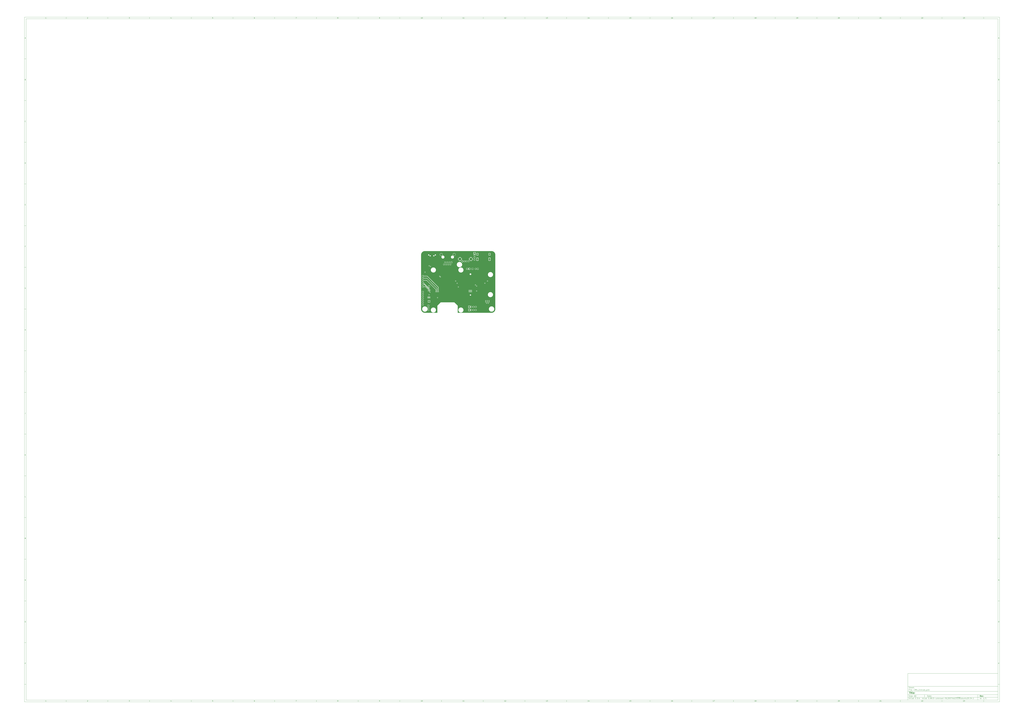
<source format=gbr>
%TF.GenerationSoftware,KiCad,Pcbnew,5.99.0-unknown-912657dd23~106~ubuntu20.04.1*%
%TF.CreationDate,2020-12-28T23:19:27+03:00*%
%TF.ProjectId,CM4_2,434d345f-322e-46b6-9963-61645f706362,rev?*%
%TF.SameCoordinates,PX1ce88340PY15c17540*%
%TF.FileFunction,Copper,L2,Inr*%
%TF.FilePolarity,Positive*%
%FSLAX46Y46*%
G04 Gerber Fmt 4.6, Leading zero omitted, Abs format (unit mm)*
G04 Created by KiCad (PCBNEW 5.99.0-unknown-912657dd23~106~ubuntu20.04.1) date 2020-12-28 23:19:27*
%MOMM*%
%LPD*%
G01*
G04 APERTURE LIST*
%ADD10C,0.100000*%
%ADD11C,0.150000*%
%ADD12C,0.300000*%
%ADD13C,0.400000*%
%TA.AperFunction,ComponentPad*%
%ADD14R,1.700000X1.700000*%
%TD*%
%TA.AperFunction,ComponentPad*%
%ADD15O,1.700000X1.700000*%
%TD*%
%TA.AperFunction,ComponentPad*%
%ADD16R,1.524000X1.524000*%
%TD*%
%TA.AperFunction,ComponentPad*%
%ADD17C,1.524000*%
%TD*%
%TA.AperFunction,ComponentPad*%
%ADD18C,3.500000*%
%TD*%
%TA.AperFunction,ComponentPad*%
%ADD19O,1.500000X3.300000*%
%TD*%
%TA.AperFunction,ComponentPad*%
%ADD20O,1.500000X2.300000*%
%TD*%
%TA.AperFunction,ComponentPad*%
%ADD21R,1.500000X1.500000*%
%TD*%
%TA.AperFunction,ComponentPad*%
%ADD22C,1.500000*%
%TD*%
%TA.AperFunction,ComponentPad*%
%ADD23C,3.000000*%
%TD*%
%TA.AperFunction,ViaPad*%
%ADD24C,0.800000*%
%TD*%
%TA.AperFunction,Conductor*%
%ADD25C,0.200000*%
%TD*%
G04 APERTURE END LIST*
D10*
D11*
X583999400Y-431994000D02*
X583999400Y-463994000D01*
X691999400Y-463994000D01*
X691999400Y-431994000D01*
X583999400Y-431994000D01*
D10*
D11*
X-475000000Y355000000D02*
X-475000000Y-465994000D01*
X693999400Y-465994000D01*
X693999400Y355000000D01*
X-475000000Y355000000D01*
D10*
D11*
X-473000000Y353000000D02*
X-473000000Y-463994000D01*
X691999400Y-463994000D01*
X691999400Y353000000D01*
X-473000000Y353000000D01*
D10*
D11*
X-425000000Y353000000D02*
X-425000000Y355000000D01*
D10*
D11*
X-375000000Y353000000D02*
X-375000000Y355000000D01*
D10*
D11*
X-325000000Y353000000D02*
X-325000000Y355000000D01*
D10*
D11*
X-275000000Y353000000D02*
X-275000000Y355000000D01*
D10*
D11*
X-225000000Y353000000D02*
X-225000000Y355000000D01*
D10*
D11*
X-175000000Y353000000D02*
X-175000000Y355000000D01*
D10*
D11*
X-125000000Y353000000D02*
X-125000000Y355000000D01*
D10*
D11*
X-75000000Y353000000D02*
X-75000000Y355000000D01*
D10*
D11*
X-25000000Y353000000D02*
X-25000000Y355000000D01*
D10*
D11*
X25000000Y353000000D02*
X25000000Y355000000D01*
D10*
D11*
X75000000Y353000000D02*
X75000000Y355000000D01*
D10*
D11*
X125000000Y353000000D02*
X125000000Y355000000D01*
D10*
D11*
X175000000Y353000000D02*
X175000000Y355000000D01*
D10*
D11*
X225000000Y353000000D02*
X225000000Y355000000D01*
D10*
D11*
X275000000Y353000000D02*
X275000000Y355000000D01*
D10*
D11*
X325000000Y353000000D02*
X325000000Y355000000D01*
D10*
D11*
X375000000Y353000000D02*
X375000000Y355000000D01*
D10*
D11*
X425000000Y353000000D02*
X425000000Y355000000D01*
D10*
D11*
X475000000Y353000000D02*
X475000000Y355000000D01*
D10*
D11*
X525000000Y353000000D02*
X525000000Y355000000D01*
D10*
D11*
X575000000Y353000000D02*
X575000000Y355000000D01*
D10*
D11*
X625000000Y353000000D02*
X625000000Y355000000D01*
D10*
D11*
X675000000Y353000000D02*
X675000000Y355000000D01*
D10*
D11*
X-448934524Y353411905D02*
X-449677381Y353411905D01*
X-449305953Y353411905D02*
X-449305953Y354711905D01*
X-449429762Y354526191D01*
X-449553572Y354402381D01*
X-449677381Y354340477D01*
D10*
D11*
X-399677381Y354588096D02*
X-399615477Y354650000D01*
X-399491667Y354711905D01*
X-399182143Y354711905D01*
X-399058334Y354650000D01*
X-398996429Y354588096D01*
X-398934524Y354464286D01*
X-398934524Y354340477D01*
X-398996429Y354154762D01*
X-399739286Y353411905D01*
X-398934524Y353411905D01*
D10*
D11*
X-349739286Y354711905D02*
X-348934524Y354711905D01*
X-349367858Y354216667D01*
X-349182143Y354216667D01*
X-349058334Y354154762D01*
X-348996429Y354092858D01*
X-348934524Y353969048D01*
X-348934524Y353659524D01*
X-348996429Y353535715D01*
X-349058334Y353473810D01*
X-349182143Y353411905D01*
X-349553572Y353411905D01*
X-349677381Y353473810D01*
X-349739286Y353535715D01*
D10*
D11*
X-299058334Y354278572D02*
X-299058334Y353411905D01*
X-299367858Y354773810D02*
X-299677381Y353845239D01*
X-298872620Y353845239D01*
D10*
D11*
X-248996429Y354711905D02*
X-249615477Y354711905D01*
X-249677381Y354092858D01*
X-249615477Y354154762D01*
X-249491667Y354216667D01*
X-249182143Y354216667D01*
X-249058334Y354154762D01*
X-248996429Y354092858D01*
X-248934524Y353969048D01*
X-248934524Y353659524D01*
X-248996429Y353535715D01*
X-249058334Y353473810D01*
X-249182143Y353411905D01*
X-249491667Y353411905D01*
X-249615477Y353473810D01*
X-249677381Y353535715D01*
D10*
D11*
X-199058334Y354711905D02*
X-199305953Y354711905D01*
X-199429762Y354650000D01*
X-199491667Y354588096D01*
X-199615477Y354402381D01*
X-199677381Y354154762D01*
X-199677381Y353659524D01*
X-199615477Y353535715D01*
X-199553572Y353473810D01*
X-199429762Y353411905D01*
X-199182143Y353411905D01*
X-199058334Y353473810D01*
X-198996429Y353535715D01*
X-198934524Y353659524D01*
X-198934524Y353969048D01*
X-198996429Y354092858D01*
X-199058334Y354154762D01*
X-199182143Y354216667D01*
X-199429762Y354216667D01*
X-199553572Y354154762D01*
X-199615477Y354092858D01*
X-199677381Y353969048D01*
D10*
D11*
X-149739286Y354711905D02*
X-148872620Y354711905D01*
X-149429762Y353411905D01*
D10*
D11*
X-99429762Y354154762D02*
X-99553572Y354216667D01*
X-99615477Y354278572D01*
X-99677381Y354402381D01*
X-99677381Y354464286D01*
X-99615477Y354588096D01*
X-99553572Y354650000D01*
X-99429762Y354711905D01*
X-99182143Y354711905D01*
X-99058334Y354650000D01*
X-98996429Y354588096D01*
X-98934524Y354464286D01*
X-98934524Y354402381D01*
X-98996429Y354278572D01*
X-99058334Y354216667D01*
X-99182143Y354154762D01*
X-99429762Y354154762D01*
X-99553572Y354092858D01*
X-99615477Y354030953D01*
X-99677381Y353907143D01*
X-99677381Y353659524D01*
X-99615477Y353535715D01*
X-99553572Y353473810D01*
X-99429762Y353411905D01*
X-99182143Y353411905D01*
X-99058334Y353473810D01*
X-98996429Y353535715D01*
X-98934524Y353659524D01*
X-98934524Y353907143D01*
X-98996429Y354030953D01*
X-99058334Y354092858D01*
X-99182143Y354154762D01*
D10*
D11*
X-49553572Y353411905D02*
X-49305953Y353411905D01*
X-49182143Y353473810D01*
X-49120239Y353535715D01*
X-48996429Y353721429D01*
X-48934524Y353969048D01*
X-48934524Y354464286D01*
X-48996429Y354588096D01*
X-49058334Y354650000D01*
X-49182143Y354711905D01*
X-49429762Y354711905D01*
X-49553572Y354650000D01*
X-49615477Y354588096D01*
X-49677381Y354464286D01*
X-49677381Y354154762D01*
X-49615477Y354030953D01*
X-49553572Y353969048D01*
X-49429762Y353907143D01*
X-49182143Y353907143D01*
X-49058334Y353969048D01*
X-48996429Y354030953D01*
X-48934524Y354154762D01*
D10*
D11*
X1065476Y353411905D02*
X322619Y353411905D01*
X694047Y353411905D02*
X694047Y354711905D01*
X570238Y354526191D01*
X446428Y354402381D01*
X322619Y354340477D01*
X1870238Y354711905D02*
X1994047Y354711905D01*
X2117857Y354650000D01*
X2179761Y354588096D01*
X2241666Y354464286D01*
X2303571Y354216667D01*
X2303571Y353907143D01*
X2241666Y353659524D01*
X2179761Y353535715D01*
X2117857Y353473810D01*
X1994047Y353411905D01*
X1870238Y353411905D01*
X1746428Y353473810D01*
X1684523Y353535715D01*
X1622619Y353659524D01*
X1560714Y353907143D01*
X1560714Y354216667D01*
X1622619Y354464286D01*
X1684523Y354588096D01*
X1746428Y354650000D01*
X1870238Y354711905D01*
D10*
D11*
X51065476Y353411905D02*
X50322619Y353411905D01*
X50694047Y353411905D02*
X50694047Y354711905D01*
X50570238Y354526191D01*
X50446428Y354402381D01*
X50322619Y354340477D01*
X52303571Y353411905D02*
X51560714Y353411905D01*
X51932142Y353411905D02*
X51932142Y354711905D01*
X51808333Y354526191D01*
X51684523Y354402381D01*
X51560714Y354340477D01*
D10*
D11*
X101065476Y353411905D02*
X100322619Y353411905D01*
X100694047Y353411905D02*
X100694047Y354711905D01*
X100570238Y354526191D01*
X100446428Y354402381D01*
X100322619Y354340477D01*
X101560714Y354588096D02*
X101622619Y354650000D01*
X101746428Y354711905D01*
X102055952Y354711905D01*
X102179761Y354650000D01*
X102241666Y354588096D01*
X102303571Y354464286D01*
X102303571Y354340477D01*
X102241666Y354154762D01*
X101498809Y353411905D01*
X102303571Y353411905D01*
D10*
D11*
X151065476Y353411905D02*
X150322619Y353411905D01*
X150694047Y353411905D02*
X150694047Y354711905D01*
X150570238Y354526191D01*
X150446428Y354402381D01*
X150322619Y354340477D01*
X151498809Y354711905D02*
X152303571Y354711905D01*
X151870238Y354216667D01*
X152055952Y354216667D01*
X152179761Y354154762D01*
X152241666Y354092858D01*
X152303571Y353969048D01*
X152303571Y353659524D01*
X152241666Y353535715D01*
X152179761Y353473810D01*
X152055952Y353411905D01*
X151684523Y353411905D01*
X151560714Y353473810D01*
X151498809Y353535715D01*
D10*
D11*
X201065476Y353411905D02*
X200322619Y353411905D01*
X200694047Y353411905D02*
X200694047Y354711905D01*
X200570238Y354526191D01*
X200446428Y354402381D01*
X200322619Y354340477D01*
X202179761Y354278572D02*
X202179761Y353411905D01*
X201870238Y354773810D02*
X201560714Y353845239D01*
X202365476Y353845239D01*
D10*
D11*
X251065476Y353411905D02*
X250322619Y353411905D01*
X250694047Y353411905D02*
X250694047Y354711905D01*
X250570238Y354526191D01*
X250446428Y354402381D01*
X250322619Y354340477D01*
X252241666Y354711905D02*
X251622619Y354711905D01*
X251560714Y354092858D01*
X251622619Y354154762D01*
X251746428Y354216667D01*
X252055952Y354216667D01*
X252179761Y354154762D01*
X252241666Y354092858D01*
X252303571Y353969048D01*
X252303571Y353659524D01*
X252241666Y353535715D01*
X252179761Y353473810D01*
X252055952Y353411905D01*
X251746428Y353411905D01*
X251622619Y353473810D01*
X251560714Y353535715D01*
D10*
D11*
X301065476Y353411905D02*
X300322619Y353411905D01*
X300694047Y353411905D02*
X300694047Y354711905D01*
X300570238Y354526191D01*
X300446428Y354402381D01*
X300322619Y354340477D01*
X302179761Y354711905D02*
X301932142Y354711905D01*
X301808333Y354650000D01*
X301746428Y354588096D01*
X301622619Y354402381D01*
X301560714Y354154762D01*
X301560714Y353659524D01*
X301622619Y353535715D01*
X301684523Y353473810D01*
X301808333Y353411905D01*
X302055952Y353411905D01*
X302179761Y353473810D01*
X302241666Y353535715D01*
X302303571Y353659524D01*
X302303571Y353969048D01*
X302241666Y354092858D01*
X302179761Y354154762D01*
X302055952Y354216667D01*
X301808333Y354216667D01*
X301684523Y354154762D01*
X301622619Y354092858D01*
X301560714Y353969048D01*
D10*
D11*
X351065476Y353411905D02*
X350322619Y353411905D01*
X350694047Y353411905D02*
X350694047Y354711905D01*
X350570238Y354526191D01*
X350446428Y354402381D01*
X350322619Y354340477D01*
X351498809Y354711905D02*
X352365476Y354711905D01*
X351808333Y353411905D01*
D10*
D11*
X401065476Y353411905D02*
X400322619Y353411905D01*
X400694047Y353411905D02*
X400694047Y354711905D01*
X400570238Y354526191D01*
X400446428Y354402381D01*
X400322619Y354340477D01*
X401808333Y354154762D02*
X401684523Y354216667D01*
X401622619Y354278572D01*
X401560714Y354402381D01*
X401560714Y354464286D01*
X401622619Y354588096D01*
X401684523Y354650000D01*
X401808333Y354711905D01*
X402055952Y354711905D01*
X402179761Y354650000D01*
X402241666Y354588096D01*
X402303571Y354464286D01*
X402303571Y354402381D01*
X402241666Y354278572D01*
X402179761Y354216667D01*
X402055952Y354154762D01*
X401808333Y354154762D01*
X401684523Y354092858D01*
X401622619Y354030953D01*
X401560714Y353907143D01*
X401560714Y353659524D01*
X401622619Y353535715D01*
X401684523Y353473810D01*
X401808333Y353411905D01*
X402055952Y353411905D01*
X402179761Y353473810D01*
X402241666Y353535715D01*
X402303571Y353659524D01*
X402303571Y353907143D01*
X402241666Y354030953D01*
X402179761Y354092858D01*
X402055952Y354154762D01*
D10*
D11*
X451065476Y353411905D02*
X450322619Y353411905D01*
X450694047Y353411905D02*
X450694047Y354711905D01*
X450570238Y354526191D01*
X450446428Y354402381D01*
X450322619Y354340477D01*
X451684523Y353411905D02*
X451932142Y353411905D01*
X452055952Y353473810D01*
X452117857Y353535715D01*
X452241666Y353721429D01*
X452303571Y353969048D01*
X452303571Y354464286D01*
X452241666Y354588096D01*
X452179761Y354650000D01*
X452055952Y354711905D01*
X451808333Y354711905D01*
X451684523Y354650000D01*
X451622619Y354588096D01*
X451560714Y354464286D01*
X451560714Y354154762D01*
X451622619Y354030953D01*
X451684523Y353969048D01*
X451808333Y353907143D01*
X452055952Y353907143D01*
X452179761Y353969048D01*
X452241666Y354030953D01*
X452303571Y354154762D01*
D10*
D11*
X500322619Y354588096D02*
X500384523Y354650000D01*
X500508333Y354711905D01*
X500817857Y354711905D01*
X500941666Y354650000D01*
X501003571Y354588096D01*
X501065476Y354464286D01*
X501065476Y354340477D01*
X501003571Y354154762D01*
X500260714Y353411905D01*
X501065476Y353411905D01*
X501870238Y354711905D02*
X501994047Y354711905D01*
X502117857Y354650000D01*
X502179761Y354588096D01*
X502241666Y354464286D01*
X502303571Y354216667D01*
X502303571Y353907143D01*
X502241666Y353659524D01*
X502179761Y353535715D01*
X502117857Y353473810D01*
X501994047Y353411905D01*
X501870238Y353411905D01*
X501746428Y353473810D01*
X501684523Y353535715D01*
X501622619Y353659524D01*
X501560714Y353907143D01*
X501560714Y354216667D01*
X501622619Y354464286D01*
X501684523Y354588096D01*
X501746428Y354650000D01*
X501870238Y354711905D01*
D10*
D11*
X550322619Y354588096D02*
X550384523Y354650000D01*
X550508333Y354711905D01*
X550817857Y354711905D01*
X550941666Y354650000D01*
X551003571Y354588096D01*
X551065476Y354464286D01*
X551065476Y354340477D01*
X551003571Y354154762D01*
X550260714Y353411905D01*
X551065476Y353411905D01*
X552303571Y353411905D02*
X551560714Y353411905D01*
X551932142Y353411905D02*
X551932142Y354711905D01*
X551808333Y354526191D01*
X551684523Y354402381D01*
X551560714Y354340477D01*
D10*
D11*
X600322619Y354588096D02*
X600384523Y354650000D01*
X600508333Y354711905D01*
X600817857Y354711905D01*
X600941666Y354650000D01*
X601003571Y354588096D01*
X601065476Y354464286D01*
X601065476Y354340477D01*
X601003571Y354154762D01*
X600260714Y353411905D01*
X601065476Y353411905D01*
X601560714Y354588096D02*
X601622619Y354650000D01*
X601746428Y354711905D01*
X602055952Y354711905D01*
X602179761Y354650000D01*
X602241666Y354588096D01*
X602303571Y354464286D01*
X602303571Y354340477D01*
X602241666Y354154762D01*
X601498809Y353411905D01*
X602303571Y353411905D01*
D10*
D11*
X650322619Y354588096D02*
X650384523Y354650000D01*
X650508333Y354711905D01*
X650817857Y354711905D01*
X650941666Y354650000D01*
X651003571Y354588096D01*
X651065476Y354464286D01*
X651065476Y354340477D01*
X651003571Y354154762D01*
X650260714Y353411905D01*
X651065476Y353411905D01*
X651498809Y354711905D02*
X652303571Y354711905D01*
X651870238Y354216667D01*
X652055952Y354216667D01*
X652179761Y354154762D01*
X652241666Y354092858D01*
X652303571Y353969048D01*
X652303571Y353659524D01*
X652241666Y353535715D01*
X652179761Y353473810D01*
X652055952Y353411905D01*
X651684523Y353411905D01*
X651560714Y353473810D01*
X651498809Y353535715D01*
D10*
D11*
X-425000000Y-463994000D02*
X-425000000Y-465994000D01*
D10*
D11*
X-375000000Y-463994000D02*
X-375000000Y-465994000D01*
D10*
D11*
X-325000000Y-463994000D02*
X-325000000Y-465994000D01*
D10*
D11*
X-275000000Y-463994000D02*
X-275000000Y-465994000D01*
D10*
D11*
X-225000000Y-463994000D02*
X-225000000Y-465994000D01*
D10*
D11*
X-175000000Y-463994000D02*
X-175000000Y-465994000D01*
D10*
D11*
X-125000000Y-463994000D02*
X-125000000Y-465994000D01*
D10*
D11*
X-75000000Y-463994000D02*
X-75000000Y-465994000D01*
D10*
D11*
X-25000000Y-463994000D02*
X-25000000Y-465994000D01*
D10*
D11*
X25000000Y-463994000D02*
X25000000Y-465994000D01*
D10*
D11*
X75000000Y-463994000D02*
X75000000Y-465994000D01*
D10*
D11*
X125000000Y-463994000D02*
X125000000Y-465994000D01*
D10*
D11*
X175000000Y-463994000D02*
X175000000Y-465994000D01*
D10*
D11*
X225000000Y-463994000D02*
X225000000Y-465994000D01*
D10*
D11*
X275000000Y-463994000D02*
X275000000Y-465994000D01*
D10*
D11*
X325000000Y-463994000D02*
X325000000Y-465994000D01*
D10*
D11*
X375000000Y-463994000D02*
X375000000Y-465994000D01*
D10*
D11*
X425000000Y-463994000D02*
X425000000Y-465994000D01*
D10*
D11*
X475000000Y-463994000D02*
X475000000Y-465994000D01*
D10*
D11*
X525000000Y-463994000D02*
X525000000Y-465994000D01*
D10*
D11*
X575000000Y-463994000D02*
X575000000Y-465994000D01*
D10*
D11*
X625000000Y-463994000D02*
X625000000Y-465994000D01*
D10*
D11*
X675000000Y-463994000D02*
X675000000Y-465994000D01*
D10*
D11*
X-448934524Y-465582095D02*
X-449677381Y-465582095D01*
X-449305953Y-465582095D02*
X-449305953Y-464282095D01*
X-449429762Y-464467809D01*
X-449553572Y-464591619D01*
X-449677381Y-464653523D01*
D10*
D11*
X-399677381Y-464405904D02*
X-399615477Y-464344000D01*
X-399491667Y-464282095D01*
X-399182143Y-464282095D01*
X-399058334Y-464344000D01*
X-398996429Y-464405904D01*
X-398934524Y-464529714D01*
X-398934524Y-464653523D01*
X-398996429Y-464839238D01*
X-399739286Y-465582095D01*
X-398934524Y-465582095D01*
D10*
D11*
X-349739286Y-464282095D02*
X-348934524Y-464282095D01*
X-349367858Y-464777333D01*
X-349182143Y-464777333D01*
X-349058334Y-464839238D01*
X-348996429Y-464901142D01*
X-348934524Y-465024952D01*
X-348934524Y-465334476D01*
X-348996429Y-465458285D01*
X-349058334Y-465520190D01*
X-349182143Y-465582095D01*
X-349553572Y-465582095D01*
X-349677381Y-465520190D01*
X-349739286Y-465458285D01*
D10*
D11*
X-299058334Y-464715428D02*
X-299058334Y-465582095D01*
X-299367858Y-464220190D02*
X-299677381Y-465148761D01*
X-298872620Y-465148761D01*
D10*
D11*
X-248996429Y-464282095D02*
X-249615477Y-464282095D01*
X-249677381Y-464901142D01*
X-249615477Y-464839238D01*
X-249491667Y-464777333D01*
X-249182143Y-464777333D01*
X-249058334Y-464839238D01*
X-248996429Y-464901142D01*
X-248934524Y-465024952D01*
X-248934524Y-465334476D01*
X-248996429Y-465458285D01*
X-249058334Y-465520190D01*
X-249182143Y-465582095D01*
X-249491667Y-465582095D01*
X-249615477Y-465520190D01*
X-249677381Y-465458285D01*
D10*
D11*
X-199058334Y-464282095D02*
X-199305953Y-464282095D01*
X-199429762Y-464344000D01*
X-199491667Y-464405904D01*
X-199615477Y-464591619D01*
X-199677381Y-464839238D01*
X-199677381Y-465334476D01*
X-199615477Y-465458285D01*
X-199553572Y-465520190D01*
X-199429762Y-465582095D01*
X-199182143Y-465582095D01*
X-199058334Y-465520190D01*
X-198996429Y-465458285D01*
X-198934524Y-465334476D01*
X-198934524Y-465024952D01*
X-198996429Y-464901142D01*
X-199058334Y-464839238D01*
X-199182143Y-464777333D01*
X-199429762Y-464777333D01*
X-199553572Y-464839238D01*
X-199615477Y-464901142D01*
X-199677381Y-465024952D01*
D10*
D11*
X-149739286Y-464282095D02*
X-148872620Y-464282095D01*
X-149429762Y-465582095D01*
D10*
D11*
X-99429762Y-464839238D02*
X-99553572Y-464777333D01*
X-99615477Y-464715428D01*
X-99677381Y-464591619D01*
X-99677381Y-464529714D01*
X-99615477Y-464405904D01*
X-99553572Y-464344000D01*
X-99429762Y-464282095D01*
X-99182143Y-464282095D01*
X-99058334Y-464344000D01*
X-98996429Y-464405904D01*
X-98934524Y-464529714D01*
X-98934524Y-464591619D01*
X-98996429Y-464715428D01*
X-99058334Y-464777333D01*
X-99182143Y-464839238D01*
X-99429762Y-464839238D01*
X-99553572Y-464901142D01*
X-99615477Y-464963047D01*
X-99677381Y-465086857D01*
X-99677381Y-465334476D01*
X-99615477Y-465458285D01*
X-99553572Y-465520190D01*
X-99429762Y-465582095D01*
X-99182143Y-465582095D01*
X-99058334Y-465520190D01*
X-98996429Y-465458285D01*
X-98934524Y-465334476D01*
X-98934524Y-465086857D01*
X-98996429Y-464963047D01*
X-99058334Y-464901142D01*
X-99182143Y-464839238D01*
D10*
D11*
X-49553572Y-465582095D02*
X-49305953Y-465582095D01*
X-49182143Y-465520190D01*
X-49120239Y-465458285D01*
X-48996429Y-465272571D01*
X-48934524Y-465024952D01*
X-48934524Y-464529714D01*
X-48996429Y-464405904D01*
X-49058334Y-464344000D01*
X-49182143Y-464282095D01*
X-49429762Y-464282095D01*
X-49553572Y-464344000D01*
X-49615477Y-464405904D01*
X-49677381Y-464529714D01*
X-49677381Y-464839238D01*
X-49615477Y-464963047D01*
X-49553572Y-465024952D01*
X-49429762Y-465086857D01*
X-49182143Y-465086857D01*
X-49058334Y-465024952D01*
X-48996429Y-464963047D01*
X-48934524Y-464839238D01*
D10*
D11*
X1065476Y-465582095D02*
X322619Y-465582095D01*
X694047Y-465582095D02*
X694047Y-464282095D01*
X570238Y-464467809D01*
X446428Y-464591619D01*
X322619Y-464653523D01*
X1870238Y-464282095D02*
X1994047Y-464282095D01*
X2117857Y-464344000D01*
X2179761Y-464405904D01*
X2241666Y-464529714D01*
X2303571Y-464777333D01*
X2303571Y-465086857D01*
X2241666Y-465334476D01*
X2179761Y-465458285D01*
X2117857Y-465520190D01*
X1994047Y-465582095D01*
X1870238Y-465582095D01*
X1746428Y-465520190D01*
X1684523Y-465458285D01*
X1622619Y-465334476D01*
X1560714Y-465086857D01*
X1560714Y-464777333D01*
X1622619Y-464529714D01*
X1684523Y-464405904D01*
X1746428Y-464344000D01*
X1870238Y-464282095D01*
D10*
D11*
X51065476Y-465582095D02*
X50322619Y-465582095D01*
X50694047Y-465582095D02*
X50694047Y-464282095D01*
X50570238Y-464467809D01*
X50446428Y-464591619D01*
X50322619Y-464653523D01*
X52303571Y-465582095D02*
X51560714Y-465582095D01*
X51932142Y-465582095D02*
X51932142Y-464282095D01*
X51808333Y-464467809D01*
X51684523Y-464591619D01*
X51560714Y-464653523D01*
D10*
D11*
X101065476Y-465582095D02*
X100322619Y-465582095D01*
X100694047Y-465582095D02*
X100694047Y-464282095D01*
X100570238Y-464467809D01*
X100446428Y-464591619D01*
X100322619Y-464653523D01*
X101560714Y-464405904D02*
X101622619Y-464344000D01*
X101746428Y-464282095D01*
X102055952Y-464282095D01*
X102179761Y-464344000D01*
X102241666Y-464405904D01*
X102303571Y-464529714D01*
X102303571Y-464653523D01*
X102241666Y-464839238D01*
X101498809Y-465582095D01*
X102303571Y-465582095D01*
D10*
D11*
X151065476Y-465582095D02*
X150322619Y-465582095D01*
X150694047Y-465582095D02*
X150694047Y-464282095D01*
X150570238Y-464467809D01*
X150446428Y-464591619D01*
X150322619Y-464653523D01*
X151498809Y-464282095D02*
X152303571Y-464282095D01*
X151870238Y-464777333D01*
X152055952Y-464777333D01*
X152179761Y-464839238D01*
X152241666Y-464901142D01*
X152303571Y-465024952D01*
X152303571Y-465334476D01*
X152241666Y-465458285D01*
X152179761Y-465520190D01*
X152055952Y-465582095D01*
X151684523Y-465582095D01*
X151560714Y-465520190D01*
X151498809Y-465458285D01*
D10*
D11*
X201065476Y-465582095D02*
X200322619Y-465582095D01*
X200694047Y-465582095D02*
X200694047Y-464282095D01*
X200570238Y-464467809D01*
X200446428Y-464591619D01*
X200322619Y-464653523D01*
X202179761Y-464715428D02*
X202179761Y-465582095D01*
X201870238Y-464220190D02*
X201560714Y-465148761D01*
X202365476Y-465148761D01*
D10*
D11*
X251065476Y-465582095D02*
X250322619Y-465582095D01*
X250694047Y-465582095D02*
X250694047Y-464282095D01*
X250570238Y-464467809D01*
X250446428Y-464591619D01*
X250322619Y-464653523D01*
X252241666Y-464282095D02*
X251622619Y-464282095D01*
X251560714Y-464901142D01*
X251622619Y-464839238D01*
X251746428Y-464777333D01*
X252055952Y-464777333D01*
X252179761Y-464839238D01*
X252241666Y-464901142D01*
X252303571Y-465024952D01*
X252303571Y-465334476D01*
X252241666Y-465458285D01*
X252179761Y-465520190D01*
X252055952Y-465582095D01*
X251746428Y-465582095D01*
X251622619Y-465520190D01*
X251560714Y-465458285D01*
D10*
D11*
X301065476Y-465582095D02*
X300322619Y-465582095D01*
X300694047Y-465582095D02*
X300694047Y-464282095D01*
X300570238Y-464467809D01*
X300446428Y-464591619D01*
X300322619Y-464653523D01*
X302179761Y-464282095D02*
X301932142Y-464282095D01*
X301808333Y-464344000D01*
X301746428Y-464405904D01*
X301622619Y-464591619D01*
X301560714Y-464839238D01*
X301560714Y-465334476D01*
X301622619Y-465458285D01*
X301684523Y-465520190D01*
X301808333Y-465582095D01*
X302055952Y-465582095D01*
X302179761Y-465520190D01*
X302241666Y-465458285D01*
X302303571Y-465334476D01*
X302303571Y-465024952D01*
X302241666Y-464901142D01*
X302179761Y-464839238D01*
X302055952Y-464777333D01*
X301808333Y-464777333D01*
X301684523Y-464839238D01*
X301622619Y-464901142D01*
X301560714Y-465024952D01*
D10*
D11*
X351065476Y-465582095D02*
X350322619Y-465582095D01*
X350694047Y-465582095D02*
X350694047Y-464282095D01*
X350570238Y-464467809D01*
X350446428Y-464591619D01*
X350322619Y-464653523D01*
X351498809Y-464282095D02*
X352365476Y-464282095D01*
X351808333Y-465582095D01*
D10*
D11*
X401065476Y-465582095D02*
X400322619Y-465582095D01*
X400694047Y-465582095D02*
X400694047Y-464282095D01*
X400570238Y-464467809D01*
X400446428Y-464591619D01*
X400322619Y-464653523D01*
X401808333Y-464839238D02*
X401684523Y-464777333D01*
X401622619Y-464715428D01*
X401560714Y-464591619D01*
X401560714Y-464529714D01*
X401622619Y-464405904D01*
X401684523Y-464344000D01*
X401808333Y-464282095D01*
X402055952Y-464282095D01*
X402179761Y-464344000D01*
X402241666Y-464405904D01*
X402303571Y-464529714D01*
X402303571Y-464591619D01*
X402241666Y-464715428D01*
X402179761Y-464777333D01*
X402055952Y-464839238D01*
X401808333Y-464839238D01*
X401684523Y-464901142D01*
X401622619Y-464963047D01*
X401560714Y-465086857D01*
X401560714Y-465334476D01*
X401622619Y-465458285D01*
X401684523Y-465520190D01*
X401808333Y-465582095D01*
X402055952Y-465582095D01*
X402179761Y-465520190D01*
X402241666Y-465458285D01*
X402303571Y-465334476D01*
X402303571Y-465086857D01*
X402241666Y-464963047D01*
X402179761Y-464901142D01*
X402055952Y-464839238D01*
D10*
D11*
X451065476Y-465582095D02*
X450322619Y-465582095D01*
X450694047Y-465582095D02*
X450694047Y-464282095D01*
X450570238Y-464467809D01*
X450446428Y-464591619D01*
X450322619Y-464653523D01*
X451684523Y-465582095D02*
X451932142Y-465582095D01*
X452055952Y-465520190D01*
X452117857Y-465458285D01*
X452241666Y-465272571D01*
X452303571Y-465024952D01*
X452303571Y-464529714D01*
X452241666Y-464405904D01*
X452179761Y-464344000D01*
X452055952Y-464282095D01*
X451808333Y-464282095D01*
X451684523Y-464344000D01*
X451622619Y-464405904D01*
X451560714Y-464529714D01*
X451560714Y-464839238D01*
X451622619Y-464963047D01*
X451684523Y-465024952D01*
X451808333Y-465086857D01*
X452055952Y-465086857D01*
X452179761Y-465024952D01*
X452241666Y-464963047D01*
X452303571Y-464839238D01*
D10*
D11*
X500322619Y-464405904D02*
X500384523Y-464344000D01*
X500508333Y-464282095D01*
X500817857Y-464282095D01*
X500941666Y-464344000D01*
X501003571Y-464405904D01*
X501065476Y-464529714D01*
X501065476Y-464653523D01*
X501003571Y-464839238D01*
X500260714Y-465582095D01*
X501065476Y-465582095D01*
X501870238Y-464282095D02*
X501994047Y-464282095D01*
X502117857Y-464344000D01*
X502179761Y-464405904D01*
X502241666Y-464529714D01*
X502303571Y-464777333D01*
X502303571Y-465086857D01*
X502241666Y-465334476D01*
X502179761Y-465458285D01*
X502117857Y-465520190D01*
X501994047Y-465582095D01*
X501870238Y-465582095D01*
X501746428Y-465520190D01*
X501684523Y-465458285D01*
X501622619Y-465334476D01*
X501560714Y-465086857D01*
X501560714Y-464777333D01*
X501622619Y-464529714D01*
X501684523Y-464405904D01*
X501746428Y-464344000D01*
X501870238Y-464282095D01*
D10*
D11*
X550322619Y-464405904D02*
X550384523Y-464344000D01*
X550508333Y-464282095D01*
X550817857Y-464282095D01*
X550941666Y-464344000D01*
X551003571Y-464405904D01*
X551065476Y-464529714D01*
X551065476Y-464653523D01*
X551003571Y-464839238D01*
X550260714Y-465582095D01*
X551065476Y-465582095D01*
X552303571Y-465582095D02*
X551560714Y-465582095D01*
X551932142Y-465582095D02*
X551932142Y-464282095D01*
X551808333Y-464467809D01*
X551684523Y-464591619D01*
X551560714Y-464653523D01*
D10*
D11*
X600322619Y-464405904D02*
X600384523Y-464344000D01*
X600508333Y-464282095D01*
X600817857Y-464282095D01*
X600941666Y-464344000D01*
X601003571Y-464405904D01*
X601065476Y-464529714D01*
X601065476Y-464653523D01*
X601003571Y-464839238D01*
X600260714Y-465582095D01*
X601065476Y-465582095D01*
X601560714Y-464405904D02*
X601622619Y-464344000D01*
X601746428Y-464282095D01*
X602055952Y-464282095D01*
X602179761Y-464344000D01*
X602241666Y-464405904D01*
X602303571Y-464529714D01*
X602303571Y-464653523D01*
X602241666Y-464839238D01*
X601498809Y-465582095D01*
X602303571Y-465582095D01*
D10*
D11*
X650322619Y-464405904D02*
X650384523Y-464344000D01*
X650508333Y-464282095D01*
X650817857Y-464282095D01*
X650941666Y-464344000D01*
X651003571Y-464405904D01*
X651065476Y-464529714D01*
X651065476Y-464653523D01*
X651003571Y-464839238D01*
X650260714Y-465582095D01*
X651065476Y-465582095D01*
X651498809Y-464282095D02*
X652303571Y-464282095D01*
X651870238Y-464777333D01*
X652055952Y-464777333D01*
X652179761Y-464839238D01*
X652241666Y-464901142D01*
X652303571Y-465024952D01*
X652303571Y-465334476D01*
X652241666Y-465458285D01*
X652179761Y-465520190D01*
X652055952Y-465582095D01*
X651684523Y-465582095D01*
X651560714Y-465520190D01*
X651498809Y-465458285D01*
D10*
D11*
X-475000000Y305000000D02*
X-473000000Y305000000D01*
D10*
D11*
X-475000000Y255000000D02*
X-473000000Y255000000D01*
D10*
D11*
X-475000000Y205000000D02*
X-473000000Y205000000D01*
D10*
D11*
X-475000000Y155000000D02*
X-473000000Y155000000D01*
D10*
D11*
X-475000000Y105000000D02*
X-473000000Y105000000D01*
D10*
D11*
X-475000000Y55000000D02*
X-473000000Y55000000D01*
D10*
D11*
X-475000000Y5000000D02*
X-473000000Y5000000D01*
D10*
D11*
X-475000000Y-45000000D02*
X-473000000Y-45000000D01*
D10*
D11*
X-475000000Y-95000000D02*
X-473000000Y-95000000D01*
D10*
D11*
X-475000000Y-145000000D02*
X-473000000Y-145000000D01*
D10*
D11*
X-475000000Y-195000000D02*
X-473000000Y-195000000D01*
D10*
D11*
X-475000000Y-245000000D02*
X-473000000Y-245000000D01*
D10*
D11*
X-475000000Y-295000000D02*
X-473000000Y-295000000D01*
D10*
D11*
X-475000000Y-345000000D02*
X-473000000Y-345000000D01*
D10*
D11*
X-475000000Y-395000000D02*
X-473000000Y-395000000D01*
D10*
D11*
X-475000000Y-445000000D02*
X-473000000Y-445000000D01*
D10*
D11*
X-474309524Y329783334D02*
X-473690477Y329783334D01*
X-474433334Y329411905D02*
X-474000000Y330711905D01*
X-473566667Y329411905D01*
D10*
D11*
X-473907143Y280092858D02*
X-473721429Y280030953D01*
X-473659524Y279969048D01*
X-473597620Y279845239D01*
X-473597620Y279659524D01*
X-473659524Y279535715D01*
X-473721429Y279473810D01*
X-473845239Y279411905D01*
X-474340477Y279411905D01*
X-474340477Y280711905D01*
X-473907143Y280711905D01*
X-473783334Y280650000D01*
X-473721429Y280588096D01*
X-473659524Y280464286D01*
X-473659524Y280340477D01*
X-473721429Y280216667D01*
X-473783334Y280154762D01*
X-473907143Y280092858D01*
X-474340477Y280092858D01*
D10*
D11*
X-473597620Y229535715D02*
X-473659524Y229473810D01*
X-473845239Y229411905D01*
X-473969048Y229411905D01*
X-474154762Y229473810D01*
X-474278572Y229597620D01*
X-474340477Y229721429D01*
X-474402381Y229969048D01*
X-474402381Y230154762D01*
X-474340477Y230402381D01*
X-474278572Y230526191D01*
X-474154762Y230650000D01*
X-473969048Y230711905D01*
X-473845239Y230711905D01*
X-473659524Y230650000D01*
X-473597620Y230588096D01*
D10*
D11*
X-474340477Y179411905D02*
X-474340477Y180711905D01*
X-474030953Y180711905D01*
X-473845239Y180650000D01*
X-473721429Y180526191D01*
X-473659524Y180402381D01*
X-473597620Y180154762D01*
X-473597620Y179969048D01*
X-473659524Y179721429D01*
X-473721429Y179597620D01*
X-473845239Y179473810D01*
X-474030953Y179411905D01*
X-474340477Y179411905D01*
D10*
D11*
X-474278572Y130092858D02*
X-473845239Y130092858D01*
X-473659524Y129411905D02*
X-474278572Y129411905D01*
X-474278572Y130711905D01*
X-473659524Y130711905D01*
D10*
D11*
X-473814286Y80092858D02*
X-474247620Y80092858D01*
X-474247620Y79411905D02*
X-474247620Y80711905D01*
X-473628572Y80711905D01*
D10*
D11*
X-473659524Y30650000D02*
X-473783334Y30711905D01*
X-473969048Y30711905D01*
X-474154762Y30650000D01*
X-474278572Y30526191D01*
X-474340477Y30402381D01*
X-474402381Y30154762D01*
X-474402381Y29969048D01*
X-474340477Y29721429D01*
X-474278572Y29597620D01*
X-474154762Y29473810D01*
X-473969048Y29411905D01*
X-473845239Y29411905D01*
X-473659524Y29473810D01*
X-473597620Y29535715D01*
X-473597620Y29969048D01*
X-473845239Y29969048D01*
D10*
D11*
X-474371429Y-20588095D02*
X-474371429Y-19288095D01*
X-474371429Y-19907142D02*
X-473628572Y-19907142D01*
X-473628572Y-20588095D02*
X-473628572Y-19288095D01*
D10*
D11*
X-474000000Y-70588095D02*
X-474000000Y-69288095D01*
D10*
D11*
X-473814286Y-119288095D02*
X-473814286Y-120216666D01*
X-473876191Y-120402380D01*
X-474000000Y-120526190D01*
X-474185715Y-120588095D01*
X-474309524Y-120588095D01*
D10*
D11*
X-474340477Y-170588095D02*
X-474340477Y-169288095D01*
X-473597620Y-170588095D02*
X-474154762Y-169845238D01*
X-473597620Y-169288095D02*
X-474340477Y-170030952D01*
D10*
D11*
X-473597620Y-220588095D02*
X-474216667Y-220588095D01*
X-474216667Y-219288095D01*
D10*
D11*
X-474433334Y-270588095D02*
X-474433334Y-269288095D01*
X-474000000Y-270216666D01*
X-473566667Y-269288095D01*
X-473566667Y-270588095D01*
D10*
D11*
X-474371429Y-320588095D02*
X-474371429Y-319288095D01*
X-473628572Y-320588095D01*
X-473628572Y-319288095D01*
D10*
D11*
X-474123810Y-369288095D02*
X-473876191Y-369288095D01*
X-473752381Y-369350000D01*
X-473628572Y-369473809D01*
X-473566667Y-369721428D01*
X-473566667Y-370154761D01*
X-473628572Y-370402380D01*
X-473752381Y-370526190D01*
X-473876191Y-370588095D01*
X-474123810Y-370588095D01*
X-474247620Y-370526190D01*
X-474371429Y-370402380D01*
X-474433334Y-370154761D01*
X-474433334Y-369721428D01*
X-474371429Y-369473809D01*
X-474247620Y-369350000D01*
X-474123810Y-369288095D01*
D10*
D11*
X-474340477Y-420588095D02*
X-474340477Y-419288095D01*
X-473845239Y-419288095D01*
X-473721429Y-419350000D01*
X-473659524Y-419411904D01*
X-473597620Y-419535714D01*
X-473597620Y-419721428D01*
X-473659524Y-419845238D01*
X-473721429Y-419907142D01*
X-473845239Y-419969047D01*
X-474340477Y-419969047D01*
D10*
D11*
X693999400Y305000000D02*
X691999400Y305000000D01*
D10*
D11*
X693999400Y255000000D02*
X691999400Y255000000D01*
D10*
D11*
X693999400Y205000000D02*
X691999400Y205000000D01*
D10*
D11*
X693999400Y155000000D02*
X691999400Y155000000D01*
D10*
D11*
X693999400Y105000000D02*
X691999400Y105000000D01*
D10*
D11*
X693999400Y55000000D02*
X691999400Y55000000D01*
D10*
D11*
X693999400Y5000000D02*
X691999400Y5000000D01*
D10*
D11*
X693999400Y-45000000D02*
X691999400Y-45000000D01*
D10*
D11*
X693999400Y-95000000D02*
X691999400Y-95000000D01*
D10*
D11*
X693999400Y-145000000D02*
X691999400Y-145000000D01*
D10*
D11*
X693999400Y-195000000D02*
X691999400Y-195000000D01*
D10*
D11*
X693999400Y-245000000D02*
X691999400Y-245000000D01*
D10*
D11*
X693999400Y-295000000D02*
X691999400Y-295000000D01*
D10*
D11*
X693999400Y-345000000D02*
X691999400Y-345000000D01*
D10*
D11*
X693999400Y-395000000D02*
X691999400Y-395000000D01*
D10*
D11*
X693999400Y-445000000D02*
X691999400Y-445000000D01*
D10*
D11*
X692689876Y329783334D02*
X693308923Y329783334D01*
X692566066Y329411905D02*
X692999400Y330711905D01*
X693432733Y329411905D01*
D10*
D11*
X693092257Y280092858D02*
X693277971Y280030953D01*
X693339876Y279969048D01*
X693401780Y279845239D01*
X693401780Y279659524D01*
X693339876Y279535715D01*
X693277971Y279473810D01*
X693154161Y279411905D01*
X692658923Y279411905D01*
X692658923Y280711905D01*
X693092257Y280711905D01*
X693216066Y280650000D01*
X693277971Y280588096D01*
X693339876Y280464286D01*
X693339876Y280340477D01*
X693277971Y280216667D01*
X693216066Y280154762D01*
X693092257Y280092858D01*
X692658923Y280092858D01*
D10*
D11*
X693401780Y229535715D02*
X693339876Y229473810D01*
X693154161Y229411905D01*
X693030352Y229411905D01*
X692844638Y229473810D01*
X692720828Y229597620D01*
X692658923Y229721429D01*
X692597019Y229969048D01*
X692597019Y230154762D01*
X692658923Y230402381D01*
X692720828Y230526191D01*
X692844638Y230650000D01*
X693030352Y230711905D01*
X693154161Y230711905D01*
X693339876Y230650000D01*
X693401780Y230588096D01*
D10*
D11*
X692658923Y179411905D02*
X692658923Y180711905D01*
X692968447Y180711905D01*
X693154161Y180650000D01*
X693277971Y180526191D01*
X693339876Y180402381D01*
X693401780Y180154762D01*
X693401780Y179969048D01*
X693339876Y179721429D01*
X693277971Y179597620D01*
X693154161Y179473810D01*
X692968447Y179411905D01*
X692658923Y179411905D01*
D10*
D11*
X692720828Y130092858D02*
X693154161Y130092858D01*
X693339876Y129411905D02*
X692720828Y129411905D01*
X692720828Y130711905D01*
X693339876Y130711905D01*
D10*
D11*
X693185114Y80092858D02*
X692751780Y80092858D01*
X692751780Y79411905D02*
X692751780Y80711905D01*
X693370828Y80711905D01*
D10*
D11*
X693339876Y30650000D02*
X693216066Y30711905D01*
X693030352Y30711905D01*
X692844638Y30650000D01*
X692720828Y30526191D01*
X692658923Y30402381D01*
X692597019Y30154762D01*
X692597019Y29969048D01*
X692658923Y29721429D01*
X692720828Y29597620D01*
X692844638Y29473810D01*
X693030352Y29411905D01*
X693154161Y29411905D01*
X693339876Y29473810D01*
X693401780Y29535715D01*
X693401780Y29969048D01*
X693154161Y29969048D01*
D10*
D11*
X692627971Y-20588095D02*
X692627971Y-19288095D01*
X692627971Y-19907142D02*
X693370828Y-19907142D01*
X693370828Y-20588095D02*
X693370828Y-19288095D01*
D10*
D11*
X692999400Y-70588095D02*
X692999400Y-69288095D01*
D10*
D11*
X693185114Y-119288095D02*
X693185114Y-120216666D01*
X693123209Y-120402380D01*
X692999400Y-120526190D01*
X692813685Y-120588095D01*
X692689876Y-120588095D01*
D10*
D11*
X692658923Y-170588095D02*
X692658923Y-169288095D01*
X693401780Y-170588095D02*
X692844638Y-169845238D01*
X693401780Y-169288095D02*
X692658923Y-170030952D01*
D10*
D11*
X693401780Y-220588095D02*
X692782733Y-220588095D01*
X692782733Y-219288095D01*
D10*
D11*
X692566066Y-270588095D02*
X692566066Y-269288095D01*
X692999400Y-270216666D01*
X693432733Y-269288095D01*
X693432733Y-270588095D01*
D10*
D11*
X692627971Y-320588095D02*
X692627971Y-319288095D01*
X693370828Y-320588095D01*
X693370828Y-319288095D01*
D10*
D11*
X692875590Y-369288095D02*
X693123209Y-369288095D01*
X693247019Y-369350000D01*
X693370828Y-369473809D01*
X693432733Y-369721428D01*
X693432733Y-370154761D01*
X693370828Y-370402380D01*
X693247019Y-370526190D01*
X693123209Y-370588095D01*
X692875590Y-370588095D01*
X692751780Y-370526190D01*
X692627971Y-370402380D01*
X692566066Y-370154761D01*
X692566066Y-369721428D01*
X692627971Y-369473809D01*
X692751780Y-369350000D01*
X692875590Y-369288095D01*
D10*
D11*
X692658923Y-420588095D02*
X692658923Y-419288095D01*
X693154161Y-419288095D01*
X693277971Y-419350000D01*
X693339876Y-419411904D01*
X693401780Y-419535714D01*
X693401780Y-419721428D01*
X693339876Y-419845238D01*
X693277971Y-419907142D01*
X693154161Y-419969047D01*
X692658923Y-419969047D01*
D10*
D11*
X607431542Y-459772571D02*
X607431542Y-458272571D01*
X607788685Y-458272571D01*
X608002971Y-458344000D01*
X608145828Y-458486857D01*
X608217257Y-458629714D01*
X608288685Y-458915428D01*
X608288685Y-459129714D01*
X608217257Y-459415428D01*
X608145828Y-459558285D01*
X608002971Y-459701142D01*
X607788685Y-459772571D01*
X607431542Y-459772571D01*
X609574400Y-459772571D02*
X609574400Y-458986857D01*
X609502971Y-458844000D01*
X609360114Y-458772571D01*
X609074400Y-458772571D01*
X608931542Y-458844000D01*
X609574400Y-459701142D02*
X609431542Y-459772571D01*
X609074400Y-459772571D01*
X608931542Y-459701142D01*
X608860114Y-459558285D01*
X608860114Y-459415428D01*
X608931542Y-459272571D01*
X609074400Y-459201142D01*
X609431542Y-459201142D01*
X609574400Y-459129714D01*
X610074400Y-458772571D02*
X610645828Y-458772571D01*
X610288685Y-458272571D02*
X610288685Y-459558285D01*
X610360114Y-459701142D01*
X610502971Y-459772571D01*
X610645828Y-459772571D01*
X611717257Y-459701142D02*
X611574400Y-459772571D01*
X611288685Y-459772571D01*
X611145828Y-459701142D01*
X611074400Y-459558285D01*
X611074400Y-458986857D01*
X611145828Y-458844000D01*
X611288685Y-458772571D01*
X611574400Y-458772571D01*
X611717257Y-458844000D01*
X611788685Y-458986857D01*
X611788685Y-459129714D01*
X611074400Y-459272571D01*
X612431542Y-459629714D02*
X612502971Y-459701142D01*
X612431542Y-459772571D01*
X612360114Y-459701142D01*
X612431542Y-459629714D01*
X612431542Y-459772571D01*
X612431542Y-458844000D02*
X612502971Y-458915428D01*
X612431542Y-458986857D01*
X612360114Y-458915428D01*
X612431542Y-458844000D01*
X612431542Y-458986857D01*
D10*
D11*
X583999400Y-460494000D02*
X691999400Y-460494000D01*
D10*
D11*
X585431542Y-462572571D02*
X585431542Y-461072571D01*
X586288685Y-462572571D02*
X585645828Y-461715428D01*
X586288685Y-461072571D02*
X585431542Y-461929714D01*
X586931542Y-462572571D02*
X586931542Y-461572571D01*
X586931542Y-461072571D02*
X586860114Y-461144000D01*
X586931542Y-461215428D01*
X587002971Y-461144000D01*
X586931542Y-461072571D01*
X586931542Y-461215428D01*
X588502971Y-462429714D02*
X588431542Y-462501142D01*
X588217257Y-462572571D01*
X588074400Y-462572571D01*
X587860114Y-462501142D01*
X587717257Y-462358285D01*
X587645828Y-462215428D01*
X587574400Y-461929714D01*
X587574400Y-461715428D01*
X587645828Y-461429714D01*
X587717257Y-461286857D01*
X587860114Y-461144000D01*
X588074400Y-461072571D01*
X588217257Y-461072571D01*
X588431542Y-461144000D01*
X588502971Y-461215428D01*
X589788685Y-462572571D02*
X589788685Y-461786857D01*
X589717257Y-461644000D01*
X589574400Y-461572571D01*
X589288685Y-461572571D01*
X589145828Y-461644000D01*
X589788685Y-462501142D02*
X589645828Y-462572571D01*
X589288685Y-462572571D01*
X589145828Y-462501142D01*
X589074400Y-462358285D01*
X589074400Y-462215428D01*
X589145828Y-462072571D01*
X589288685Y-462001142D01*
X589645828Y-462001142D01*
X589788685Y-461929714D01*
X591145828Y-462572571D02*
X591145828Y-461072571D01*
X591145828Y-462501142D02*
X591002971Y-462572571D01*
X590717257Y-462572571D01*
X590574400Y-462501142D01*
X590502971Y-462429714D01*
X590431542Y-462286857D01*
X590431542Y-461858285D01*
X590502971Y-461715428D01*
X590574400Y-461644000D01*
X590717257Y-461572571D01*
X591002971Y-461572571D01*
X591145828Y-461644000D01*
X593002971Y-461786857D02*
X593502971Y-461786857D01*
X593717257Y-462572571D02*
X593002971Y-462572571D01*
X593002971Y-461072571D01*
X593717257Y-461072571D01*
X594360114Y-462429714D02*
X594431542Y-462501142D01*
X594360114Y-462572571D01*
X594288685Y-462501142D01*
X594360114Y-462429714D01*
X594360114Y-462572571D01*
X595074400Y-462572571D02*
X595074400Y-461072571D01*
X595431542Y-461072571D01*
X595645828Y-461144000D01*
X595788685Y-461286857D01*
X595860114Y-461429714D01*
X595931542Y-461715428D01*
X595931542Y-461929714D01*
X595860114Y-462215428D01*
X595788685Y-462358285D01*
X595645828Y-462501142D01*
X595431542Y-462572571D01*
X595074400Y-462572571D01*
X596574400Y-462429714D02*
X596645828Y-462501142D01*
X596574400Y-462572571D01*
X596502971Y-462501142D01*
X596574400Y-462429714D01*
X596574400Y-462572571D01*
X597217257Y-462144000D02*
X597931542Y-462144000D01*
X597074400Y-462572571D02*
X597574400Y-461072571D01*
X598074400Y-462572571D01*
X598574400Y-462429714D02*
X598645828Y-462501142D01*
X598574400Y-462572571D01*
X598502971Y-462501142D01*
X598574400Y-462429714D01*
X598574400Y-462572571D01*
X601574400Y-462572571D02*
X601574400Y-461072571D01*
X601717257Y-462001142D02*
X602145828Y-462572571D01*
X602145828Y-461572571D02*
X601574400Y-462144000D01*
X602788685Y-462572571D02*
X602788685Y-461572571D01*
X602788685Y-461072571D02*
X602717257Y-461144000D01*
X602788685Y-461215428D01*
X602860114Y-461144000D01*
X602788685Y-461072571D01*
X602788685Y-461215428D01*
X604145828Y-462501142D02*
X604002971Y-462572571D01*
X603717257Y-462572571D01*
X603574400Y-462501142D01*
X603502971Y-462429714D01*
X603431542Y-462286857D01*
X603431542Y-461858285D01*
X603502971Y-461715428D01*
X603574400Y-461644000D01*
X603717257Y-461572571D01*
X604002971Y-461572571D01*
X604145828Y-461644000D01*
X605431542Y-462572571D02*
X605431542Y-461786857D01*
X605360114Y-461644000D01*
X605217257Y-461572571D01*
X604931542Y-461572571D01*
X604788685Y-461644000D01*
X605431542Y-462501142D02*
X605288685Y-462572571D01*
X604931542Y-462572571D01*
X604788685Y-462501142D01*
X604717257Y-462358285D01*
X604717257Y-462215428D01*
X604788685Y-462072571D01*
X604931542Y-462001142D01*
X605288685Y-462001142D01*
X605431542Y-461929714D01*
X606788685Y-462572571D02*
X606788685Y-461072571D01*
X606788685Y-462501142D02*
X606645828Y-462572571D01*
X606360114Y-462572571D01*
X606217257Y-462501142D01*
X606145828Y-462429714D01*
X606074400Y-462286857D01*
X606074400Y-461858285D01*
X606145828Y-461715428D01*
X606217257Y-461644000D01*
X606360114Y-461572571D01*
X606645828Y-461572571D01*
X606788685Y-461644000D01*
X609360114Y-461072571D02*
X608645828Y-461072571D01*
X608574400Y-461786857D01*
X608645828Y-461715428D01*
X608788685Y-461644000D01*
X609145828Y-461644000D01*
X609288685Y-461715428D01*
X609360114Y-461786857D01*
X609431542Y-461929714D01*
X609431542Y-462286857D01*
X609360114Y-462429714D01*
X609288685Y-462501142D01*
X609145828Y-462572571D01*
X608788685Y-462572571D01*
X608645828Y-462501142D01*
X608574400Y-462429714D01*
X610074400Y-462429714D02*
X610145828Y-462501142D01*
X610074400Y-462572571D01*
X610002971Y-462501142D01*
X610074400Y-462429714D01*
X610074400Y-462572571D01*
X610860114Y-462572571D02*
X611145828Y-462572571D01*
X611288685Y-462501142D01*
X611360114Y-462429714D01*
X611502971Y-462215428D01*
X611574400Y-461929714D01*
X611574400Y-461358285D01*
X611502971Y-461215428D01*
X611431542Y-461144000D01*
X611288685Y-461072571D01*
X611002971Y-461072571D01*
X610860114Y-461144000D01*
X610788685Y-461215428D01*
X610717257Y-461358285D01*
X610717257Y-461715428D01*
X610788685Y-461858285D01*
X610860114Y-461929714D01*
X611002971Y-462001142D01*
X611288685Y-462001142D01*
X611431542Y-461929714D01*
X611502971Y-461858285D01*
X611574400Y-461715428D01*
X612288685Y-462572571D02*
X612574400Y-462572571D01*
X612717257Y-462501142D01*
X612788685Y-462429714D01*
X612931542Y-462215428D01*
X613002971Y-461929714D01*
X613002971Y-461358285D01*
X612931542Y-461215428D01*
X612860114Y-461144000D01*
X612717257Y-461072571D01*
X612431542Y-461072571D01*
X612288685Y-461144000D01*
X612217257Y-461215428D01*
X612145828Y-461358285D01*
X612145828Y-461715428D01*
X612217257Y-461858285D01*
X612288685Y-461929714D01*
X612431542Y-462001142D01*
X612717257Y-462001142D01*
X612860114Y-461929714D01*
X612931542Y-461858285D01*
X613002971Y-461715428D01*
X613645828Y-462429714D02*
X613717257Y-462501142D01*
X613645828Y-462572571D01*
X613574400Y-462501142D01*
X613645828Y-462429714D01*
X613645828Y-462572571D01*
X614645828Y-461072571D02*
X614788685Y-461072571D01*
X614931542Y-461144000D01*
X615002971Y-461215428D01*
X615074400Y-461358285D01*
X615145828Y-461644000D01*
X615145828Y-462001142D01*
X615074400Y-462286857D01*
X615002971Y-462429714D01*
X614931542Y-462501142D01*
X614788685Y-462572571D01*
X614645828Y-462572571D01*
X614502971Y-462501142D01*
X614431542Y-462429714D01*
X614360114Y-462286857D01*
X614288685Y-462001142D01*
X614288685Y-461644000D01*
X614360114Y-461358285D01*
X614431542Y-461215428D01*
X614502971Y-461144000D01*
X614645828Y-461072571D01*
X615788685Y-462001142D02*
X616931542Y-462001142D01*
X618288685Y-461572571D02*
X618288685Y-462572571D01*
X617645828Y-461572571D02*
X617645828Y-462358285D01*
X617717257Y-462501142D01*
X617860114Y-462572571D01*
X618074400Y-462572571D01*
X618217257Y-462501142D01*
X618288685Y-462429714D01*
X619002971Y-461572571D02*
X619002971Y-462572571D01*
X619002971Y-461715428D02*
X619074400Y-461644000D01*
X619217257Y-461572571D01*
X619431542Y-461572571D01*
X619574400Y-461644000D01*
X619645828Y-461786857D01*
X619645828Y-462572571D01*
X620360114Y-462572571D02*
X620360114Y-461072571D01*
X620502971Y-462001142D02*
X620931542Y-462572571D01*
X620931542Y-461572571D02*
X620360114Y-462144000D01*
X621574400Y-461572571D02*
X621574400Y-462572571D01*
X621574400Y-461715428D02*
X621645828Y-461644000D01*
X621788685Y-461572571D01*
X622002971Y-461572571D01*
X622145828Y-461644000D01*
X622217257Y-461786857D01*
X622217257Y-462572571D01*
X623145828Y-462572571D02*
X623002971Y-462501142D01*
X622931542Y-462429714D01*
X622860114Y-462286857D01*
X622860114Y-461858285D01*
X622931542Y-461715428D01*
X623002971Y-461644000D01*
X623145828Y-461572571D01*
X623360114Y-461572571D01*
X623502971Y-461644000D01*
X623574400Y-461715428D01*
X623645828Y-461858285D01*
X623645828Y-462286857D01*
X623574400Y-462429714D01*
X623502971Y-462501142D01*
X623360114Y-462572571D01*
X623145828Y-462572571D01*
X624145828Y-461572571D02*
X624431542Y-462572571D01*
X624717257Y-461858285D01*
X625002971Y-462572571D01*
X625288685Y-461572571D01*
X625860114Y-461572571D02*
X625860114Y-462572571D01*
X625860114Y-461715428D02*
X625931542Y-461644000D01*
X626074400Y-461572571D01*
X626288685Y-461572571D01*
X626431542Y-461644000D01*
X626502971Y-461786857D01*
X626502971Y-462572571D01*
X627217257Y-462001142D02*
X628360114Y-462001142D01*
X629145828Y-462572571D02*
X629431542Y-462572571D01*
X629574400Y-462501142D01*
X629645828Y-462429714D01*
X629788685Y-462215428D01*
X629860114Y-461929714D01*
X629860114Y-461358285D01*
X629788685Y-461215428D01*
X629717257Y-461144000D01*
X629574400Y-461072571D01*
X629288685Y-461072571D01*
X629145828Y-461144000D01*
X629074400Y-461215428D01*
X629002971Y-461358285D01*
X629002971Y-461715428D01*
X629074400Y-461858285D01*
X629145828Y-461929714D01*
X629288685Y-462001142D01*
X629574400Y-462001142D01*
X629717257Y-461929714D01*
X629788685Y-461858285D01*
X629860114Y-461715428D01*
X631288685Y-462572571D02*
X630431542Y-462572571D01*
X630860114Y-462572571D02*
X630860114Y-461072571D01*
X630717257Y-461286857D01*
X630574400Y-461429714D01*
X630431542Y-461501142D01*
X631860114Y-461215428D02*
X631931542Y-461144000D01*
X632074400Y-461072571D01*
X632431542Y-461072571D01*
X632574400Y-461144000D01*
X632645828Y-461215428D01*
X632717257Y-461358285D01*
X632717257Y-461501142D01*
X632645828Y-461715428D01*
X631788685Y-462572571D01*
X632717257Y-462572571D01*
X634002971Y-461072571D02*
X633717257Y-461072571D01*
X633574400Y-461144000D01*
X633502971Y-461215428D01*
X633360114Y-461429714D01*
X633288685Y-461715428D01*
X633288685Y-462286857D01*
X633360114Y-462429714D01*
X633431542Y-462501142D01*
X633574400Y-462572571D01*
X633860114Y-462572571D01*
X634002971Y-462501142D01*
X634074400Y-462429714D01*
X634145828Y-462286857D01*
X634145828Y-461929714D01*
X634074400Y-461786857D01*
X634002971Y-461715428D01*
X633860114Y-461644000D01*
X633574400Y-461644000D01*
X633431542Y-461715428D01*
X633360114Y-461786857D01*
X633288685Y-461929714D01*
X635502971Y-461072571D02*
X634788685Y-461072571D01*
X634717257Y-461786857D01*
X634788685Y-461715428D01*
X634931542Y-461644000D01*
X635288685Y-461644000D01*
X635431542Y-461715428D01*
X635502971Y-461786857D01*
X635574400Y-461929714D01*
X635574400Y-462286857D01*
X635502971Y-462429714D01*
X635431542Y-462501142D01*
X635288685Y-462572571D01*
X634931542Y-462572571D01*
X634788685Y-462501142D01*
X634717257Y-462429714D01*
X636074400Y-461072571D02*
X637074400Y-461072571D01*
X636431542Y-462572571D01*
X638288685Y-462572571D02*
X638288685Y-461072571D01*
X638288685Y-462501142D02*
X638145828Y-462572571D01*
X637860114Y-462572571D01*
X637717257Y-462501142D01*
X637645828Y-462429714D01*
X637574400Y-462286857D01*
X637574400Y-461858285D01*
X637645828Y-461715428D01*
X637717257Y-461644000D01*
X637860114Y-461572571D01*
X638145828Y-461572571D01*
X638288685Y-461644000D01*
X639645828Y-462572571D02*
X639645828Y-461072571D01*
X639645828Y-462501142D02*
X639502971Y-462572571D01*
X639217257Y-462572571D01*
X639074400Y-462501142D01*
X639002971Y-462429714D01*
X638931542Y-462286857D01*
X638931542Y-461858285D01*
X639002971Y-461715428D01*
X639074400Y-461644000D01*
X639217257Y-461572571D01*
X639502971Y-461572571D01*
X639645828Y-461644000D01*
X640288685Y-461215428D02*
X640360114Y-461144000D01*
X640502971Y-461072571D01*
X640860114Y-461072571D01*
X641002971Y-461144000D01*
X641074400Y-461215428D01*
X641145828Y-461358285D01*
X641145828Y-461501142D01*
X641074400Y-461715428D01*
X640217257Y-462572571D01*
X641145828Y-462572571D01*
X641645828Y-461072571D02*
X642574400Y-461072571D01*
X642074400Y-461644000D01*
X642288685Y-461644000D01*
X642431542Y-461715428D01*
X642502971Y-461786857D01*
X642574400Y-461929714D01*
X642574400Y-462286857D01*
X642502971Y-462429714D01*
X642431542Y-462501142D01*
X642288685Y-462572571D01*
X641860114Y-462572571D01*
X641717257Y-462501142D01*
X641645828Y-462429714D01*
X642860114Y-460649000D02*
X644288685Y-460649000D01*
X644002971Y-462572571D02*
X643145828Y-462572571D01*
X643574400Y-462572571D02*
X643574400Y-461072571D01*
X643431542Y-461286857D01*
X643288685Y-461429714D01*
X643145828Y-461501142D01*
X644288685Y-460649000D02*
X645717257Y-460649000D01*
X644931542Y-461072571D02*
X645074400Y-461072571D01*
X645217257Y-461144000D01*
X645288685Y-461215428D01*
X645360114Y-461358285D01*
X645431542Y-461644000D01*
X645431542Y-462001142D01*
X645360114Y-462286857D01*
X645288685Y-462429714D01*
X645217257Y-462501142D01*
X645074400Y-462572571D01*
X644931542Y-462572571D01*
X644788685Y-462501142D01*
X644717257Y-462429714D01*
X644645828Y-462286857D01*
X644574400Y-462001142D01*
X644574400Y-461644000D01*
X644645828Y-461358285D01*
X644717257Y-461215428D01*
X644788685Y-461144000D01*
X644931542Y-461072571D01*
X645717257Y-460649000D02*
X647145828Y-460649000D01*
X646717257Y-461072571D02*
X646431542Y-461072571D01*
X646288685Y-461144000D01*
X646217257Y-461215428D01*
X646074400Y-461429714D01*
X646002971Y-461715428D01*
X646002971Y-462286857D01*
X646074400Y-462429714D01*
X646145828Y-462501142D01*
X646288685Y-462572571D01*
X646574400Y-462572571D01*
X646717257Y-462501142D01*
X646788685Y-462429714D01*
X646860114Y-462286857D01*
X646860114Y-461929714D01*
X646788685Y-461786857D01*
X646717257Y-461715428D01*
X646574400Y-461644000D01*
X646288685Y-461644000D01*
X646145828Y-461715428D01*
X646074400Y-461786857D01*
X646002971Y-461929714D01*
X648145828Y-461572571D02*
X648145828Y-462572571D01*
X647502971Y-461572571D02*
X647502971Y-462358285D01*
X647574400Y-462501142D01*
X647717257Y-462572571D01*
X647931542Y-462572571D01*
X648074400Y-462501142D01*
X648145828Y-462429714D01*
X648860114Y-462572571D02*
X648860114Y-461072571D01*
X648860114Y-461644000D02*
X649002971Y-461572571D01*
X649288685Y-461572571D01*
X649431542Y-461644000D01*
X649502971Y-461715428D01*
X649574400Y-461858285D01*
X649574400Y-462286857D01*
X649502971Y-462429714D01*
X649431542Y-462501142D01*
X649288685Y-462572571D01*
X649002971Y-462572571D01*
X648860114Y-462501142D01*
X650860114Y-461572571D02*
X650860114Y-462572571D01*
X650217257Y-461572571D02*
X650217257Y-462358285D01*
X650288685Y-462501142D01*
X650431542Y-462572571D01*
X650645828Y-462572571D01*
X650788685Y-462501142D01*
X650860114Y-462429714D01*
X651574400Y-461572571D02*
X651574400Y-462572571D01*
X651574400Y-461715428D02*
X651645828Y-461644000D01*
X651788685Y-461572571D01*
X652002971Y-461572571D01*
X652145828Y-461644000D01*
X652217257Y-461786857D01*
X652217257Y-462572571D01*
X652717257Y-461572571D02*
X653288685Y-461572571D01*
X652931542Y-461072571D02*
X652931542Y-462358285D01*
X653002971Y-462501142D01*
X653145828Y-462572571D01*
X653288685Y-462572571D01*
X654431542Y-461572571D02*
X654431542Y-462572571D01*
X653788685Y-461572571D02*
X653788685Y-462358285D01*
X653860114Y-462501142D01*
X654002971Y-462572571D01*
X654217257Y-462572571D01*
X654360114Y-462501142D01*
X654431542Y-462429714D01*
X655074400Y-461215428D02*
X655145828Y-461144000D01*
X655288685Y-461072571D01*
X655645828Y-461072571D01*
X655788685Y-461144000D01*
X655860114Y-461215428D01*
X655931542Y-461358285D01*
X655931542Y-461501142D01*
X655860114Y-461715428D01*
X655002971Y-462572571D01*
X655931542Y-462572571D01*
X656860114Y-461072571D02*
X657002971Y-461072571D01*
X657145828Y-461144000D01*
X657217257Y-461215428D01*
X657288685Y-461358285D01*
X657360114Y-461644000D01*
X657360114Y-462001142D01*
X657288685Y-462286857D01*
X657217257Y-462429714D01*
X657145828Y-462501142D01*
X657002971Y-462572571D01*
X656860114Y-462572571D01*
X656717257Y-462501142D01*
X656645828Y-462429714D01*
X656574400Y-462286857D01*
X656502971Y-462001142D01*
X656502971Y-461644000D01*
X656574400Y-461358285D01*
X656645828Y-461215428D01*
X656717257Y-461144000D01*
X656860114Y-461072571D01*
X658002971Y-462429714D02*
X658074400Y-462501142D01*
X658002971Y-462572571D01*
X657931542Y-462501142D01*
X658002971Y-462429714D01*
X658002971Y-462572571D01*
X659002971Y-461072571D02*
X659145828Y-461072571D01*
X659288685Y-461144000D01*
X659360114Y-461215428D01*
X659431542Y-461358285D01*
X659502971Y-461644000D01*
X659502971Y-462001142D01*
X659431542Y-462286857D01*
X659360114Y-462429714D01*
X659288685Y-462501142D01*
X659145828Y-462572571D01*
X659002971Y-462572571D01*
X658860114Y-462501142D01*
X658788685Y-462429714D01*
X658717257Y-462286857D01*
X658645828Y-462001142D01*
X658645828Y-461644000D01*
X658717257Y-461358285D01*
X658788685Y-461215428D01*
X658860114Y-461144000D01*
X659002971Y-461072571D01*
X660788685Y-461572571D02*
X660788685Y-462572571D01*
X660431542Y-461001142D02*
X660074400Y-462072571D01*
X661002971Y-462072571D01*
X661574400Y-462429714D02*
X661645828Y-462501142D01*
X661574400Y-462572571D01*
X661502971Y-462501142D01*
X661574400Y-462429714D01*
X661574400Y-462572571D01*
X663074400Y-462572571D02*
X662217257Y-462572571D01*
X662645828Y-462572571D02*
X662645828Y-461072571D01*
X662502971Y-461286857D01*
X662360114Y-461429714D01*
X662217257Y-461501142D01*
D10*
D11*
X583999400Y-457494000D02*
X691999400Y-457494000D01*
D10*
D12*
X671408685Y-459772571D02*
X670908685Y-459058285D01*
X670551542Y-459772571D02*
X670551542Y-458272571D01*
X671122971Y-458272571D01*
X671265828Y-458344000D01*
X671337257Y-458415428D01*
X671408685Y-458558285D01*
X671408685Y-458772571D01*
X671337257Y-458915428D01*
X671265828Y-458986857D01*
X671122971Y-459058285D01*
X670551542Y-459058285D01*
X672622971Y-459701142D02*
X672480114Y-459772571D01*
X672194400Y-459772571D01*
X672051542Y-459701142D01*
X671980114Y-459558285D01*
X671980114Y-458986857D01*
X672051542Y-458844000D01*
X672194400Y-458772571D01*
X672480114Y-458772571D01*
X672622971Y-458844000D01*
X672694400Y-458986857D01*
X672694400Y-459129714D01*
X671980114Y-459272571D01*
X673194400Y-458772571D02*
X673551542Y-459772571D01*
X673908685Y-458772571D01*
X674480114Y-459629714D02*
X674551542Y-459701142D01*
X674480114Y-459772571D01*
X674408685Y-459701142D01*
X674480114Y-459629714D01*
X674480114Y-459772571D01*
X674480114Y-458844000D02*
X674551542Y-458915428D01*
X674480114Y-458986857D01*
X674408685Y-458915428D01*
X674480114Y-458844000D01*
X674480114Y-458986857D01*
D10*
D11*
X585360114Y-459701142D02*
X585574400Y-459772571D01*
X585931542Y-459772571D01*
X586074400Y-459701142D01*
X586145828Y-459629714D01*
X586217257Y-459486857D01*
X586217257Y-459344000D01*
X586145828Y-459201142D01*
X586074400Y-459129714D01*
X585931542Y-459058285D01*
X585645828Y-458986857D01*
X585502971Y-458915428D01*
X585431542Y-458844000D01*
X585360114Y-458701142D01*
X585360114Y-458558285D01*
X585431542Y-458415428D01*
X585502971Y-458344000D01*
X585645828Y-458272571D01*
X586002971Y-458272571D01*
X586217257Y-458344000D01*
X586860114Y-459772571D02*
X586860114Y-458772571D01*
X586860114Y-458272571D02*
X586788685Y-458344000D01*
X586860114Y-458415428D01*
X586931542Y-458344000D01*
X586860114Y-458272571D01*
X586860114Y-458415428D01*
X587431542Y-458772571D02*
X588217257Y-458772571D01*
X587431542Y-459772571D01*
X588217257Y-459772571D01*
X589360114Y-459701142D02*
X589217257Y-459772571D01*
X588931542Y-459772571D01*
X588788685Y-459701142D01*
X588717257Y-459558285D01*
X588717257Y-458986857D01*
X588788685Y-458844000D01*
X588931542Y-458772571D01*
X589217257Y-458772571D01*
X589360114Y-458844000D01*
X589431542Y-458986857D01*
X589431542Y-459129714D01*
X588717257Y-459272571D01*
X590074400Y-459629714D02*
X590145828Y-459701142D01*
X590074400Y-459772571D01*
X590002971Y-459701142D01*
X590074400Y-459629714D01*
X590074400Y-459772571D01*
X590074400Y-458844000D02*
X590145828Y-458915428D01*
X590074400Y-458986857D01*
X590002971Y-458915428D01*
X590074400Y-458844000D01*
X590074400Y-458986857D01*
X591860114Y-459344000D02*
X592574400Y-459344000D01*
X591717257Y-459772571D02*
X592217257Y-458272571D01*
X592717257Y-459772571D01*
X593502971Y-458272571D02*
X593645828Y-458272571D01*
X593788685Y-458344000D01*
X593860114Y-458415428D01*
X593931542Y-458558285D01*
X594002971Y-458844000D01*
X594002971Y-459201142D01*
X593931542Y-459486857D01*
X593860114Y-459629714D01*
X593788685Y-459701142D01*
X593645828Y-459772571D01*
X593502971Y-459772571D01*
X593360114Y-459701142D01*
X593288685Y-459629714D01*
X593217257Y-459486857D01*
X593145828Y-459201142D01*
X593145828Y-458844000D01*
X593217257Y-458558285D01*
X593288685Y-458415428D01*
X593360114Y-458344000D01*
X593502971Y-458272571D01*
D10*
D11*
X670431542Y-462572571D02*
X670431542Y-461072571D01*
X671788685Y-462572571D02*
X671788685Y-461072571D01*
X671788685Y-462501142D02*
X671645828Y-462572571D01*
X671360114Y-462572571D01*
X671217257Y-462501142D01*
X671145828Y-462429714D01*
X671074400Y-462286857D01*
X671074400Y-461858285D01*
X671145828Y-461715428D01*
X671217257Y-461644000D01*
X671360114Y-461572571D01*
X671645828Y-461572571D01*
X671788685Y-461644000D01*
X672502971Y-462429714D02*
X672574400Y-462501142D01*
X672502971Y-462572571D01*
X672431542Y-462501142D01*
X672502971Y-462429714D01*
X672502971Y-462572571D01*
X672502971Y-461644000D02*
X672574400Y-461715428D01*
X672502971Y-461786857D01*
X672431542Y-461715428D01*
X672502971Y-461644000D01*
X672502971Y-461786857D01*
X675145828Y-462572571D02*
X674288685Y-462572571D01*
X674717257Y-462572571D02*
X674717257Y-461072571D01*
X674574400Y-461286857D01*
X674431542Y-461429714D01*
X674288685Y-461501142D01*
X676860114Y-461001142D02*
X675574400Y-462929714D01*
X678145828Y-462572571D02*
X677288685Y-462572571D01*
X677717257Y-462572571D02*
X677717257Y-461072571D01*
X677574400Y-461286857D01*
X677431542Y-461429714D01*
X677288685Y-461501142D01*
D10*
D11*
X583999400Y-453494000D02*
X691999400Y-453494000D01*
D10*
D13*
X585711780Y-454198761D02*
X586854638Y-454198761D01*
X586033209Y-456198761D02*
X586283209Y-454198761D01*
X587271304Y-456198761D02*
X587437971Y-454865428D01*
X587521304Y-454198761D02*
X587414161Y-454294000D01*
X587497495Y-454389238D01*
X587604638Y-454294000D01*
X587521304Y-454198761D01*
X587497495Y-454389238D01*
X588104638Y-454865428D02*
X588866542Y-454865428D01*
X588473685Y-454198761D02*
X588259400Y-455913047D01*
X588330828Y-456103523D01*
X588509400Y-456198761D01*
X588699876Y-456198761D01*
X589652257Y-456198761D02*
X589473685Y-456103523D01*
X589402257Y-455913047D01*
X589616542Y-454198761D01*
X591187971Y-456103523D02*
X590985590Y-456198761D01*
X590604638Y-456198761D01*
X590426066Y-456103523D01*
X590354638Y-455913047D01*
X590449876Y-455151142D01*
X590568923Y-454960666D01*
X590771304Y-454865428D01*
X591152257Y-454865428D01*
X591330828Y-454960666D01*
X591402257Y-455151142D01*
X591378447Y-455341619D01*
X590402257Y-455532095D01*
X592152257Y-456008285D02*
X592235590Y-456103523D01*
X592128447Y-456198761D01*
X592045114Y-456103523D01*
X592152257Y-456008285D01*
X592128447Y-456198761D01*
X592283209Y-454960666D02*
X592366542Y-455055904D01*
X592259400Y-455151142D01*
X592176066Y-455055904D01*
X592283209Y-454960666D01*
X592259400Y-455151142D01*
D10*
D11*
X585931542Y-451586857D02*
X585431542Y-451586857D01*
X585431542Y-452372571D02*
X585431542Y-450872571D01*
X586145828Y-450872571D01*
X586717257Y-452372571D02*
X586717257Y-451372571D01*
X586717257Y-450872571D02*
X586645828Y-450944000D01*
X586717257Y-451015428D01*
X586788685Y-450944000D01*
X586717257Y-450872571D01*
X586717257Y-451015428D01*
X587645828Y-452372571D02*
X587502971Y-452301142D01*
X587431542Y-452158285D01*
X587431542Y-450872571D01*
X588788685Y-452301142D02*
X588645828Y-452372571D01*
X588360114Y-452372571D01*
X588217257Y-452301142D01*
X588145828Y-452158285D01*
X588145828Y-451586857D01*
X588217257Y-451444000D01*
X588360114Y-451372571D01*
X588645828Y-451372571D01*
X588788685Y-451444000D01*
X588860114Y-451586857D01*
X588860114Y-451729714D01*
X588145828Y-451872571D01*
X589502971Y-452229714D02*
X589574400Y-452301142D01*
X589502971Y-452372571D01*
X589431542Y-452301142D01*
X589502971Y-452229714D01*
X589502971Y-452372571D01*
X589502971Y-451444000D02*
X589574400Y-451515428D01*
X589502971Y-451586857D01*
X589431542Y-451515428D01*
X589502971Y-451444000D01*
X589502971Y-451586857D01*
X592217257Y-452229714D02*
X592145828Y-452301142D01*
X591931542Y-452372571D01*
X591788685Y-452372571D01*
X591574400Y-452301142D01*
X591431542Y-452158285D01*
X591360114Y-452015428D01*
X591288685Y-451729714D01*
X591288685Y-451515428D01*
X591360114Y-451229714D01*
X591431542Y-451086857D01*
X591574400Y-450944000D01*
X591788685Y-450872571D01*
X591931542Y-450872571D01*
X592145828Y-450944000D01*
X592217257Y-451015428D01*
X592860114Y-452372571D02*
X592860114Y-450872571D01*
X593360114Y-451944000D01*
X593860114Y-450872571D01*
X593860114Y-452372571D01*
X595217257Y-451372571D02*
X595217257Y-452372571D01*
X594860114Y-450801142D02*
X594502971Y-451872571D01*
X595431542Y-451872571D01*
X595645828Y-452515428D02*
X596788685Y-452515428D01*
X597074400Y-451015428D02*
X597145828Y-450944000D01*
X597288685Y-450872571D01*
X597645828Y-450872571D01*
X597788685Y-450944000D01*
X597860114Y-451015428D01*
X597931542Y-451158285D01*
X597931542Y-451301142D01*
X597860114Y-451515428D01*
X597002971Y-452372571D01*
X597931542Y-452372571D01*
X598574400Y-452229714D02*
X598645828Y-452301142D01*
X598574400Y-452372571D01*
X598502971Y-452301142D01*
X598574400Y-452229714D01*
X598574400Y-452372571D01*
X599288685Y-452372571D02*
X599288685Y-450872571D01*
X599431542Y-451801142D02*
X599860114Y-452372571D01*
X599860114Y-451372571D02*
X599288685Y-451944000D01*
X600502971Y-452372571D02*
X600502971Y-451372571D01*
X600502971Y-450872571D02*
X600431542Y-450944000D01*
X600502971Y-451015428D01*
X600574400Y-450944000D01*
X600502971Y-450872571D01*
X600502971Y-451015428D01*
X601860114Y-452301142D02*
X601717257Y-452372571D01*
X601431542Y-452372571D01*
X601288685Y-452301142D01*
X601217257Y-452229714D01*
X601145828Y-452086857D01*
X601145828Y-451658285D01*
X601217257Y-451515428D01*
X601288685Y-451444000D01*
X601431542Y-451372571D01*
X601717257Y-451372571D01*
X601860114Y-451444000D01*
X603145828Y-452372571D02*
X603145828Y-451586857D01*
X603074400Y-451444000D01*
X602931542Y-451372571D01*
X602645828Y-451372571D01*
X602502971Y-451444000D01*
X603145828Y-452301142D02*
X603002971Y-452372571D01*
X602645828Y-452372571D01*
X602502971Y-452301142D01*
X602431542Y-452158285D01*
X602431542Y-452015428D01*
X602502971Y-451872571D01*
X602645828Y-451801142D01*
X603002971Y-451801142D01*
X603145828Y-451729714D01*
X604502971Y-452372571D02*
X604502971Y-450872571D01*
X604502971Y-452301142D02*
X604360114Y-452372571D01*
X604074400Y-452372571D01*
X603931542Y-452301142D01*
X603860114Y-452229714D01*
X603788685Y-452086857D01*
X603788685Y-451658285D01*
X603860114Y-451515428D01*
X603931542Y-451444000D01*
X604074400Y-451372571D01*
X604360114Y-451372571D01*
X604502971Y-451444000D01*
X604860114Y-452515428D02*
X606002971Y-452515428D01*
X606360114Y-451372571D02*
X606360114Y-452872571D01*
X606360114Y-451444000D02*
X606502971Y-451372571D01*
X606788685Y-451372571D01*
X606931542Y-451444000D01*
X607002971Y-451515428D01*
X607074400Y-451658285D01*
X607074400Y-452086857D01*
X607002971Y-452229714D01*
X606931542Y-452301142D01*
X606788685Y-452372571D01*
X606502971Y-452372571D01*
X606360114Y-452301142D01*
X608360114Y-452301142D02*
X608217257Y-452372571D01*
X607931542Y-452372571D01*
X607788685Y-452301142D01*
X607717257Y-452229714D01*
X607645828Y-452086857D01*
X607645828Y-451658285D01*
X607717257Y-451515428D01*
X607788685Y-451444000D01*
X607931542Y-451372571D01*
X608217257Y-451372571D01*
X608360114Y-451444000D01*
X609002971Y-452372571D02*
X609002971Y-450872571D01*
X609002971Y-451444000D02*
X609145828Y-451372571D01*
X609431542Y-451372571D01*
X609574400Y-451444000D01*
X609645828Y-451515428D01*
X609717257Y-451658285D01*
X609717257Y-452086857D01*
X609645828Y-452229714D01*
X609574400Y-452301142D01*
X609431542Y-452372571D01*
X609145828Y-452372571D01*
X609002971Y-452301142D01*
D10*
D11*
X583999400Y-447494000D02*
X691999400Y-447494000D01*
D10*
D11*
X585360114Y-449601142D02*
X585574400Y-449672571D01*
X585931542Y-449672571D01*
X586074400Y-449601142D01*
X586145828Y-449529714D01*
X586217257Y-449386857D01*
X586217257Y-449244000D01*
X586145828Y-449101142D01*
X586074400Y-449029714D01*
X585931542Y-448958285D01*
X585645828Y-448886857D01*
X585502971Y-448815428D01*
X585431542Y-448744000D01*
X585360114Y-448601142D01*
X585360114Y-448458285D01*
X585431542Y-448315428D01*
X585502971Y-448244000D01*
X585645828Y-448172571D01*
X586002971Y-448172571D01*
X586217257Y-448244000D01*
X586860114Y-449672571D02*
X586860114Y-448172571D01*
X587502971Y-449672571D02*
X587502971Y-448886857D01*
X587431542Y-448744000D01*
X587288685Y-448672571D01*
X587074400Y-448672571D01*
X586931542Y-448744000D01*
X586860114Y-448815428D01*
X588788685Y-449601142D02*
X588645828Y-449672571D01*
X588360114Y-449672571D01*
X588217257Y-449601142D01*
X588145828Y-449458285D01*
X588145828Y-448886857D01*
X588217257Y-448744000D01*
X588360114Y-448672571D01*
X588645828Y-448672571D01*
X588788685Y-448744000D01*
X588860114Y-448886857D01*
X588860114Y-449029714D01*
X588145828Y-449172571D01*
X590074400Y-449601142D02*
X589931542Y-449672571D01*
X589645828Y-449672571D01*
X589502971Y-449601142D01*
X589431542Y-449458285D01*
X589431542Y-448886857D01*
X589502971Y-448744000D01*
X589645828Y-448672571D01*
X589931542Y-448672571D01*
X590074400Y-448744000D01*
X590145828Y-448886857D01*
X590145828Y-449029714D01*
X589431542Y-449172571D01*
X590574400Y-448672571D02*
X591145828Y-448672571D01*
X590788685Y-448172571D02*
X590788685Y-449458285D01*
X590860114Y-449601142D01*
X591002971Y-449672571D01*
X591145828Y-449672571D01*
X591645828Y-449529714D02*
X591717257Y-449601142D01*
X591645828Y-449672571D01*
X591574400Y-449601142D01*
X591645828Y-449529714D01*
X591645828Y-449672571D01*
X591645828Y-448744000D02*
X591717257Y-448815428D01*
X591645828Y-448886857D01*
X591574400Y-448815428D01*
X591645828Y-448744000D01*
X591645828Y-448886857D01*
D10*
D12*
D10*
D11*
D10*
D11*
D10*
D11*
D10*
D11*
D10*
D11*
X603999400Y-457494000D02*
X603999400Y-460494000D01*
D10*
D11*
X667999400Y-457494000D02*
X667999400Y-463994000D01*
D14*
%TO.N,GND*%
%TO.C,J11*%
X58420000Y7620000D03*
D15*
%TO.N,/+12V_IN*%
X60960000Y7620000D03*
%TO.N,+5V_USB_IN*%
X63500000Y7620000D03*
%TO.N,3V3_PCIE*%
X66040000Y7620000D03*
%TD*%
D14*
%TO.N,GND*%
%TO.C,J41*%
X10033000Y14224000D03*
%TD*%
%TO.N,/USB_OTG_ID*%
%TO.C,J7*%
X55753000Y53213000D03*
D15*
%TO.N,GND*%
X58293000Y53213000D03*
%TD*%
D14*
%TO.N,GPIO2*%
%TO.C,J30*%
X2540000Y44450000D03*
D15*
%TO.N,GPIO3*%
X2540000Y41910000D03*
%TO.N,GPIO4*%
X2540000Y39370000D03*
%TO.N,GPIO12*%
X2540000Y36830000D03*
%TO.N,GPIO15*%
X2540000Y34290000D03*
%TO.N,GPIO14*%
X2540000Y31750000D03*
%TD*%
D14*
%TO.N,1.8V_CM4*%
%TO.C,J17*%
X9144000Y8890000D03*
D15*
%TO.N,3.3V_CM4*%
X9144000Y6350000D03*
%TO.N,GPIO_VREF*%
X9144000Y3810000D03*
%TD*%
D16*
%TO.N,+5V_USB*%
%TO.C,J2*%
X57150000Y62230000D03*
D17*
%TO.N,/USB2_N*%
X54650000Y62230000D03*
%TO.N,/USB2_P*%
X52650000Y62230000D03*
%TO.N,GND*%
X50150000Y62230000D03*
D18*
X47080000Y64940000D03*
X60220000Y64940000D03*
%TD*%
D14*
%TO.N,GND*%
%TO.C,J12*%
X58420000Y3810000D03*
D15*
%TO.N,/+12V_IN*%
X60960000Y3810000D03*
%TO.N,+5V_USB_IN*%
X63500000Y3810000D03*
%TO.N,3V3_PCIE*%
X66040000Y3810000D03*
%TD*%
D14*
%TO.N,/PCIe_USB_D_P*%
%TO.C,J10*%
X68453000Y53213000D03*
D15*
%TO.N,/PCIe_USB_D_N*%
X65913000Y53213000D03*
%TD*%
D19*
%TO.N,GND*%
%TO.C,J6*%
X68050000Y64770000D03*
X82550000Y64770000D03*
D20*
X82550000Y70730000D03*
X68050000Y70730000D03*
%TD*%
D14*
%TO.N,PI_N_LED*%
%TO.C,J40*%
X10033000Y32258000D03*
%TD*%
D21*
%TO.N,/Eth_P0_P*%
%TO.C,J9*%
X36830000Y60960000D03*
D22*
%TO.N,/Eth_P0_N*%
X35560000Y58420000D03*
%TO.N,/Eth_P1_P*%
X34290000Y60960000D03*
%TO.N,/Eth_P2_P*%
X33020000Y58420000D03*
%TO.N,/Eth_P2_N*%
X31750000Y60960000D03*
%TO.N,/Eth_P1_N*%
X30480000Y58420000D03*
%TO.N,/Eth_P3_P*%
X29210000Y60960000D03*
%TO.N,/Eth_P3_N*%
X27940000Y58420000D03*
D23*
%TO.N,N/C*%
X24615000Y70360000D03*
X40155000Y70360000D03*
%TD*%
D14*
%TO.N,1V5_PCIE*%
%TO.C,J42*%
X62103000Y53213000D03*
%TD*%
%TO.N,nRPIBOOT*%
%TO.C,J20*%
X2540000Y25400000D03*
D15*
%TO.N,PI_POWER_LED*%
X2540000Y22860000D03*
%TO.N,Global_EN*%
X2540000Y20320000D03*
%TO.N,nEXTRST*%
X2540000Y17780000D03*
%TO.N,Analog_P1*%
X2540000Y15240000D03*
%TO.N,Analog_P0*%
X2540000Y12700000D03*
%TO.N,RUN_PG*%
X2540000Y10160000D03*
%TD*%
D14*
%TO.N,GND*%
%TO.C,J3*%
X64618992Y71831408D03*
D15*
%TO.N,/USB2_P*%
X64618992Y69291408D03*
%TO.N,/USB2_N*%
X64618992Y66751408D03*
%TO.N,+5V_USB*%
X64618992Y64211408D03*
%TD*%
D24*
%TO.N,/Eth_P1_N*%
X23644848Y43519835D03*
%TO.N,/Eth_P1_P*%
X22775214Y44317918D03*
%TO.N,GND*%
X10160000Y34671000D03*
X25273000Y61214000D03*
X20965343Y57466647D03*
X24384000Y54610000D03*
X16002000Y56515000D03*
X11176000Y46482000D03*
X10541000Y49022000D03*
%TO.N,+5V_USB*%
X79000000Y12000000D03*
X78000000Y15000000D03*
X80000000Y15000000D03*
X82000000Y13500000D03*
X82000000Y15000000D03*
X81000000Y12000000D03*
X78000000Y13500000D03*
X80000000Y13500000D03*
%TO.N,/HDMI0_CEC*%
X76944563Y35941000D03*
X43695959Y35872666D03*
%TO.N,/HDMI0_HOTPLUG*%
X41910000Y38608000D03*
X80119297Y38591269D03*
%TO.N,3V3_PCIE*%
X59000000Y27305000D03*
X59000000Y25781000D03*
X61000000Y25781000D03*
X58000000Y25781000D03*
X60000000Y25781000D03*
X58000000Y27305000D03*
X61000000Y27305000D03*
X60000000Y27305000D03*
%TO.N,/PCIe_nRST*%
X45136547Y31496000D03*
X65672295Y33937343D03*
%TO.N,/SD_DAT3*%
X9162872Y26889670D03*
X11684000Y56134000D03*
%TO.N,/SD_DAT2*%
X10033000Y22098000D03*
X10160000Y56896000D03*
%TO.N,+5V_USB_IN*%
X10922000Y18415000D03*
X9779000Y18415000D03*
X10922000Y19431000D03*
X9779000Y19431000D03*
X8763000Y19431000D03*
X8763000Y18415000D03*
%TO.N,GPIO2*%
X21209000Y25781000D03*
%TO.N,GPIO3*%
X19685000Y25781000D03*
%TO.N,GPIO4*%
X18288000Y25781000D03*
%TO.N,GPIO12*%
X10160000Y30099000D03*
%TO.N,GPIO14*%
X11176000Y25273000D03*
%TO.N,GPIO15*%
X11303000Y27686000D03*
%TO.N,1V5_PCIE*%
X67056000Y26670000D03*
X67056000Y32557891D03*
%TO.N,3.3V_CM4*%
X5207000Y49276000D03*
X20193000Y18669000D03*
%TD*%
D25*
%TO.N,GPIO2*%
X21209000Y25527000D02*
X21209000Y26924000D01*
X21209000Y31115000D02*
X21209000Y26924000D01*
X7874000Y44450000D02*
X21209000Y31115000D01*
X2540000Y44450000D02*
X7874000Y44450000D01*
%TO.N,GPIO3*%
X19685000Y25908000D02*
X19685000Y29845000D01*
X7620000Y41910000D02*
X2540000Y41910000D01*
X19685000Y29845000D02*
X7620000Y41910000D01*
%TO.N,GPIO4*%
X2540000Y39370000D02*
X7239000Y39370000D01*
X7239000Y39370000D02*
X18288000Y28321000D01*
X2540000Y39370000D02*
X2667000Y39243000D01*
X18288000Y28321000D02*
X18288000Y26924000D01*
X18288000Y25781000D02*
X18288000Y26924000D01*
%TO.N,GPIO12*%
X2863315Y36830000D02*
X2540000Y36830000D01*
X10160000Y30099000D02*
X9594315Y30099000D01*
X9594315Y30099000D02*
X2863315Y36830000D01*
%TO.N,GPIO14*%
X11176000Y25273000D02*
X10414000Y26035000D01*
X5842000Y31750000D02*
X2540000Y31750000D01*
X10414000Y27178000D02*
X5842000Y31750000D01*
X10414000Y26035000D02*
X10414000Y27178000D01*
%TO.N,GPIO15*%
X4699000Y34290000D02*
X11303000Y27686000D01*
X2540000Y34290000D02*
X4699000Y34290000D01*
%TD*%
%TA.AperFunction,Conductor*%
%TO.N,GND*%
G36*
X84935179Y74498997D02*
G01*
X84956671Y74495422D01*
X84959522Y74495392D01*
X84959527Y74495392D01*
X85036666Y74494593D01*
X85135426Y74493570D01*
X85137825Y74493506D01*
X85235237Y74489253D01*
X85238382Y74489046D01*
X85426337Y74472601D01*
X85544727Y74462243D01*
X85547935Y74461892D01*
X85583177Y74457253D01*
X85625564Y74451673D01*
X85628701Y74451190D01*
X85841061Y74413746D01*
X85931588Y74397783D01*
X85934755Y74397153D01*
X86011165Y74380213D01*
X86014301Y74379445D01*
X86311311Y74299861D01*
X86314410Y74298958D01*
X86389077Y74275416D01*
X86392135Y74274378D01*
X86681097Y74169204D01*
X86684106Y74168034D01*
X86756392Y74138092D01*
X86759347Y74136792D01*
X87038088Y74006813D01*
X87040983Y74005385D01*
X87110368Y73969266D01*
X87113192Y73967717D01*
X87379529Y73813947D01*
X87382274Y73812281D01*
X87448315Y73770207D01*
X87450999Y73768414D01*
X87534726Y73709788D01*
X87702881Y73592044D01*
X87705467Y73590149D01*
X87705485Y73590135D01*
X87767582Y73542486D01*
X87770099Y73540465D01*
X88005680Y73342789D01*
X88008080Y73340685D01*
X88065799Y73287796D01*
X88068107Y73285586D01*
X88285586Y73068107D01*
X88287796Y73065799D01*
X88340688Y73008077D01*
X88342786Y73005683D01*
X88440333Y72889432D01*
X88540469Y72770094D01*
X88542490Y72767576D01*
X88590135Y72705483D01*
X88592044Y72702880D01*
X88768431Y72450973D01*
X88770224Y72448289D01*
X88812268Y72382295D01*
X88813940Y72379541D01*
X88967714Y72113199D01*
X88967717Y72113193D01*
X88969252Y72110395D01*
X88997268Y72056576D01*
X89005387Y72040980D01*
X89006815Y72038085D01*
X89136789Y71759354D01*
X89138089Y71756398D01*
X89168031Y71684111D01*
X89169201Y71681103D01*
X89222060Y71535876D01*
X89274378Y71392135D01*
X89274385Y71392115D01*
X89275416Y71389077D01*
X89292299Y71335531D01*
X89298954Y71314425D01*
X89299856Y71311328D01*
X89379446Y71014301D01*
X89379447Y71014296D01*
X89380213Y71011169D01*
X89387107Y70980070D01*
X89397156Y70934742D01*
X89397786Y70931576D01*
X89451184Y70628735D01*
X89451675Y70625545D01*
X89461898Y70547892D01*
X89462243Y70544734D01*
X89489045Y70238386D01*
X89489253Y70235225D01*
X89493506Y70137824D01*
X89493570Y70135430D01*
X89495389Y69959856D01*
X89495790Y69957251D01*
X89495790Y69957247D01*
X89499140Y69935468D01*
X89500000Y69924219D01*
X89500000Y5076963D01*
X89498997Y5064821D01*
X89495422Y5043329D01*
X89495392Y5040478D01*
X89495392Y5040473D01*
X89495194Y5021343D01*
X89493570Y4864572D01*
X89493506Y4862176D01*
X89489253Y4764769D01*
X89489045Y4761616D01*
X89465924Y4497338D01*
X89462244Y4455274D01*
X89461896Y4452092D01*
X89457953Y4422137D01*
X89451676Y4374463D01*
X89451185Y4371273D01*
X89397781Y4068403D01*
X89397151Y4065237D01*
X89396877Y4064000D01*
X89380214Y3988836D01*
X89379461Y3985759D01*
X89299859Y3688677D01*
X89298956Y3685583D01*
X89275407Y3610894D01*
X89274385Y3607884D01*
X89252253Y3547076D01*
X89169206Y3318909D01*
X89168036Y3315901D01*
X89138087Y3243597D01*
X89136794Y3240657D01*
X89006815Y2961913D01*
X89005419Y2959081D01*
X88969257Y2889614D01*
X88967714Y2886803D01*
X88813945Y2620469D01*
X88812270Y2617709D01*
X88770226Y2551712D01*
X88768435Y2549032D01*
X88750820Y2523874D01*
X88592052Y2297131D01*
X88590143Y2294528D01*
X88542475Y2232405D01*
X88540454Y2229887D01*
X88342818Y1994353D01*
X88340690Y1991925D01*
X88287796Y1934201D01*
X88285563Y1931869D01*
X88068131Y1714437D01*
X88065798Y1712204D01*
X88008089Y1659324D01*
X88005662Y1657196D01*
X87770095Y1459531D01*
X87767600Y1457528D01*
X87705444Y1409834D01*
X87702887Y1407960D01*
X87450976Y1231571D01*
X87448293Y1229778D01*
X87413338Y1207508D01*
X87382292Y1187730D01*
X87379574Y1186080D01*
X87211517Y1089051D01*
X87113196Y1032286D01*
X87110365Y1030733D01*
X87040982Y994615D01*
X87038087Y993187D01*
X86876334Y917760D01*
X86759324Y863198D01*
X86756387Y861906D01*
X86684124Y831974D01*
X86681118Y830805D01*
X86392107Y725612D01*
X86389069Y724581D01*
X86314435Y701050D01*
X86311337Y700146D01*
X86138599Y653861D01*
X86019528Y621956D01*
X86014258Y620544D01*
X86011121Y619777D01*
X85934766Y602850D01*
X85931600Y602220D01*
X85628736Y548816D01*
X85625545Y548325D01*
X85598964Y544825D01*
X85547902Y538103D01*
X85544726Y537756D01*
X85238389Y510955D01*
X85235219Y510747D01*
X85137822Y506494D01*
X85135432Y506430D01*
X84959856Y504611D01*
X84957251Y504210D01*
X84957247Y504210D01*
X84939619Y501499D01*
X84936398Y501003D01*
X84935468Y500860D01*
X84924219Y500000D01*
X44524000Y500000D01*
X44476434Y517313D01*
X44451124Y561150D01*
X44450000Y574000D01*
X44450000Y3703365D01*
X45186361Y3703365D01*
X45186552Y3701289D01*
X45186552Y3701282D01*
X45196087Y3597516D01*
X45218062Y3358368D01*
X45218489Y3356315D01*
X45241935Y3243597D01*
X45288614Y3019178D01*
X45397109Y2690156D01*
X45452760Y2569439D01*
X45509162Y2447096D01*
X45542154Y2375530D01*
X45543241Y2373738D01*
X45543243Y2373735D01*
X45687538Y2135943D01*
X45721882Y2079346D01*
X45723162Y2077692D01*
X45723164Y2077690D01*
X45792923Y1987595D01*
X45933985Y1805412D01*
X46175734Y1557249D01*
X46295317Y1459546D01*
X46442401Y1339373D01*
X46442406Y1339370D01*
X46444022Y1338049D01*
X46536026Y1278870D01*
X46680323Y1186055D01*
X46735400Y1150628D01*
X46737276Y1149703D01*
X46737281Y1149700D01*
X46763659Y1136692D01*
X47046121Y997397D01*
X47372191Y880326D01*
X47520946Y845299D01*
X47707370Y801402D01*
X47707374Y801401D01*
X47709418Y800920D01*
X48053466Y760199D01*
X48209309Y759519D01*
X48397802Y758696D01*
X48397806Y758696D01*
X48399913Y758687D01*
X48660925Y787273D01*
X48742213Y796175D01*
X48742215Y796175D01*
X48744303Y796404D01*
X48763170Y800673D01*
X48960364Y845294D01*
X49082210Y872865D01*
X49239354Y927742D01*
X49407311Y986395D01*
X49407315Y986397D01*
X49409289Y987086D01*
X49424899Y994615D01*
X49529822Y1045224D01*
X49721336Y1137599D01*
X50014338Y1322470D01*
X50035399Y1339373D01*
X50282886Y1538002D01*
X50282890Y1538005D01*
X50284529Y1539321D01*
X50528434Y1785364D01*
X50529726Y1787003D01*
X50529734Y1787012D01*
X50718660Y2026665D01*
X50742919Y2057437D01*
X50785935Y2126949D01*
X50869746Y2262386D01*
X50925226Y2352041D01*
X51073010Y2665390D01*
X51184373Y2993453D01*
X51189524Y3017178D01*
X51257438Y3329968D01*
X51257439Y3329972D01*
X51257882Y3332014D01*
X51279122Y3542952D01*
X51279537Y3547076D01*
X57057000Y3547076D01*
X57057000Y2961335D01*
X57057096Y2958662D01*
X57061939Y2890951D01*
X57063340Y2883184D01*
X57101866Y2751976D01*
X57106222Y2742436D01*
X57179439Y2628508D01*
X57186300Y2620590D01*
X57288654Y2531901D01*
X57297461Y2526240D01*
X57420656Y2469979D01*
X57430712Y2467027D01*
X57567380Y2447377D01*
X57572649Y2447000D01*
X58152952Y2447000D01*
X58162948Y2450638D01*
X58166000Y2455925D01*
X58166001Y3542952D01*
X58162363Y3552948D01*
X58157076Y3556000D01*
X57070048Y3556001D01*
X57060052Y3552363D01*
X57057000Y3547076D01*
X51279537Y3547076D01*
X51292446Y3675268D01*
X51292446Y3675276D01*
X51292592Y3676721D01*
X51295500Y3810000D01*
X51275859Y4155892D01*
X51252174Y4293734D01*
X51232827Y4406323D01*
X51217188Y4497338D01*
X51170549Y4657352D01*
X57057000Y4657352D01*
X57057000Y4077048D01*
X57060638Y4067052D01*
X57065925Y4064000D01*
X58152952Y4063999D01*
X58152960Y4064002D01*
X58673999Y4064002D01*
X58674000Y4063996D01*
X58673999Y2460048D01*
X58677637Y2450052D01*
X58682924Y2447000D01*
X59268665Y2447000D01*
X59271338Y2447096D01*
X59339049Y2451939D01*
X59346816Y2453340D01*
X59478024Y2491866D01*
X59487564Y2496222D01*
X59601492Y2569439D01*
X59609410Y2576300D01*
X59698099Y2678654D01*
X59703760Y2687461D01*
X59760021Y2810656D01*
X59762973Y2820712D01*
X59782623Y2957380D01*
X59783000Y2962649D01*
X59783000Y3577119D01*
X59800313Y3624685D01*
X59844150Y3649995D01*
X59894000Y3641205D01*
X59928133Y3597516D01*
X59942597Y3547076D01*
X59978621Y3421445D01*
X59980274Y3418229D01*
X60050609Y3281372D01*
X60072782Y3238227D01*
X60200737Y3076788D01*
X60203491Y3074445D01*
X60203493Y3074442D01*
X60266001Y3021244D01*
X60357612Y2943277D01*
X60392977Y2923512D01*
X60534273Y2844544D01*
X60534277Y2844542D01*
X60537432Y2842779D01*
X60540868Y2841662D01*
X60540874Y2841660D01*
X60665502Y2801166D01*
X60733347Y2779122D01*
X60797191Y2771509D01*
X60934295Y2755160D01*
X60934298Y2755160D01*
X60937895Y2754731D01*
X61005873Y2759962D01*
X61139675Y2770257D01*
X61139676Y2770257D01*
X61143286Y2770535D01*
X61341695Y2825932D01*
X61525565Y2918812D01*
X61528414Y2921038D01*
X61528419Y2921041D01*
X61685040Y3043408D01*
X61687893Y3045637D01*
X61822496Y3201576D01*
X61824279Y3204715D01*
X61824282Y3204719D01*
X61883615Y3309165D01*
X61924247Y3380689D01*
X61989270Y3576156D01*
X61991268Y3591968D01*
X62014830Y3778484D01*
X62014830Y3778490D01*
X62015088Y3780529D01*
X62015500Y3810000D01*
X62014056Y3824737D01*
X62444603Y3824737D01*
X62444906Y3821128D01*
X62444906Y3821126D01*
X62457032Y3676721D01*
X62461840Y3619462D01*
X62518621Y3421445D01*
X62520274Y3418229D01*
X62590609Y3281372D01*
X62612782Y3238227D01*
X62740737Y3076788D01*
X62743491Y3074445D01*
X62743493Y3074442D01*
X62806001Y3021244D01*
X62897612Y2943277D01*
X62932977Y2923512D01*
X63074273Y2844544D01*
X63074277Y2844542D01*
X63077432Y2842779D01*
X63080868Y2841662D01*
X63080874Y2841660D01*
X63205502Y2801166D01*
X63273347Y2779122D01*
X63337191Y2771509D01*
X63474295Y2755160D01*
X63474298Y2755160D01*
X63477895Y2754731D01*
X63545873Y2759962D01*
X63679675Y2770257D01*
X63679676Y2770257D01*
X63683286Y2770535D01*
X63881695Y2825932D01*
X64065565Y2918812D01*
X64068414Y2921038D01*
X64068419Y2921041D01*
X64225040Y3043408D01*
X64227893Y3045637D01*
X64362496Y3201576D01*
X64364279Y3204715D01*
X64364282Y3204719D01*
X64423615Y3309165D01*
X64464247Y3380689D01*
X64529270Y3576156D01*
X64531268Y3591968D01*
X64554830Y3778484D01*
X64554830Y3778490D01*
X64555088Y3780529D01*
X64555500Y3810000D01*
X64554056Y3824737D01*
X64984603Y3824737D01*
X64984906Y3821128D01*
X64984906Y3821126D01*
X64997032Y3676721D01*
X65001840Y3619462D01*
X65058621Y3421445D01*
X65060274Y3418229D01*
X65130609Y3281372D01*
X65152782Y3238227D01*
X65280737Y3076788D01*
X65283491Y3074445D01*
X65283493Y3074442D01*
X65346001Y3021244D01*
X65437612Y2943277D01*
X65472977Y2923512D01*
X65614273Y2844544D01*
X65614277Y2844542D01*
X65617432Y2842779D01*
X65620868Y2841662D01*
X65620874Y2841660D01*
X65745502Y2801166D01*
X65813347Y2779122D01*
X65877191Y2771509D01*
X66014295Y2755160D01*
X66014298Y2755160D01*
X66017895Y2754731D01*
X66085873Y2759962D01*
X66219675Y2770257D01*
X66219676Y2770257D01*
X66223286Y2770535D01*
X66421695Y2825932D01*
X66605565Y2918812D01*
X66608414Y2921038D01*
X66608419Y2921041D01*
X66765040Y3043408D01*
X66767893Y3045637D01*
X66902496Y3201576D01*
X66904279Y3204715D01*
X66904282Y3204719D01*
X66963615Y3309165D01*
X67004247Y3380689D01*
X67069270Y3576156D01*
X67071268Y3591968D01*
X67094830Y3778484D01*
X67094830Y3778490D01*
X67095088Y3780529D01*
X67095500Y3810000D01*
X67092507Y3840531D01*
X67083278Y3934648D01*
X67075398Y4015014D01*
X67015858Y4212220D01*
X66961670Y4314132D01*
X66920847Y4390910D01*
X66920846Y4390911D01*
X66919148Y4394105D01*
X66788952Y4553741D01*
X66653309Y4665955D01*
X66633023Y4682737D01*
X66633022Y4682738D01*
X66630228Y4685049D01*
X66612043Y4694882D01*
X66452206Y4781306D01*
X66449023Y4783027D01*
X66445573Y4784095D01*
X66445568Y4784097D01*
X66321039Y4822645D01*
X66252238Y4843942D01*
X66047369Y4865474D01*
X65842219Y4846804D01*
X65838746Y4845782D01*
X65838747Y4845782D01*
X65648074Y4789665D01*
X65648070Y4789663D01*
X65644603Y4788643D01*
X65584351Y4757144D01*
X65465254Y4694882D01*
X65465251Y4694880D01*
X65462047Y4693205D01*
X65459229Y4690939D01*
X65459227Y4690938D01*
X65304324Y4566393D01*
X65304321Y4566390D01*
X65301505Y4564126D01*
X65169093Y4406323D01*
X65069853Y4225806D01*
X65068761Y4222363D01*
X65068760Y4222361D01*
X65013999Y4049732D01*
X65007565Y4029451D01*
X65007162Y4025855D01*
X65007161Y4025852D01*
X64997764Y3942072D01*
X64984603Y3824737D01*
X64554056Y3824737D01*
X64552507Y3840531D01*
X64543278Y3934648D01*
X64535398Y4015014D01*
X64475858Y4212220D01*
X64421670Y4314132D01*
X64380847Y4390910D01*
X64380846Y4390911D01*
X64379148Y4394105D01*
X64248952Y4553741D01*
X64113309Y4665955D01*
X64093023Y4682737D01*
X64093022Y4682738D01*
X64090228Y4685049D01*
X64072043Y4694882D01*
X63912206Y4781306D01*
X63909023Y4783027D01*
X63905573Y4784095D01*
X63905568Y4784097D01*
X63781039Y4822645D01*
X63712238Y4843942D01*
X63507369Y4865474D01*
X63302219Y4846804D01*
X63298746Y4845782D01*
X63298747Y4845782D01*
X63108074Y4789665D01*
X63108070Y4789663D01*
X63104603Y4788643D01*
X63044351Y4757144D01*
X62925254Y4694882D01*
X62925251Y4694880D01*
X62922047Y4693205D01*
X62919229Y4690939D01*
X62919227Y4690938D01*
X62764324Y4566393D01*
X62764321Y4566390D01*
X62761505Y4564126D01*
X62629093Y4406323D01*
X62529853Y4225806D01*
X62528761Y4222363D01*
X62528760Y4222361D01*
X62473999Y4049732D01*
X62467565Y4029451D01*
X62467162Y4025855D01*
X62467161Y4025852D01*
X62457764Y3942072D01*
X62444603Y3824737D01*
X62014056Y3824737D01*
X62012507Y3840531D01*
X62003278Y3934648D01*
X61995398Y4015014D01*
X61935858Y4212220D01*
X61881670Y4314132D01*
X61840847Y4390910D01*
X61840846Y4390911D01*
X61839148Y4394105D01*
X61708952Y4553741D01*
X61573309Y4665955D01*
X61553023Y4682737D01*
X61553022Y4682738D01*
X61550228Y4685049D01*
X61532043Y4694882D01*
X61372206Y4781306D01*
X61369023Y4783027D01*
X61365573Y4784095D01*
X61365568Y4784097D01*
X61241039Y4822645D01*
X61172238Y4843942D01*
X60967369Y4865474D01*
X60762219Y4846804D01*
X60758746Y4845782D01*
X60758747Y4845782D01*
X60568074Y4789665D01*
X60568070Y4789663D01*
X60564603Y4788643D01*
X60504351Y4757144D01*
X60385254Y4694882D01*
X60385251Y4694880D01*
X60382047Y4693205D01*
X60379229Y4690939D01*
X60379227Y4690938D01*
X60224324Y4566393D01*
X60224321Y4566390D01*
X60221505Y4564126D01*
X60089093Y4406323D01*
X59989853Y4225806D01*
X59927565Y4029451D01*
X59925519Y4030100D01*
X59902521Y3993349D01*
X59854369Y3977738D01*
X59807449Y3996730D01*
X59783713Y4041440D01*
X59783000Y4051691D01*
X59783000Y4658665D01*
X59782904Y4661338D01*
X59778061Y4729049D01*
X59776660Y4736816D01*
X59738134Y4868024D01*
X59733778Y4877564D01*
X59660561Y4991492D01*
X59653700Y4999410D01*
X59618008Y5030337D01*
X81790983Y5030337D01*
X81795766Y4932539D01*
X81807984Y4682737D01*
X81808465Y4672893D01*
X81865682Y4319625D01*
X81961921Y3974936D01*
X81962688Y3973036D01*
X81962691Y3973029D01*
X82040466Y3780529D01*
X82095982Y3643123D01*
X82096961Y3641313D01*
X82096963Y3641308D01*
X82264198Y3332014D01*
X82266194Y3328322D01*
X82470437Y3034456D01*
X82471801Y3032898D01*
X82693965Y2779122D01*
X82706163Y2765188D01*
X82707684Y2763800D01*
X82707688Y2763795D01*
X82968914Y2525262D01*
X82968923Y2525255D01*
X82970435Y2523874D01*
X82972102Y2522663D01*
X82972103Y2522662D01*
X83204330Y2353940D01*
X83259959Y2313523D01*
X83349978Y2262385D01*
X83569338Y2137771D01*
X83569342Y2137769D01*
X83571127Y2136755D01*
X83573018Y2135945D01*
X83573021Y2135943D01*
X83795568Y2040559D01*
X83900059Y1995774D01*
X83902036Y1995177D01*
X83902039Y1995176D01*
X84012401Y1961856D01*
X84242657Y1892338D01*
X84414569Y1860786D01*
X84592609Y1828109D01*
X84592616Y1828108D01*
X84594649Y1827735D01*
X84884608Y1807459D01*
X85085836Y1807459D01*
X85086830Y1807515D01*
X85086845Y1807515D01*
X85231968Y1815629D01*
X85353719Y1822436D01*
X85706579Y1882118D01*
X86017220Y1971193D01*
X86048586Y1980187D01*
X86048590Y1980188D01*
X86050587Y1980761D01*
X86227580Y2053712D01*
X86379536Y2116343D01*
X86379545Y2116348D01*
X86381456Y2117135D01*
X86695061Y2289541D01*
X86702171Y2294556D01*
X86985807Y2494640D01*
X86985806Y2494640D01*
X86987494Y2495830D01*
X86989042Y2497204D01*
X87253563Y2732056D01*
X87253568Y2732061D01*
X87255110Y2733430D01*
X87441046Y2939933D01*
X87493200Y2997855D01*
X87493201Y2997856D01*
X87494573Y2999380D01*
X87512131Y3023904D01*
X87667310Y3240657D01*
X87702898Y3290366D01*
X87877489Y3602760D01*
X87878287Y3604658D01*
X88015372Y3930770D01*
X88015373Y3930774D01*
X88016170Y3932669D01*
X88117212Y4275980D01*
X88179356Y4628415D01*
X88186480Y4741650D01*
X88201698Y4983523D01*
X88201698Y4983532D01*
X88201827Y4985581D01*
X88186707Y5294731D01*
X88184446Y5340969D01*
X88184445Y5340977D01*
X88184345Y5343025D01*
X88127128Y5696293D01*
X88030889Y6040982D01*
X88018246Y6072276D01*
X87903336Y6356687D01*
X87896828Y6372795D01*
X87873343Y6416231D01*
X87727604Y6685769D01*
X87727603Y6685771D01*
X87726616Y6687596D01*
X87522373Y6981462D01*
X87413004Y7106393D01*
X87288006Y7249178D01*
X87288003Y7249181D01*
X87286647Y7250730D01*
X87285126Y7252118D01*
X87285122Y7252123D01*
X87023896Y7490656D01*
X87023887Y7490663D01*
X87022375Y7492044D01*
X86982138Y7521278D01*
X86734521Y7701182D01*
X86734517Y7701185D01*
X86732851Y7702395D01*
X86523345Y7821411D01*
X86423472Y7878147D01*
X86423468Y7878149D01*
X86421683Y7879163D01*
X86419792Y7879973D01*
X86419789Y7879975D01*
X86094653Y8019329D01*
X86094650Y8019330D01*
X86092751Y8020144D01*
X86090774Y8020741D01*
X86090771Y8020742D01*
X85781913Y8113991D01*
X85750153Y8123580D01*
X85578241Y8155132D01*
X85400201Y8187809D01*
X85400194Y8187810D01*
X85398161Y8188183D01*
X85108202Y8208459D01*
X84906974Y8208459D01*
X84905980Y8208403D01*
X84905965Y8208403D01*
X84771950Y8200910D01*
X84639091Y8193482D01*
X84286231Y8133800D01*
X84071771Y8072304D01*
X83944224Y8035731D01*
X83944220Y8035730D01*
X83942223Y8035157D01*
X83785011Y7970359D01*
X83613274Y7899575D01*
X83613265Y7899570D01*
X83611354Y7898783D01*
X83609544Y7897788D01*
X83609540Y7897786D01*
X83525237Y7851440D01*
X83297749Y7726377D01*
X83296067Y7725191D01*
X83296063Y7725188D01*
X83167841Y7634737D01*
X83005316Y7520088D01*
X83003772Y7518717D01*
X83003768Y7518714D01*
X82739247Y7283862D01*
X82739242Y7283857D01*
X82737700Y7282488D01*
X82498237Y7016538D01*
X82497043Y7014870D01*
X82497042Y7014869D01*
X82473125Y6981462D01*
X82289912Y6725552D01*
X82115321Y6413158D01*
X82114524Y6411262D01*
X82114523Y6411260D01*
X82033689Y6218962D01*
X81976640Y6083249D01*
X81875598Y5739938D01*
X81813454Y5387503D01*
X81809222Y5320242D01*
X81791434Y5037504D01*
X81790983Y5030337D01*
X59618008Y5030337D01*
X59551346Y5088099D01*
X59542539Y5093760D01*
X59419344Y5150021D01*
X59409288Y5152973D01*
X59272620Y5172623D01*
X59267351Y5173000D01*
X58687048Y5173000D01*
X58677052Y5169362D01*
X58674000Y5164075D01*
X58673999Y4064002D01*
X58152960Y4064002D01*
X58162948Y4067637D01*
X58166000Y4072924D01*
X58166001Y5159952D01*
X58162363Y5169948D01*
X58157076Y5173000D01*
X57571335Y5173000D01*
X57568662Y5172904D01*
X57500951Y5168061D01*
X57493184Y5166660D01*
X57361976Y5128134D01*
X57352436Y5123778D01*
X57238508Y5050561D01*
X57230590Y5043700D01*
X57141901Y4941346D01*
X57136240Y4932539D01*
X57079979Y4809344D01*
X57077027Y4799288D01*
X57057378Y4662631D01*
X57057000Y4657352D01*
X51170549Y4657352D01*
X51140168Y4761581D01*
X51120829Y4827930D01*
X51120828Y4827932D01*
X51120241Y4829947D01*
X50986265Y5149443D01*
X50975839Y5168061D01*
X50896205Y5310257D01*
X50816983Y5451719D01*
X50795537Y5481510D01*
X50699838Y5614442D01*
X50614569Y5732888D01*
X50381628Y5989337D01*
X50287055Y6072276D01*
X50122730Y6216385D01*
X50122729Y6216386D01*
X50121154Y6217767D01*
X50119437Y6218958D01*
X50119432Y6218962D01*
X49838212Y6414050D01*
X49836494Y6415242D01*
X49762916Y6454777D01*
X49533163Y6578228D01*
X49533154Y6578232D01*
X49531310Y6579223D01*
X49528022Y6580535D01*
X49503691Y6590242D01*
X49209524Y6707603D01*
X48996038Y6765806D01*
X48877303Y6798177D01*
X48877300Y6798178D01*
X48875274Y6798730D01*
X48532857Y6851433D01*
X48501630Y6852660D01*
X48188772Y6864953D01*
X48188764Y6864953D01*
X48186674Y6865035D01*
X48184590Y6864880D01*
X48184583Y6864880D01*
X47973620Y6849202D01*
X47841177Y6839360D01*
X47500808Y6774739D01*
X47169941Y6672002D01*
X46852832Y6532470D01*
X46691713Y6438508D01*
X46559024Y6361126D01*
X46553557Y6357938D01*
X46275962Y6150649D01*
X46105955Y5990721D01*
X46028168Y5917546D01*
X46023619Y5913267D01*
X46022267Y5911670D01*
X45801127Y5650451D01*
X45801121Y5650443D01*
X45799769Y5648846D01*
X45607292Y5360783D01*
X45448662Y5052784D01*
X45447924Y5050835D01*
X45447920Y5050827D01*
X45363472Y4827930D01*
X45325918Y4728807D01*
X45240638Y4393017D01*
X45240356Y4390942D01*
X45240355Y4390939D01*
X45195861Y4063999D01*
X45193919Y4049732D01*
X45186361Y3703365D01*
X44450000Y3703365D01*
X44450000Y7357076D01*
X57057000Y7357076D01*
X57057000Y6771335D01*
X57057096Y6768662D01*
X57061939Y6700951D01*
X57063340Y6693184D01*
X57101866Y6561976D01*
X57106222Y6552436D01*
X57179439Y6438508D01*
X57186300Y6430590D01*
X57288654Y6341901D01*
X57297461Y6336240D01*
X57420656Y6279979D01*
X57430712Y6277027D01*
X57567380Y6257377D01*
X57572649Y6257000D01*
X58152952Y6257000D01*
X58162948Y6260638D01*
X58166000Y6265925D01*
X58166001Y7352952D01*
X58162363Y7362948D01*
X58157076Y7366000D01*
X57070048Y7366001D01*
X57060052Y7362363D01*
X57057000Y7357076D01*
X44450000Y7357076D01*
X44450000Y8467352D01*
X57057000Y8467352D01*
X57057000Y7887048D01*
X57060638Y7877052D01*
X57065925Y7874000D01*
X58152952Y7873999D01*
X58152960Y7874002D01*
X58673999Y7874002D01*
X58674000Y7873996D01*
X58673999Y6270048D01*
X58677637Y6260052D01*
X58682924Y6257000D01*
X59268665Y6257000D01*
X59271338Y6257096D01*
X59339049Y6261939D01*
X59346816Y6263340D01*
X59478024Y6301866D01*
X59487564Y6306222D01*
X59601492Y6379439D01*
X59609410Y6386300D01*
X59698099Y6488654D01*
X59703760Y6497461D01*
X59760021Y6620656D01*
X59762973Y6630712D01*
X59782623Y6767380D01*
X59783000Y6772649D01*
X59783000Y7387119D01*
X59800313Y7434685D01*
X59844150Y7459995D01*
X59894000Y7451205D01*
X59928133Y7407516D01*
X59975271Y7243129D01*
X59978621Y7231445D01*
X59980274Y7228229D01*
X60045480Y7101352D01*
X60072782Y7048227D01*
X60200737Y6886788D01*
X60203491Y6884445D01*
X60203493Y6884442D01*
X60256283Y6839515D01*
X60357612Y6753277D01*
X60360774Y6751510D01*
X60534273Y6654544D01*
X60534277Y6654542D01*
X60537432Y6652779D01*
X60540868Y6651662D01*
X60540874Y6651660D01*
X60665502Y6611166D01*
X60733347Y6589122D01*
X60797191Y6581509D01*
X60934295Y6565160D01*
X60934298Y6565160D01*
X60937895Y6564731D01*
X61005873Y6569962D01*
X61139675Y6580257D01*
X61139676Y6580257D01*
X61143286Y6580535D01*
X61341695Y6635932D01*
X61525565Y6728812D01*
X61528414Y6731038D01*
X61528419Y6731041D01*
X61685040Y6853408D01*
X61687893Y6855637D01*
X61822496Y7011576D01*
X61824279Y7014715D01*
X61824282Y7014719D01*
X61876360Y7106393D01*
X61924247Y7190689D01*
X61941692Y7243129D01*
X61988127Y7382720D01*
X61989270Y7386156D01*
X61991711Y7405474D01*
X62014830Y7588484D01*
X62014830Y7588490D01*
X62015088Y7590529D01*
X62015500Y7620000D01*
X62014056Y7634737D01*
X62444603Y7634737D01*
X62444906Y7631128D01*
X62444906Y7631126D01*
X62457238Y7484262D01*
X62461840Y7429462D01*
X62474893Y7383942D01*
X62515271Y7243129D01*
X62518621Y7231445D01*
X62520274Y7228229D01*
X62585480Y7101352D01*
X62612782Y7048227D01*
X62740737Y6886788D01*
X62743491Y6884445D01*
X62743493Y6884442D01*
X62796283Y6839515D01*
X62897612Y6753277D01*
X62900774Y6751510D01*
X63074273Y6654544D01*
X63074277Y6654542D01*
X63077432Y6652779D01*
X63080868Y6651662D01*
X63080874Y6651660D01*
X63205502Y6611166D01*
X63273347Y6589122D01*
X63337191Y6581509D01*
X63474295Y6565160D01*
X63474298Y6565160D01*
X63477895Y6564731D01*
X63545873Y6569962D01*
X63679675Y6580257D01*
X63679676Y6580257D01*
X63683286Y6580535D01*
X63881695Y6635932D01*
X64065565Y6728812D01*
X64068414Y6731038D01*
X64068419Y6731041D01*
X64225040Y6853408D01*
X64227893Y6855637D01*
X64362496Y7011576D01*
X64364279Y7014715D01*
X64364282Y7014719D01*
X64416360Y7106393D01*
X64464247Y7190689D01*
X64481692Y7243129D01*
X64528127Y7382720D01*
X64529270Y7386156D01*
X64531711Y7405474D01*
X64554830Y7588484D01*
X64554830Y7588490D01*
X64555088Y7590529D01*
X64555500Y7620000D01*
X64554056Y7634737D01*
X64984603Y7634737D01*
X64984906Y7631128D01*
X64984906Y7631126D01*
X64997238Y7484262D01*
X65001840Y7429462D01*
X65014893Y7383942D01*
X65055271Y7243129D01*
X65058621Y7231445D01*
X65060274Y7228229D01*
X65125480Y7101352D01*
X65152782Y7048227D01*
X65280737Y6886788D01*
X65283491Y6884445D01*
X65283493Y6884442D01*
X65336283Y6839515D01*
X65437612Y6753277D01*
X65440774Y6751510D01*
X65614273Y6654544D01*
X65614277Y6654542D01*
X65617432Y6652779D01*
X65620868Y6651662D01*
X65620874Y6651660D01*
X65745502Y6611166D01*
X65813347Y6589122D01*
X65877191Y6581509D01*
X66014295Y6565160D01*
X66014298Y6565160D01*
X66017895Y6564731D01*
X66085873Y6569962D01*
X66219675Y6580257D01*
X66219676Y6580257D01*
X66223286Y6580535D01*
X66421695Y6635932D01*
X66605565Y6728812D01*
X66608414Y6731038D01*
X66608419Y6731041D01*
X66765040Y6853408D01*
X66767893Y6855637D01*
X66902496Y7011576D01*
X66904279Y7014715D01*
X66904282Y7014719D01*
X66956360Y7106393D01*
X67004247Y7190689D01*
X67021692Y7243129D01*
X67068127Y7382720D01*
X67069270Y7386156D01*
X67071711Y7405474D01*
X67094830Y7588484D01*
X67094830Y7588490D01*
X67095088Y7590529D01*
X67095500Y7620000D01*
X67075398Y7825014D01*
X67068241Y7848721D01*
X67055584Y7890640D01*
X67015858Y8022220D01*
X66929579Y8184488D01*
X66920847Y8200910D01*
X66920846Y8200911D01*
X66919148Y8204105D01*
X66788952Y8363741D01*
X66630228Y8495049D01*
X66612043Y8504882D01*
X66452206Y8591306D01*
X66449023Y8593027D01*
X66445573Y8594095D01*
X66445568Y8594097D01*
X66321039Y8632645D01*
X66252238Y8653942D01*
X66047369Y8675474D01*
X65842219Y8656804D01*
X65838746Y8655782D01*
X65838747Y8655782D01*
X65648074Y8599665D01*
X65648070Y8599663D01*
X65644603Y8598643D01*
X65633861Y8593027D01*
X65465254Y8504882D01*
X65465251Y8504880D01*
X65462047Y8503205D01*
X65459229Y8500939D01*
X65459227Y8500938D01*
X65304324Y8376393D01*
X65304321Y8376390D01*
X65301505Y8374126D01*
X65169093Y8216323D01*
X65069853Y8035806D01*
X65068761Y8032363D01*
X65068760Y8032361D01*
X65010506Y7848721D01*
X65007565Y7839451D01*
X65007162Y7835855D01*
X65007161Y7835852D01*
X64997764Y7752072D01*
X64984603Y7634737D01*
X64554056Y7634737D01*
X64535398Y7825014D01*
X64528241Y7848721D01*
X64515584Y7890640D01*
X64475858Y8022220D01*
X64389579Y8184488D01*
X64380847Y8200910D01*
X64380846Y8200911D01*
X64379148Y8204105D01*
X64248952Y8363741D01*
X64090228Y8495049D01*
X64072043Y8504882D01*
X63912206Y8591306D01*
X63909023Y8593027D01*
X63905573Y8594095D01*
X63905568Y8594097D01*
X63781039Y8632645D01*
X63712238Y8653942D01*
X63507369Y8675474D01*
X63302219Y8656804D01*
X63298746Y8655782D01*
X63298747Y8655782D01*
X63108074Y8599665D01*
X63108070Y8599663D01*
X63104603Y8598643D01*
X63093861Y8593027D01*
X62925254Y8504882D01*
X62925251Y8504880D01*
X62922047Y8503205D01*
X62919229Y8500939D01*
X62919227Y8500938D01*
X62764324Y8376393D01*
X62764321Y8376390D01*
X62761505Y8374126D01*
X62629093Y8216323D01*
X62529853Y8035806D01*
X62528761Y8032363D01*
X62528760Y8032361D01*
X62470506Y7848721D01*
X62467565Y7839451D01*
X62467162Y7835855D01*
X62467161Y7835852D01*
X62457764Y7752072D01*
X62444603Y7634737D01*
X62014056Y7634737D01*
X61995398Y7825014D01*
X61988241Y7848721D01*
X61975584Y7890640D01*
X61935858Y8022220D01*
X61849579Y8184488D01*
X61840847Y8200910D01*
X61840846Y8200911D01*
X61839148Y8204105D01*
X61708952Y8363741D01*
X61550228Y8495049D01*
X61532043Y8504882D01*
X61372206Y8591306D01*
X61369023Y8593027D01*
X61365573Y8594095D01*
X61365568Y8594097D01*
X61241039Y8632645D01*
X61172238Y8653942D01*
X60967369Y8675474D01*
X60762219Y8656804D01*
X60758746Y8655782D01*
X60758747Y8655782D01*
X60568074Y8599665D01*
X60568070Y8599663D01*
X60564603Y8598643D01*
X60553861Y8593027D01*
X60385254Y8504882D01*
X60385251Y8504880D01*
X60382047Y8503205D01*
X60379229Y8500939D01*
X60379227Y8500938D01*
X60224324Y8376393D01*
X60224321Y8376390D01*
X60221505Y8374126D01*
X60089093Y8216323D01*
X59989853Y8035806D01*
X59988761Y8032363D01*
X59988760Y8032361D01*
X59943533Y7889789D01*
X59927565Y7839451D01*
X59925519Y7840100D01*
X59902521Y7803349D01*
X59854369Y7787738D01*
X59807449Y7806730D01*
X59783713Y7851440D01*
X59783000Y7861691D01*
X59783000Y8468665D01*
X59782904Y8471338D01*
X59778061Y8539049D01*
X59776660Y8546816D01*
X59738134Y8678024D01*
X59733778Y8687564D01*
X59660561Y8801492D01*
X59653700Y8809410D01*
X59551346Y8898099D01*
X59542539Y8903760D01*
X59419344Y8960021D01*
X59409288Y8962973D01*
X59272620Y8982623D01*
X59267351Y8983000D01*
X58687048Y8983000D01*
X58677052Y8979362D01*
X58674000Y8974075D01*
X58673999Y7874002D01*
X58152960Y7874002D01*
X58162948Y7877637D01*
X58166000Y7882924D01*
X58166001Y8969952D01*
X58162363Y8979948D01*
X58157076Y8983000D01*
X57571335Y8983000D01*
X57568662Y8982904D01*
X57500951Y8978061D01*
X57493184Y8976660D01*
X57361976Y8938134D01*
X57352436Y8933778D01*
X57238508Y8860561D01*
X57230590Y8853700D01*
X57141901Y8751346D01*
X57136240Y8742539D01*
X57079979Y8619344D01*
X57077027Y8609288D01*
X57057378Y8472631D01*
X57057000Y8467352D01*
X44450000Y8467352D01*
X44450000Y9000000D01*
X44442600Y9007283D01*
X44442600Y9007284D01*
X41402001Y12000000D01*
X78394500Y12000000D01*
X78395133Y11995192D01*
X78402974Y11935637D01*
X78415132Y11843285D01*
X78475622Y11697250D01*
X78478572Y11693406D01*
X78478574Y11693402D01*
X78515921Y11644731D01*
X78571847Y11571847D01*
X78575698Y11568892D01*
X78693402Y11478574D01*
X78693406Y11478572D01*
X78697250Y11475622D01*
X78843285Y11415132D01*
X78848087Y11414500D01*
X78848090Y11414499D01*
X78995192Y11395133D01*
X79000000Y11394500D01*
X79004808Y11395133D01*
X79151910Y11414499D01*
X79151913Y11414500D01*
X79156715Y11415132D01*
X79302750Y11475622D01*
X79306594Y11478572D01*
X79306598Y11478574D01*
X79424302Y11568892D01*
X79428153Y11571847D01*
X79484079Y11644731D01*
X79521426Y11693402D01*
X79521428Y11693406D01*
X79524378Y11697250D01*
X79584868Y11843285D01*
X79597027Y11935637D01*
X79604867Y11995192D01*
X79605500Y12000000D01*
X80394500Y12000000D01*
X80395133Y11995192D01*
X80402974Y11935637D01*
X80415132Y11843285D01*
X80475622Y11697250D01*
X80478572Y11693406D01*
X80478574Y11693402D01*
X80515921Y11644731D01*
X80571847Y11571847D01*
X80575698Y11568892D01*
X80693402Y11478574D01*
X80693406Y11478572D01*
X80697250Y11475622D01*
X80843285Y11415132D01*
X80848087Y11414500D01*
X80848090Y11414499D01*
X80995192Y11395133D01*
X81000000Y11394500D01*
X81004808Y11395133D01*
X81151910Y11414499D01*
X81151913Y11414500D01*
X81156715Y11415132D01*
X81302750Y11475622D01*
X81306594Y11478572D01*
X81306598Y11478574D01*
X81424302Y11568892D01*
X81428153Y11571847D01*
X81484079Y11644731D01*
X81521426Y11693402D01*
X81521428Y11693406D01*
X81524378Y11697250D01*
X81584868Y11843285D01*
X81597027Y11935637D01*
X81604867Y11995192D01*
X81605500Y12000000D01*
X81584868Y12156715D01*
X81524378Y12302750D01*
X81521428Y12306594D01*
X81521426Y12306598D01*
X81431108Y12424302D01*
X81428153Y12428153D01*
X81424302Y12431108D01*
X81306598Y12521426D01*
X81306594Y12521428D01*
X81302750Y12524378D01*
X81156715Y12584868D01*
X81151913Y12585500D01*
X81151910Y12585501D01*
X81004808Y12604867D01*
X81000000Y12605500D01*
X80995192Y12604867D01*
X80848090Y12585501D01*
X80848087Y12585500D01*
X80843285Y12584868D01*
X80697250Y12524378D01*
X80693406Y12521428D01*
X80693402Y12521426D01*
X80575698Y12431108D01*
X80571847Y12428153D01*
X80568892Y12424302D01*
X80478574Y12306598D01*
X80478572Y12306594D01*
X80475622Y12302750D01*
X80415132Y12156715D01*
X80394500Y12000000D01*
X79605500Y12000000D01*
X79584868Y12156715D01*
X79524378Y12302750D01*
X79521428Y12306594D01*
X79521426Y12306598D01*
X79431108Y12424302D01*
X79428153Y12428153D01*
X79424302Y12431108D01*
X79306598Y12521426D01*
X79306594Y12521428D01*
X79302750Y12524378D01*
X79156715Y12584868D01*
X79151913Y12585500D01*
X79151910Y12585501D01*
X79004808Y12604867D01*
X79000000Y12605500D01*
X78995192Y12604867D01*
X78848090Y12585501D01*
X78848087Y12585500D01*
X78843285Y12584868D01*
X78697250Y12524378D01*
X78693406Y12521428D01*
X78693402Y12521426D01*
X78575698Y12431108D01*
X78571847Y12428153D01*
X78568892Y12424302D01*
X78478574Y12306598D01*
X78478572Y12306594D01*
X78475622Y12302750D01*
X78415132Y12156715D01*
X78394500Y12000000D01*
X41402001Y12000000D01*
X40395298Y12990849D01*
X40395297Y12990849D01*
X40386000Y13000000D01*
X24000000Y13000000D01*
X20000000Y9000000D01*
X20000000Y574000D01*
X19982687Y526434D01*
X19938850Y501124D01*
X19926000Y500000D01*
X5076963Y500000D01*
X5064821Y501003D01*
X5064094Y501124D01*
X5043329Y504578D01*
X5040478Y504608D01*
X5040473Y504608D01*
X4964809Y505391D01*
X4864572Y506430D01*
X4862176Y506494D01*
X4764769Y510747D01*
X4761616Y510955D01*
X4455252Y537758D01*
X4452092Y538104D01*
X4396882Y545372D01*
X4374463Y548324D01*
X4371273Y548815D01*
X4068403Y602219D01*
X4065237Y602849D01*
X4034314Y609704D01*
X3988836Y619786D01*
X3985759Y620539D01*
X3688672Y700143D01*
X3685578Y701045D01*
X3685562Y701050D01*
X3610894Y724593D01*
X3607884Y725615D01*
X3399661Y801402D01*
X3318909Y830794D01*
X3315901Y831964D01*
X3243597Y861913D01*
X3240642Y863213D01*
X3218459Y873557D01*
X2961908Y993188D01*
X2959081Y994581D01*
X2889614Y1030743D01*
X2886803Y1032286D01*
X2620469Y1186055D01*
X2617709Y1187730D01*
X2551712Y1229774D01*
X2549027Y1231568D01*
X2297131Y1407948D01*
X2294528Y1409857D01*
X2232405Y1457525D01*
X2229887Y1459546D01*
X1994353Y1657182D01*
X1991925Y1659310D01*
X1934201Y1712204D01*
X1931869Y1714437D01*
X1714437Y1931869D01*
X1712204Y1934202D01*
X1659324Y1991911D01*
X1657196Y1994338D01*
X1459531Y2229905D01*
X1457524Y2232405D01*
X1409834Y2294556D01*
X1407960Y2297113D01*
X1407948Y2297131D01*
X1369499Y2352041D01*
X1231571Y2549024D01*
X1229778Y2551707D01*
X1207508Y2586662D01*
X1187725Y2617715D01*
X1186080Y2620426D01*
X1070444Y2820712D01*
X1032286Y2886804D01*
X1030733Y2889635D01*
X994615Y2959018D01*
X993187Y2961913D01*
X881430Y3201576D01*
X863198Y3240676D01*
X861906Y3243613D01*
X831974Y3315876D01*
X830804Y3318884D01*
X816433Y3358368D01*
X725612Y3607893D01*
X724581Y3610931D01*
X701050Y3685565D01*
X700146Y3688663D01*
X625318Y3967927D01*
X620543Y3985747D01*
X619777Y3988879D01*
X602850Y4065234D01*
X602220Y4068400D01*
X548816Y4371264D01*
X548325Y4374455D01*
X542047Y4422137D01*
X538103Y4452098D01*
X537754Y4455291D01*
X537262Y4460914D01*
X510955Y4761611D01*
X510747Y4764781D01*
X506494Y4862178D01*
X506430Y4864568D01*
X504806Y5021343D01*
X1803509Y5021343D01*
X1811294Y4862176D01*
X1820651Y4670856D01*
X1820991Y4663899D01*
X1878208Y4310631D01*
X1974447Y3965942D01*
X1975214Y3964042D01*
X1975217Y3964035D01*
X2038043Y3808535D01*
X2108508Y3634129D01*
X2109487Y3632319D01*
X2109489Y3632314D01*
X2271861Y3332014D01*
X2278720Y3319328D01*
X2482963Y3025462D01*
X2484327Y3023904D01*
X2709457Y2766740D01*
X2718689Y2756194D01*
X2720210Y2754806D01*
X2720214Y2754801D01*
X2981440Y2516268D01*
X2981449Y2516261D01*
X2982961Y2514880D01*
X2984628Y2513669D01*
X2984629Y2513668D01*
X3260106Y2313523D01*
X3272485Y2304529D01*
X3285508Y2297131D01*
X3581864Y2128777D01*
X3581868Y2128775D01*
X3583653Y2127761D01*
X3585544Y2126951D01*
X3585547Y2126949D01*
X3910683Y1987595D01*
X3912585Y1986780D01*
X3914562Y1986183D01*
X3914565Y1986182D01*
X3995164Y1961848D01*
X4255183Y1883344D01*
X4427095Y1851792D01*
X4605135Y1819115D01*
X4605142Y1819114D01*
X4607175Y1818741D01*
X4897134Y1798465D01*
X5098362Y1798465D01*
X5099356Y1798521D01*
X5099371Y1798521D01*
X5259231Y1807459D01*
X5366245Y1813442D01*
X5719105Y1873124D01*
X5933565Y1934620D01*
X6061112Y1971193D01*
X6061116Y1971194D01*
X6063113Y1971767D01*
X6261927Y2053712D01*
X6392062Y2107349D01*
X6392071Y2107354D01*
X6393982Y2108141D01*
X6408902Y2116343D01*
X6615437Y2229887D01*
X6707587Y2280547D01*
X6718930Y2288548D01*
X6998333Y2485646D01*
X6998332Y2485646D01*
X7000020Y2486836D01*
X7001568Y2488210D01*
X7266089Y2723062D01*
X7266094Y2723067D01*
X7267636Y2724436D01*
X7481481Y2961934D01*
X7505726Y2988861D01*
X7505727Y2988862D01*
X7507099Y2990386D01*
X7531096Y3023904D01*
X7686275Y3240657D01*
X7715424Y3281372D01*
X7890015Y3593766D01*
X7891592Y3597516D01*
X7929912Y3688677D01*
X7954956Y3748254D01*
X7989348Y3785394D01*
X8039567Y3791738D01*
X8082116Y3764317D01*
X8096913Y3725769D01*
X8104014Y3641205D01*
X8105840Y3619462D01*
X8162621Y3421445D01*
X8164274Y3418229D01*
X8234609Y3281372D01*
X8256782Y3238227D01*
X8384737Y3076788D01*
X8387491Y3074445D01*
X8387493Y3074442D01*
X8450001Y3021244D01*
X8541612Y2943277D01*
X8576977Y2923512D01*
X8718273Y2844544D01*
X8718277Y2844542D01*
X8721432Y2842779D01*
X8724868Y2841662D01*
X8724874Y2841660D01*
X8849502Y2801166D01*
X8917347Y2779122D01*
X8981191Y2771509D01*
X9118295Y2755160D01*
X9118298Y2755160D01*
X9121895Y2754731D01*
X9189873Y2759962D01*
X9323675Y2770257D01*
X9323676Y2770257D01*
X9327286Y2770535D01*
X9525695Y2825932D01*
X9709565Y2918812D01*
X9712414Y2921038D01*
X9712419Y2921041D01*
X9869040Y3043408D01*
X9871893Y3045637D01*
X10006496Y3201576D01*
X10008279Y3204715D01*
X10008282Y3204719D01*
X10067615Y3309165D01*
X10108247Y3380689D01*
X10173270Y3576156D01*
X10175268Y3591968D01*
X10189340Y3703365D01*
X12186361Y3703365D01*
X12186552Y3701289D01*
X12186552Y3701282D01*
X12196087Y3597516D01*
X12218062Y3358368D01*
X12218489Y3356315D01*
X12241935Y3243597D01*
X12288614Y3019178D01*
X12397109Y2690156D01*
X12452760Y2569439D01*
X12509162Y2447096D01*
X12542154Y2375530D01*
X12543241Y2373738D01*
X12543243Y2373735D01*
X12687538Y2135943D01*
X12721882Y2079346D01*
X12723162Y2077692D01*
X12723164Y2077690D01*
X12792923Y1987595D01*
X12933985Y1805412D01*
X13175734Y1557249D01*
X13295317Y1459546D01*
X13442401Y1339373D01*
X13442406Y1339370D01*
X13444022Y1338049D01*
X13536026Y1278870D01*
X13680323Y1186055D01*
X13735400Y1150628D01*
X13737276Y1149703D01*
X13737281Y1149700D01*
X13763659Y1136692D01*
X14046121Y997397D01*
X14372191Y880326D01*
X14520946Y845299D01*
X14707370Y801402D01*
X14707374Y801401D01*
X14709418Y800920D01*
X15053466Y760199D01*
X15209309Y759519D01*
X15397802Y758696D01*
X15397806Y758696D01*
X15399913Y758687D01*
X15660925Y787273D01*
X15742213Y796175D01*
X15742215Y796175D01*
X15744303Y796404D01*
X15763170Y800673D01*
X15960364Y845294D01*
X16082210Y872865D01*
X16239354Y927742D01*
X16407311Y986395D01*
X16407315Y986397D01*
X16409289Y987086D01*
X16424899Y994615D01*
X16529822Y1045224D01*
X16721336Y1137599D01*
X17014338Y1322470D01*
X17035399Y1339373D01*
X17282886Y1538002D01*
X17282890Y1538005D01*
X17284529Y1539321D01*
X17528434Y1785364D01*
X17529726Y1787003D01*
X17529734Y1787012D01*
X17718660Y2026665D01*
X17742919Y2057437D01*
X17785935Y2126949D01*
X17869746Y2262386D01*
X17925226Y2352041D01*
X18073010Y2665390D01*
X18184373Y2993453D01*
X18189524Y3017178D01*
X18257438Y3329968D01*
X18257439Y3329972D01*
X18257882Y3332014D01*
X18279122Y3542952D01*
X18292446Y3675268D01*
X18292446Y3675276D01*
X18292592Y3676721D01*
X18295500Y3810000D01*
X18275859Y4155892D01*
X18252174Y4293734D01*
X18232827Y4406323D01*
X18217188Y4497338D01*
X18140168Y4761581D01*
X18120829Y4827930D01*
X18120828Y4827932D01*
X18120241Y4829947D01*
X17986265Y5149443D01*
X17975839Y5168061D01*
X17896205Y5310257D01*
X17816983Y5451719D01*
X17795537Y5481510D01*
X17699838Y5614442D01*
X17614569Y5732888D01*
X17381628Y5989337D01*
X17287055Y6072276D01*
X17122730Y6216385D01*
X17122729Y6216386D01*
X17121154Y6217767D01*
X17119437Y6218958D01*
X17119432Y6218962D01*
X16838212Y6414050D01*
X16836494Y6415242D01*
X16762916Y6454777D01*
X16533163Y6578228D01*
X16533154Y6578232D01*
X16531310Y6579223D01*
X16528022Y6580535D01*
X16503691Y6590242D01*
X16209524Y6707603D01*
X15996038Y6765806D01*
X15877303Y6798177D01*
X15877300Y6798178D01*
X15875274Y6798730D01*
X15532857Y6851433D01*
X15501630Y6852660D01*
X15188772Y6864953D01*
X15188764Y6864953D01*
X15186674Y6865035D01*
X15184590Y6864880D01*
X15184583Y6864880D01*
X14973620Y6849202D01*
X14841177Y6839360D01*
X14500808Y6774739D01*
X14169941Y6672002D01*
X13852832Y6532470D01*
X13691713Y6438508D01*
X13559024Y6361126D01*
X13553557Y6357938D01*
X13275962Y6150649D01*
X13105955Y5990721D01*
X13028168Y5917546D01*
X13023619Y5913267D01*
X13022267Y5911670D01*
X12801127Y5650451D01*
X12801121Y5650443D01*
X12799769Y5648846D01*
X12607292Y5360783D01*
X12448662Y5052784D01*
X12447924Y5050835D01*
X12447920Y5050827D01*
X12363472Y4827930D01*
X12325918Y4728807D01*
X12240638Y4393017D01*
X12240356Y4390942D01*
X12240355Y4390939D01*
X12195861Y4063999D01*
X12193919Y4049732D01*
X12186361Y3703365D01*
X10189340Y3703365D01*
X10198830Y3778484D01*
X10198830Y3778490D01*
X10199088Y3780529D01*
X10199500Y3810000D01*
X10196507Y3840531D01*
X10187278Y3934648D01*
X10179398Y4015014D01*
X10119858Y4212220D01*
X10065670Y4314132D01*
X10024847Y4390910D01*
X10024846Y4390911D01*
X10023148Y4394105D01*
X9892952Y4553741D01*
X9757309Y4665955D01*
X9737023Y4682737D01*
X9737022Y4682738D01*
X9734228Y4685049D01*
X9716043Y4694882D01*
X9556206Y4781306D01*
X9553023Y4783027D01*
X9549573Y4784095D01*
X9549568Y4784097D01*
X9425039Y4822645D01*
X9356238Y4843942D01*
X9151369Y4865474D01*
X8946219Y4846804D01*
X8942746Y4845782D01*
X8942747Y4845782D01*
X8752074Y4789665D01*
X8752070Y4789663D01*
X8748603Y4788643D01*
X8688351Y4757144D01*
X8569254Y4694882D01*
X8569251Y4694880D01*
X8566047Y4693205D01*
X8563229Y4690939D01*
X8563227Y4690938D01*
X8408324Y4566393D01*
X8408321Y4566390D01*
X8405505Y4564126D01*
X8403179Y4561354D01*
X8403177Y4561352D01*
X8300224Y4438657D01*
X8256387Y4413347D01*
X8206537Y4422137D01*
X8174000Y4460914D01*
X8170661Y4499073D01*
X8170710Y4499348D01*
X8191882Y4619421D01*
X8201517Y4772561D01*
X8214224Y4974529D01*
X8214224Y4974538D01*
X8214353Y4976587D01*
X8204765Y5172623D01*
X8196972Y5331975D01*
X8196971Y5331983D01*
X8196871Y5334031D01*
X8139654Y5687299D01*
X8135452Y5702348D01*
X8139335Y5752817D01*
X8174751Y5788983D01*
X8225128Y5793923D01*
X8264719Y5768213D01*
X8384737Y5616788D01*
X8387491Y5614445D01*
X8387493Y5614442D01*
X8421339Y5585637D01*
X8541612Y5483277D01*
X8544774Y5481510D01*
X8718273Y5384544D01*
X8718277Y5384542D01*
X8721432Y5382779D01*
X8724868Y5381662D01*
X8724874Y5381660D01*
X8849502Y5341166D01*
X8917347Y5319122D01*
X8981191Y5311509D01*
X9118295Y5295160D01*
X9118298Y5295160D01*
X9121895Y5294731D01*
X9189873Y5299962D01*
X9323675Y5310257D01*
X9323676Y5310257D01*
X9327286Y5310535D01*
X9500599Y5358925D01*
X9522214Y5364960D01*
X9522215Y5364960D01*
X9525695Y5365932D01*
X9709565Y5458812D01*
X9712414Y5461038D01*
X9712419Y5461041D01*
X9869040Y5583408D01*
X9871893Y5585637D01*
X10006496Y5741576D01*
X10008279Y5744715D01*
X10008282Y5744719D01*
X10103123Y5911670D01*
X10108247Y5920689D01*
X10131544Y5990721D01*
X10172127Y6112720D01*
X10173270Y6116156D01*
X10177628Y6150649D01*
X10198830Y6318484D01*
X10198830Y6318490D01*
X10199088Y6320529D01*
X10199500Y6350000D01*
X10198845Y6356687D01*
X10181608Y6532470D01*
X10179398Y6555014D01*
X10119858Y6752220D01*
X10067275Y6851115D01*
X10024847Y6930910D01*
X10024846Y6930911D01*
X10023148Y6934105D01*
X9955917Y7016538D01*
X9895239Y7090937D01*
X9895238Y7090938D01*
X9892952Y7093741D01*
X9734228Y7225049D01*
X9716043Y7234882D01*
X9556206Y7321306D01*
X9553023Y7323027D01*
X9549573Y7324095D01*
X9549568Y7324097D01*
X9414196Y7366001D01*
X9356238Y7383942D01*
X9151369Y7405474D01*
X8946219Y7386804D01*
X8942746Y7385782D01*
X8942747Y7385782D01*
X8752074Y7329665D01*
X8752070Y7329663D01*
X8748603Y7328643D01*
X8737861Y7323027D01*
X8569254Y7234882D01*
X8569251Y7234880D01*
X8566047Y7233205D01*
X8563229Y7230939D01*
X8563227Y7230938D01*
X8408324Y7106393D01*
X8408321Y7106390D01*
X8405505Y7104126D01*
X8273093Y6946323D01*
X8173853Y6765806D01*
X8172761Y6762363D01*
X8172760Y6762361D01*
X8143827Y6671152D01*
X8111565Y6569451D01*
X8111162Y6565855D01*
X8111161Y6565852D01*
X8107512Y6533315D01*
X8088603Y6364737D01*
X8088906Y6361128D01*
X8088906Y6361126D01*
X8094788Y6291083D01*
X8081517Y6242235D01*
X8039951Y6213346D01*
X7989540Y6217934D01*
X7952436Y6257170D01*
X7911297Y6358992D01*
X7909354Y6363801D01*
X7906903Y6368335D01*
X7740130Y6676775D01*
X7740129Y6676777D01*
X7739142Y6678602D01*
X7534899Y6972468D01*
X7340857Y7194121D01*
X7300532Y7240184D01*
X7300529Y7240187D01*
X7299173Y7241736D01*
X7297652Y7243124D01*
X7297648Y7243129D01*
X7036422Y7481662D01*
X7036413Y7481669D01*
X7034901Y7483050D01*
X6985814Y7518714D01*
X6747047Y7692188D01*
X6747043Y7692191D01*
X6745377Y7693401D01*
X6579314Y7787738D01*
X6435998Y7869153D01*
X6435994Y7869155D01*
X6434209Y7870169D01*
X6432318Y7870979D01*
X6432315Y7870981D01*
X6107179Y8010335D01*
X6107176Y8010336D01*
X6105277Y8011150D01*
X6103300Y8011747D01*
X6103297Y8011748D01*
X5941525Y8060589D01*
X5762679Y8114586D01*
X5590767Y8146138D01*
X5412727Y8178815D01*
X5412720Y8178816D01*
X5410687Y8179189D01*
X5120728Y8199465D01*
X4919500Y8199465D01*
X4918506Y8199409D01*
X4918491Y8199409D01*
X4773368Y8191295D01*
X4651617Y8184488D01*
X4298757Y8124806D01*
X4084297Y8063310D01*
X3956750Y8026737D01*
X3956746Y8026736D01*
X3954749Y8026163D01*
X3814862Y7968506D01*
X3625800Y7890581D01*
X3625791Y7890576D01*
X3623880Y7889789D01*
X3622070Y7888794D01*
X3622066Y7888792D01*
X3533496Y7840100D01*
X3310275Y7717383D01*
X3308593Y7716197D01*
X3308589Y7716194D01*
X3198217Y7638335D01*
X3017842Y7511094D01*
X3016298Y7509723D01*
X3016294Y7509720D01*
X2751773Y7274868D01*
X2751768Y7274863D01*
X2750226Y7273494D01*
X2709469Y7228229D01*
X2550294Y7051447D01*
X2510763Y7007544D01*
X2302438Y6716558D01*
X2127847Y6404164D01*
X2127050Y6402268D01*
X2127049Y6402266D01*
X1992947Y6083249D01*
X1989166Y6074255D01*
X1888124Y5730944D01*
X1825980Y5378509D01*
X1825850Y5376440D01*
X1804034Y5029680D01*
X1803509Y5021343D01*
X504806Y5021343D01*
X504611Y5040144D01*
X500860Y5064533D01*
X500000Y5075781D01*
X500000Y10174737D01*
X1484603Y10174737D01*
X1484906Y10171128D01*
X1484906Y10171126D01*
X1488142Y10132593D01*
X1501840Y9969462D01*
X1515243Y9922720D01*
X1545088Y9818641D01*
X1558621Y9771445D01*
X1652782Y9588227D01*
X1780737Y9426788D01*
X1783491Y9424445D01*
X1783493Y9424442D01*
X1817339Y9395637D01*
X1937612Y9293277D01*
X1940774Y9291510D01*
X2114273Y9194544D01*
X2114277Y9194542D01*
X2117432Y9192779D01*
X2120868Y9191662D01*
X2120874Y9191660D01*
X2245502Y9151166D01*
X2313347Y9129122D01*
X2377191Y9121509D01*
X2514295Y9105160D01*
X2514298Y9105160D01*
X2517895Y9104731D01*
X2585873Y9109962D01*
X2719675Y9120257D01*
X2719676Y9120257D01*
X2723286Y9120535D01*
X2921695Y9175932D01*
X3105565Y9268812D01*
X3108414Y9271038D01*
X3108419Y9271041D01*
X3265040Y9393408D01*
X3267893Y9395637D01*
X3402496Y9551576D01*
X3404279Y9554715D01*
X3404282Y9554719D01*
X3453371Y9641132D01*
X3504247Y9730689D01*
X3506134Y9736360D01*
X3507344Y9740000D01*
X8088500Y9740000D01*
X8088500Y8040000D01*
X8089210Y8036431D01*
X8089210Y8036430D01*
X8092726Y8018757D01*
X8104143Y7961359D01*
X8148690Y7894690D01*
X8154751Y7890640D01*
X8175087Y7877052D01*
X8215359Y7850143D01*
X8222504Y7848722D01*
X8222506Y7848721D01*
X8290430Y7835210D01*
X8290431Y7835210D01*
X8294000Y7834500D01*
X9994000Y7834500D01*
X9997569Y7835210D01*
X9997570Y7835210D01*
X10065494Y7848721D01*
X10065496Y7848722D01*
X10072641Y7850143D01*
X10112913Y7877052D01*
X10133249Y7890640D01*
X10139310Y7894690D01*
X10183857Y7961359D01*
X10195275Y8018757D01*
X10198790Y8036430D01*
X10198790Y8036431D01*
X10199500Y8040000D01*
X10199500Y9740000D01*
X10183857Y9818641D01*
X10139310Y9885310D01*
X10072641Y9929857D01*
X10065496Y9931278D01*
X10065494Y9931279D01*
X9997570Y9944790D01*
X9997569Y9944790D01*
X9994000Y9945500D01*
X8294000Y9945500D01*
X8290431Y9944790D01*
X8290430Y9944790D01*
X8222506Y9931279D01*
X8222504Y9931278D01*
X8215359Y9929857D01*
X8148690Y9885310D01*
X8104143Y9818641D01*
X8088500Y9740000D01*
X3507344Y9740000D01*
X3568127Y9922720D01*
X3569270Y9926156D01*
X3569918Y9931279D01*
X3594830Y10128484D01*
X3594830Y10128490D01*
X3595088Y10130529D01*
X3595500Y10160000D01*
X3575398Y10365014D01*
X3515858Y10562220D01*
X3419148Y10744105D01*
X3288952Y10903741D01*
X3130228Y11035049D01*
X3112043Y11044882D01*
X2952206Y11131306D01*
X2949023Y11133027D01*
X2945573Y11134095D01*
X2945568Y11134097D01*
X2821039Y11172645D01*
X2752238Y11193942D01*
X2547369Y11215474D01*
X2342219Y11196804D01*
X2338746Y11195782D01*
X2338747Y11195782D01*
X2148074Y11139665D01*
X2148070Y11139663D01*
X2144603Y11138643D01*
X2133861Y11133027D01*
X1965254Y11044882D01*
X1965251Y11044880D01*
X1962047Y11043205D01*
X1959229Y11040939D01*
X1959227Y11040938D01*
X1804324Y10916393D01*
X1804321Y10916390D01*
X1801505Y10914126D01*
X1669093Y10756323D01*
X1569853Y10575806D01*
X1507565Y10379451D01*
X1507162Y10375855D01*
X1507161Y10375852D01*
X1497764Y10292072D01*
X1484603Y10174737D01*
X500000Y10174737D01*
X500000Y12714737D01*
X1484603Y12714737D01*
X1484906Y12711128D01*
X1484906Y12711126D01*
X1488142Y12672593D01*
X1501840Y12509462D01*
X1558621Y12311445D01*
X1652782Y12128227D01*
X1780737Y11966788D01*
X1783491Y11964445D01*
X1783493Y11964442D01*
X1817339Y11935637D01*
X1937612Y11833277D01*
X1940774Y11831510D01*
X2114273Y11734544D01*
X2114277Y11734542D01*
X2117432Y11732779D01*
X2120868Y11731662D01*
X2120874Y11731660D01*
X2226778Y11697250D01*
X2313347Y11669122D01*
X2377191Y11661509D01*
X2514295Y11645160D01*
X2514298Y11645160D01*
X2517895Y11644731D01*
X2585873Y11649962D01*
X2719675Y11660257D01*
X2719676Y11660257D01*
X2723286Y11660535D01*
X2921695Y11715932D01*
X3105565Y11808812D01*
X3108414Y11811038D01*
X3108419Y11811041D01*
X3265040Y11933408D01*
X3267893Y11935637D01*
X3402496Y12091576D01*
X3404279Y12094715D01*
X3404282Y12094719D01*
X3453371Y12181132D01*
X3504247Y12270689D01*
X3513423Y12298271D01*
X3568127Y12462720D01*
X3569270Y12466156D01*
X3574302Y12505983D01*
X3594830Y12668484D01*
X3594830Y12668490D01*
X3595088Y12670529D01*
X3595500Y12700000D01*
X3575398Y12905014D01*
X3515858Y13102220D01*
X3419148Y13284105D01*
X3288952Y13443741D01*
X3130228Y13575049D01*
X3112043Y13584882D01*
X2952206Y13671306D01*
X2949023Y13673027D01*
X2945573Y13674095D01*
X2945568Y13674097D01*
X2821039Y13712645D01*
X2752238Y13733942D01*
X2547369Y13755474D01*
X2342219Y13736804D01*
X2338746Y13735782D01*
X2338747Y13735782D01*
X2148074Y13679665D01*
X2148070Y13679663D01*
X2144603Y13678643D01*
X2102659Y13656715D01*
X1965254Y13584882D01*
X1965251Y13584880D01*
X1962047Y13583205D01*
X1959229Y13580939D01*
X1959227Y13580938D01*
X1804324Y13456393D01*
X1804321Y13456390D01*
X1801505Y13454126D01*
X1669093Y13296323D01*
X1569853Y13115806D01*
X1568761Y13112363D01*
X1568760Y13112361D01*
X1514160Y12940240D01*
X1507565Y12919451D01*
X1507162Y12915855D01*
X1507161Y12915852D01*
X1501009Y12861000D01*
X1484603Y12714737D01*
X500000Y12714737D01*
X500000Y13961075D01*
X8670000Y13961075D01*
X8670000Y13375335D01*
X8670096Y13372662D01*
X8674939Y13304951D01*
X8676340Y13297184D01*
X8714866Y13165976D01*
X8719222Y13156436D01*
X8792439Y13042508D01*
X8799300Y13034590D01*
X8901654Y12945901D01*
X8910461Y12940240D01*
X9033656Y12883979D01*
X9043712Y12881027D01*
X9180380Y12861377D01*
X9185649Y12861000D01*
X9765952Y12861000D01*
X9775948Y12864638D01*
X9779000Y12869925D01*
X9779000Y13956952D01*
X9777500Y13961075D01*
X10287000Y13961075D01*
X10287000Y12874048D01*
X10290638Y12864052D01*
X10295925Y12861000D01*
X10881665Y12861000D01*
X10884338Y12861096D01*
X10952049Y12865939D01*
X10959816Y12867340D01*
X11091024Y12905866D01*
X11100564Y12910222D01*
X11214492Y12983439D01*
X11222410Y12990300D01*
X11311099Y13092654D01*
X11316760Y13101461D01*
X11373021Y13224656D01*
X11375973Y13234712D01*
X11395623Y13371380D01*
X11396000Y13376649D01*
X11396000Y13500000D01*
X77394500Y13500000D01*
X77395133Y13495192D01*
X77410913Y13375335D01*
X77415132Y13343285D01*
X77475622Y13197250D01*
X77478572Y13193406D01*
X77478574Y13193402D01*
X77546089Y13105415D01*
X77571847Y13071847D01*
X77575698Y13068892D01*
X77693402Y12978574D01*
X77693406Y12978572D01*
X77697250Y12975622D01*
X77843285Y12915132D01*
X77848087Y12914500D01*
X77848090Y12914499D01*
X77995192Y12895133D01*
X78000000Y12894500D01*
X78004808Y12895133D01*
X78151910Y12914499D01*
X78151913Y12914500D01*
X78156715Y12915132D01*
X78302750Y12975622D01*
X78306594Y12978572D01*
X78306598Y12978574D01*
X78424302Y13068892D01*
X78428153Y13071847D01*
X78453911Y13105415D01*
X78521426Y13193402D01*
X78521428Y13193406D01*
X78524378Y13197250D01*
X78584868Y13343285D01*
X78589088Y13375335D01*
X78604867Y13495192D01*
X78605500Y13500000D01*
X79394500Y13500000D01*
X79395133Y13495192D01*
X79410913Y13375335D01*
X79415132Y13343285D01*
X79475622Y13197250D01*
X79478572Y13193406D01*
X79478574Y13193402D01*
X79546089Y13105415D01*
X79571847Y13071847D01*
X79575698Y13068892D01*
X79693402Y12978574D01*
X79693406Y12978572D01*
X79697250Y12975622D01*
X79843285Y12915132D01*
X79848087Y12914500D01*
X79848090Y12914499D01*
X79995192Y12895133D01*
X80000000Y12894500D01*
X80004808Y12895133D01*
X80151910Y12914499D01*
X80151913Y12914500D01*
X80156715Y12915132D01*
X80302750Y12975622D01*
X80306594Y12978572D01*
X80306598Y12978574D01*
X80424302Y13068892D01*
X80428153Y13071847D01*
X80453911Y13105415D01*
X80521426Y13193402D01*
X80521428Y13193406D01*
X80524378Y13197250D01*
X80584868Y13343285D01*
X80589088Y13375335D01*
X80604867Y13495192D01*
X80605500Y13500000D01*
X81394500Y13500000D01*
X81395133Y13495192D01*
X81410913Y13375335D01*
X81415132Y13343285D01*
X81475622Y13197250D01*
X81478572Y13193406D01*
X81478574Y13193402D01*
X81546089Y13105415D01*
X81571847Y13071847D01*
X81575698Y13068892D01*
X81693402Y12978574D01*
X81693406Y12978572D01*
X81697250Y12975622D01*
X81843285Y12915132D01*
X81848087Y12914500D01*
X81848090Y12914499D01*
X81995192Y12895133D01*
X82000000Y12894500D01*
X82004808Y12895133D01*
X82151910Y12914499D01*
X82151913Y12914500D01*
X82156715Y12915132D01*
X82302750Y12975622D01*
X82306594Y12978572D01*
X82306598Y12978574D01*
X82424302Y13068892D01*
X82428153Y13071847D01*
X82453911Y13105415D01*
X82521426Y13193402D01*
X82521428Y13193406D01*
X82524378Y13197250D01*
X82584868Y13343285D01*
X82589088Y13375335D01*
X82604867Y13495192D01*
X82605500Y13500000D01*
X82595620Y13575049D01*
X82585501Y13651910D01*
X82585500Y13651913D01*
X82584868Y13656715D01*
X82524378Y13802750D01*
X82521428Y13806594D01*
X82521426Y13806598D01*
X82431108Y13924302D01*
X82428153Y13928153D01*
X82424302Y13931108D01*
X82306598Y14021426D01*
X82306594Y14021428D01*
X82302750Y14024378D01*
X82156715Y14084868D01*
X82151913Y14085500D01*
X82151910Y14085501D01*
X82004808Y14104867D01*
X82000000Y14105500D01*
X81995192Y14104867D01*
X81848090Y14085501D01*
X81848087Y14085500D01*
X81843285Y14084868D01*
X81697250Y14024378D01*
X81693406Y14021428D01*
X81693402Y14021426D01*
X81575698Y13931108D01*
X81571847Y13928153D01*
X81568892Y13924302D01*
X81478574Y13806598D01*
X81478572Y13806594D01*
X81475622Y13802750D01*
X81415132Y13656715D01*
X81414500Y13651913D01*
X81414499Y13651910D01*
X81404380Y13575049D01*
X81394500Y13500000D01*
X80605500Y13500000D01*
X80595620Y13575049D01*
X80585501Y13651910D01*
X80585500Y13651913D01*
X80584868Y13656715D01*
X80524378Y13802750D01*
X80521428Y13806594D01*
X80521426Y13806598D01*
X80431108Y13924302D01*
X80428153Y13928153D01*
X80424302Y13931108D01*
X80306598Y14021426D01*
X80306594Y14021428D01*
X80302750Y14024378D01*
X80156715Y14084868D01*
X80151913Y14085500D01*
X80151910Y14085501D01*
X80004808Y14104867D01*
X80000000Y14105500D01*
X79995192Y14104867D01*
X79848090Y14085501D01*
X79848087Y14085500D01*
X79843285Y14084868D01*
X79697250Y14024378D01*
X79693406Y14021428D01*
X79693402Y14021426D01*
X79575698Y13931108D01*
X79571847Y13928153D01*
X79568892Y13924302D01*
X79478574Y13806598D01*
X79478572Y13806594D01*
X79475622Y13802750D01*
X79415132Y13656715D01*
X79414500Y13651913D01*
X79414499Y13651910D01*
X79404380Y13575049D01*
X79394500Y13500000D01*
X78605500Y13500000D01*
X78595620Y13575049D01*
X78585501Y13651910D01*
X78585500Y13651913D01*
X78584868Y13656715D01*
X78524378Y13802750D01*
X78521428Y13806594D01*
X78521426Y13806598D01*
X78431108Y13924302D01*
X78428153Y13928153D01*
X78424302Y13931108D01*
X78306598Y14021426D01*
X78306594Y14021428D01*
X78302750Y14024378D01*
X78156715Y14084868D01*
X78151913Y14085500D01*
X78151910Y14085501D01*
X78004808Y14104867D01*
X78000000Y14105500D01*
X77995192Y14104867D01*
X77848090Y14085501D01*
X77848087Y14085500D01*
X77843285Y14084868D01*
X77697250Y14024378D01*
X77693406Y14021428D01*
X77693402Y14021426D01*
X77575698Y13931108D01*
X77571847Y13928153D01*
X77568892Y13924302D01*
X77478574Y13806598D01*
X77478572Y13806594D01*
X77475622Y13802750D01*
X77415132Y13656715D01*
X77414500Y13651913D01*
X77414499Y13651910D01*
X77404380Y13575049D01*
X77394500Y13500000D01*
X11396000Y13500000D01*
X11396000Y13956952D01*
X11392362Y13966948D01*
X11387075Y13970000D01*
X10300048Y13970000D01*
X10290052Y13966362D01*
X10287000Y13961075D01*
X9777500Y13961075D01*
X9775362Y13966948D01*
X9770075Y13970000D01*
X8683048Y13970000D01*
X8673052Y13966362D01*
X8670000Y13961075D01*
X500000Y13961075D01*
X500000Y15254737D01*
X1484603Y15254737D01*
X1484906Y15251128D01*
X1484906Y15251126D01*
X1487239Y15223344D01*
X1501840Y15049462D01*
X1558621Y14851445D01*
X1652782Y14668227D01*
X1780737Y14506788D01*
X1783491Y14504445D01*
X1783493Y14504442D01*
X1819958Y14473408D01*
X1937612Y14373277D01*
X1940774Y14371510D01*
X2114273Y14274544D01*
X2114277Y14274542D01*
X2117432Y14272779D01*
X2120868Y14271662D01*
X2120874Y14271660D01*
X2245502Y14231166D01*
X2313347Y14209122D01*
X2377191Y14201509D01*
X2514295Y14185160D01*
X2514298Y14185160D01*
X2517895Y14184731D01*
X2585873Y14189962D01*
X2719675Y14200257D01*
X2719676Y14200257D01*
X2723286Y14200535D01*
X2921695Y14255932D01*
X3105565Y14348812D01*
X3108414Y14351038D01*
X3108419Y14351041D01*
X3265040Y14473408D01*
X3267893Y14475637D01*
X3402496Y14631576D01*
X3404279Y14634715D01*
X3404282Y14634719D01*
X3453371Y14721132D01*
X3504247Y14810689D01*
X3569270Y15006156D01*
X3574302Y15045983D01*
X3577506Y15071352D01*
X8670000Y15071352D01*
X8670000Y14491048D01*
X8673638Y14481052D01*
X8678925Y14478000D01*
X9765952Y14478000D01*
X9775948Y14481638D01*
X9779000Y14486925D01*
X9779000Y15573952D01*
X9777500Y15578075D01*
X10287000Y15578075D01*
X10287000Y14491048D01*
X10290638Y14481052D01*
X10295925Y14478000D01*
X11382952Y14478000D01*
X11392948Y14481638D01*
X11396000Y14486925D01*
X11396000Y15000000D01*
X77394500Y15000000D01*
X77395133Y14995192D01*
X77414058Y14851445D01*
X77415132Y14843285D01*
X77475622Y14697250D01*
X77478572Y14693406D01*
X77478574Y14693402D01*
X77568892Y14575698D01*
X77571847Y14571847D01*
X77575698Y14568892D01*
X77693402Y14478574D01*
X77693406Y14478572D01*
X77697250Y14475622D01*
X77843285Y14415132D01*
X77848087Y14414500D01*
X77848090Y14414499D01*
X77995192Y14395133D01*
X78000000Y14394500D01*
X78004808Y14395133D01*
X78151910Y14414499D01*
X78151913Y14414500D01*
X78156715Y14415132D01*
X78302750Y14475622D01*
X78306594Y14478572D01*
X78306598Y14478574D01*
X78424302Y14568892D01*
X78428153Y14571847D01*
X78431108Y14575698D01*
X78521426Y14693402D01*
X78521428Y14693406D01*
X78524378Y14697250D01*
X78584868Y14843285D01*
X78585943Y14851445D01*
X78604867Y14995192D01*
X78605500Y15000000D01*
X79394500Y15000000D01*
X79395133Y14995192D01*
X79414058Y14851445D01*
X79415132Y14843285D01*
X79475622Y14697250D01*
X79478572Y14693406D01*
X79478574Y14693402D01*
X79568892Y14575698D01*
X79571847Y14571847D01*
X79575698Y14568892D01*
X79693402Y14478574D01*
X79693406Y14478572D01*
X79697250Y14475622D01*
X79843285Y14415132D01*
X79848087Y14414500D01*
X79848090Y14414499D01*
X79995192Y14395133D01*
X80000000Y14394500D01*
X80004808Y14395133D01*
X80151910Y14414499D01*
X80151913Y14414500D01*
X80156715Y14415132D01*
X80302750Y14475622D01*
X80306594Y14478572D01*
X80306598Y14478574D01*
X80424302Y14568892D01*
X80428153Y14571847D01*
X80431108Y14575698D01*
X80521426Y14693402D01*
X80521428Y14693406D01*
X80524378Y14697250D01*
X80584868Y14843285D01*
X80585943Y14851445D01*
X80604867Y14995192D01*
X80605500Y15000000D01*
X81394500Y15000000D01*
X81395133Y14995192D01*
X81414058Y14851445D01*
X81415132Y14843285D01*
X81475622Y14697250D01*
X81478572Y14693406D01*
X81478574Y14693402D01*
X81568892Y14575698D01*
X81571847Y14571847D01*
X81575698Y14568892D01*
X81693402Y14478574D01*
X81693406Y14478572D01*
X81697250Y14475622D01*
X81843285Y14415132D01*
X81848087Y14414500D01*
X81848090Y14414499D01*
X81995192Y14395133D01*
X82000000Y14394500D01*
X82004808Y14395133D01*
X82151910Y14414499D01*
X82151913Y14414500D01*
X82156715Y14415132D01*
X82302750Y14475622D01*
X82306594Y14478572D01*
X82306598Y14478574D01*
X82424302Y14568892D01*
X82428153Y14571847D01*
X82431108Y14575698D01*
X82521426Y14693402D01*
X82521428Y14693406D01*
X82524378Y14697250D01*
X82584868Y14843285D01*
X82585943Y14851445D01*
X82604867Y14995192D01*
X82605500Y15000000D01*
X82596106Y15071352D01*
X82585501Y15151910D01*
X82585500Y15151913D01*
X82584868Y15156715D01*
X82524378Y15302750D01*
X82521428Y15306594D01*
X82521426Y15306598D01*
X82431108Y15424302D01*
X82428153Y15428153D01*
X82331785Y15502099D01*
X82306598Y15521426D01*
X82306594Y15521428D01*
X82302750Y15524378D01*
X82156715Y15584868D01*
X82151913Y15585500D01*
X82151910Y15585501D01*
X82004808Y15604867D01*
X82000000Y15605500D01*
X81995192Y15604867D01*
X81848090Y15585501D01*
X81848087Y15585500D01*
X81843285Y15584868D01*
X81697250Y15524378D01*
X81693406Y15521428D01*
X81693402Y15521426D01*
X81668215Y15502099D01*
X81571847Y15428153D01*
X81568892Y15424302D01*
X81478574Y15306598D01*
X81478572Y15306594D01*
X81475622Y15302750D01*
X81415132Y15156715D01*
X81414500Y15151913D01*
X81414499Y15151910D01*
X81403894Y15071352D01*
X81394500Y15000000D01*
X80605500Y15000000D01*
X80596106Y15071352D01*
X80585501Y15151910D01*
X80585500Y15151913D01*
X80584868Y15156715D01*
X80524378Y15302750D01*
X80521428Y15306594D01*
X80521426Y15306598D01*
X80431108Y15424302D01*
X80428153Y15428153D01*
X80331785Y15502099D01*
X80306598Y15521426D01*
X80306594Y15521428D01*
X80302750Y15524378D01*
X80156715Y15584868D01*
X80151913Y15585500D01*
X80151910Y15585501D01*
X80004808Y15604867D01*
X80000000Y15605500D01*
X79995192Y15604867D01*
X79848090Y15585501D01*
X79848087Y15585500D01*
X79843285Y15584868D01*
X79697250Y15524378D01*
X79693406Y15521428D01*
X79693402Y15521426D01*
X79668215Y15502099D01*
X79571847Y15428153D01*
X79568892Y15424302D01*
X79478574Y15306598D01*
X79478572Y15306594D01*
X79475622Y15302750D01*
X79415132Y15156715D01*
X79414500Y15151913D01*
X79414499Y15151910D01*
X79403894Y15071352D01*
X79394500Y15000000D01*
X78605500Y15000000D01*
X78596106Y15071352D01*
X78585501Y15151910D01*
X78585500Y15151913D01*
X78584868Y15156715D01*
X78524378Y15302750D01*
X78521428Y15306594D01*
X78521426Y15306598D01*
X78431108Y15424302D01*
X78428153Y15428153D01*
X78331785Y15502099D01*
X78306598Y15521426D01*
X78306594Y15521428D01*
X78302750Y15524378D01*
X78156715Y15584868D01*
X78151913Y15585500D01*
X78151910Y15585501D01*
X78004808Y15604867D01*
X78000000Y15605500D01*
X77995192Y15604867D01*
X77848090Y15585501D01*
X77848087Y15585500D01*
X77843285Y15584868D01*
X77697250Y15524378D01*
X77693406Y15521428D01*
X77693402Y15521426D01*
X77668215Y15502099D01*
X77571847Y15428153D01*
X77568892Y15424302D01*
X77478574Y15306598D01*
X77478572Y15306594D01*
X77475622Y15302750D01*
X77415132Y15156715D01*
X77414500Y15151913D01*
X77414499Y15151910D01*
X77403894Y15071352D01*
X77394500Y15000000D01*
X11396000Y15000000D01*
X11396000Y15072665D01*
X11395904Y15075338D01*
X11391061Y15143049D01*
X11389660Y15150816D01*
X11351134Y15282024D01*
X11346778Y15291564D01*
X11273561Y15405492D01*
X11266700Y15413410D01*
X11164346Y15502099D01*
X11155539Y15507760D01*
X11032344Y15564021D01*
X11022288Y15566973D01*
X10885620Y15586623D01*
X10880351Y15587000D01*
X10300048Y15587000D01*
X10290052Y15583362D01*
X10287000Y15578075D01*
X9777500Y15578075D01*
X9775362Y15583948D01*
X9770075Y15587000D01*
X9184335Y15587000D01*
X9181662Y15586904D01*
X9113951Y15582061D01*
X9106184Y15580660D01*
X8974976Y15542134D01*
X8965436Y15537778D01*
X8851508Y15464561D01*
X8843590Y15457700D01*
X8754901Y15355346D01*
X8749240Y15346539D01*
X8692979Y15223344D01*
X8690027Y15213288D01*
X8670378Y15076631D01*
X8670000Y15071352D01*
X3577506Y15071352D01*
X3594830Y15208484D01*
X3594830Y15208490D01*
X3595088Y15210529D01*
X3595500Y15240000D01*
X3591380Y15282024D01*
X3577051Y15428153D01*
X3575398Y15445014D01*
X3569497Y15464561D01*
X3552328Y15521426D01*
X3515858Y15642220D01*
X3419148Y15824105D01*
X3288952Y15983741D01*
X3130228Y16115049D01*
X3112043Y16124882D01*
X2952206Y16211306D01*
X2949023Y16213027D01*
X2945573Y16214095D01*
X2945568Y16214097D01*
X2821039Y16252645D01*
X2752238Y16273942D01*
X2547369Y16295474D01*
X2342219Y16276804D01*
X2338746Y16275782D01*
X2338747Y16275782D01*
X2148074Y16219665D01*
X2148070Y16219663D01*
X2144603Y16218643D01*
X2133861Y16213027D01*
X1965254Y16124882D01*
X1965251Y16124880D01*
X1962047Y16123205D01*
X1959229Y16120939D01*
X1959227Y16120938D01*
X1804324Y15996393D01*
X1804321Y15996390D01*
X1801505Y15994126D01*
X1669093Y15836323D01*
X1569853Y15655806D01*
X1568761Y15652363D01*
X1568760Y15652361D01*
X1522890Y15507760D01*
X1507565Y15459451D01*
X1507162Y15455855D01*
X1507161Y15455852D01*
X1497764Y15372072D01*
X1484603Y15254737D01*
X500000Y15254737D01*
X500000Y17794737D01*
X1484603Y17794737D01*
X1484906Y17791128D01*
X1484906Y17791126D01*
X1488142Y17752593D01*
X1501840Y17589462D01*
X1558621Y17391445D01*
X1652782Y17208227D01*
X1780737Y17046788D01*
X1783491Y17044445D01*
X1783493Y17044442D01*
X1817339Y17015637D01*
X1937612Y16913277D01*
X1940774Y16911510D01*
X2114273Y16814544D01*
X2114277Y16814542D01*
X2117432Y16812779D01*
X2120868Y16811662D01*
X2120874Y16811660D01*
X2245502Y16771166D01*
X2313347Y16749122D01*
X2377191Y16741509D01*
X2514295Y16725160D01*
X2514298Y16725160D01*
X2517895Y16724731D01*
X2585873Y16729962D01*
X2719675Y16740257D01*
X2719676Y16740257D01*
X2723286Y16740535D01*
X2921695Y16795932D01*
X3105565Y16888812D01*
X3108414Y16891038D01*
X3108419Y16891041D01*
X3265040Y17013408D01*
X3267893Y17015637D01*
X3402496Y17171576D01*
X3404279Y17174715D01*
X3404282Y17174719D01*
X3453371Y17261132D01*
X3504247Y17350689D01*
X3569270Y17546156D01*
X3574302Y17585983D01*
X3594830Y17748484D01*
X3594830Y17748490D01*
X3595088Y17750529D01*
X3595500Y17780000D01*
X3592608Y17809500D01*
X3575751Y17981411D01*
X3575398Y17985014D01*
X3515858Y18182220D01*
X3419148Y18364105D01*
X3354050Y18443923D01*
X3291239Y18520937D01*
X3291238Y18520938D01*
X3288952Y18523741D01*
X3130228Y18655049D01*
X3112043Y18664882D01*
X2952206Y18751306D01*
X2949023Y18753027D01*
X2945573Y18754095D01*
X2945568Y18754097D01*
X2813388Y18795013D01*
X2752238Y18813942D01*
X2547369Y18835474D01*
X2342219Y18816804D01*
X2338746Y18815782D01*
X2338747Y18815782D01*
X2148074Y18759665D01*
X2148070Y18759663D01*
X2144603Y18758643D01*
X2066382Y18717750D01*
X1965254Y18664882D01*
X1965251Y18664880D01*
X1962047Y18663205D01*
X1959229Y18660939D01*
X1959227Y18660938D01*
X1804324Y18536393D01*
X1804321Y18536390D01*
X1801505Y18534126D01*
X1669093Y18376323D01*
X1569853Y18195806D01*
X1568761Y18192363D01*
X1568760Y18192361D01*
X1518838Y18034987D01*
X1507565Y17999451D01*
X1507162Y17995855D01*
X1507161Y17995852D01*
X1497764Y17912072D01*
X1484603Y17794737D01*
X500000Y17794737D01*
X500000Y20334737D01*
X1484603Y20334737D01*
X1484906Y20331128D01*
X1484906Y20331126D01*
X1488487Y20288484D01*
X1501840Y20129462D01*
X1513228Y20089747D01*
X1552605Y19952426D01*
X1558621Y19931445D01*
X1652782Y19748227D01*
X1780737Y19586788D01*
X1783491Y19584445D01*
X1783493Y19584442D01*
X1817339Y19555637D01*
X1937612Y19453277D01*
X1940774Y19451510D01*
X2114273Y19354544D01*
X2114277Y19354542D01*
X2117432Y19352779D01*
X2120868Y19351662D01*
X2120874Y19351660D01*
X2245502Y19311166D01*
X2313347Y19289122D01*
X2377191Y19281509D01*
X2514295Y19265160D01*
X2514298Y19265160D01*
X2517895Y19264731D01*
X2636628Y19273867D01*
X2719675Y19280257D01*
X2719676Y19280257D01*
X2723286Y19280535D01*
X2921695Y19335932D01*
X3105565Y19428812D01*
X3108365Y19431000D01*
X8157500Y19431000D01*
X8158133Y19426192D01*
X8177346Y19280257D01*
X8178132Y19274285D01*
X8238622Y19128250D01*
X8241572Y19124406D01*
X8241574Y19124402D01*
X8292838Y19057594D01*
X8334847Y19002847D01*
X8338698Y18999892D01*
X8362396Y18981708D01*
X8389594Y18939017D01*
X8382987Y18888831D01*
X8362396Y18864292D01*
X8334847Y18843153D01*
X8331892Y18839302D01*
X8241574Y18721598D01*
X8241572Y18721594D01*
X8238622Y18717750D01*
X8178132Y18571715D01*
X8177500Y18566913D01*
X8177499Y18566910D01*
X8173183Y18534126D01*
X8157500Y18415000D01*
X8178132Y18258285D01*
X8238622Y18112250D01*
X8241572Y18108406D01*
X8241574Y18108402D01*
X8260683Y18083499D01*
X8334847Y17986847D01*
X8338698Y17983892D01*
X8456402Y17893574D01*
X8456406Y17893572D01*
X8460250Y17890622D01*
X8606285Y17830132D01*
X8611087Y17829500D01*
X8611090Y17829499D01*
X8758192Y17810133D01*
X8763000Y17809500D01*
X8767808Y17810133D01*
X8914910Y17829499D01*
X8914913Y17829500D01*
X8919715Y17830132D01*
X9065750Y17890622D01*
X9069594Y17893572D01*
X9069598Y17893574D01*
X9187302Y17983892D01*
X9191153Y17986847D01*
X9212292Y18014396D01*
X9254983Y18041594D01*
X9305169Y18034987D01*
X9329708Y18014396D01*
X9350847Y17986847D01*
X9354698Y17983892D01*
X9472402Y17893574D01*
X9472406Y17893572D01*
X9476250Y17890622D01*
X9622285Y17830132D01*
X9627087Y17829500D01*
X9627090Y17829499D01*
X9774192Y17810133D01*
X9779000Y17809500D01*
X9783808Y17810133D01*
X9930910Y17829499D01*
X9930913Y17829500D01*
X9935715Y17830132D01*
X10081750Y17890622D01*
X10085594Y17893572D01*
X10085598Y17893574D01*
X10203302Y17983892D01*
X10207153Y17986847D01*
X10291792Y18097151D01*
X10334483Y18124349D01*
X10384669Y18117742D01*
X10409208Y18097151D01*
X10493847Y17986847D01*
X10497698Y17983892D01*
X10615402Y17893574D01*
X10615406Y17893572D01*
X10619250Y17890622D01*
X10765285Y17830132D01*
X10770087Y17829500D01*
X10770090Y17829499D01*
X10917192Y17810133D01*
X10922000Y17809500D01*
X10926808Y17810133D01*
X11073910Y17829499D01*
X11073913Y17829500D01*
X11078715Y17830132D01*
X11224750Y17890622D01*
X11228594Y17893572D01*
X11228598Y17893574D01*
X11346302Y17983892D01*
X11350153Y17986847D01*
X11424317Y18083499D01*
X11443426Y18108402D01*
X11443428Y18108406D01*
X11446378Y18112250D01*
X11506868Y18258285D01*
X11527500Y18415000D01*
X11511817Y18534126D01*
X11507501Y18566910D01*
X11507500Y18566913D01*
X11506868Y18571715D01*
X11466572Y18669000D01*
X19587500Y18669000D01*
X19588133Y18664192D01*
X19606624Y18523741D01*
X19608132Y18512285D01*
X19668622Y18366250D01*
X19671572Y18362406D01*
X19671574Y18362402D01*
X19747779Y18263090D01*
X19764847Y18240847D01*
X19768698Y18237892D01*
X19886402Y18147574D01*
X19886406Y18147572D01*
X19890250Y18144622D01*
X20036285Y18084132D01*
X20041087Y18083500D01*
X20041090Y18083499D01*
X20188192Y18064133D01*
X20193000Y18063500D01*
X20197808Y18064133D01*
X20344910Y18083499D01*
X20344913Y18083500D01*
X20349715Y18084132D01*
X20495750Y18144622D01*
X20499594Y18147572D01*
X20499598Y18147574D01*
X20617302Y18237892D01*
X20621153Y18240847D01*
X20638221Y18263090D01*
X20714426Y18362402D01*
X20714428Y18362406D01*
X20717378Y18366250D01*
X20777868Y18512285D01*
X20779377Y18523741D01*
X20797867Y18664192D01*
X20798500Y18669000D01*
X20779418Y18813942D01*
X20778501Y18820910D01*
X20778500Y18820913D01*
X20777868Y18825715D01*
X20717378Y18971750D01*
X20714428Y18975594D01*
X20714426Y18975598D01*
X20624108Y19093302D01*
X20621153Y19097153D01*
X20600304Y19113151D01*
X20499598Y19190426D01*
X20499594Y19190428D01*
X20495750Y19193378D01*
X20349715Y19253868D01*
X20344913Y19254500D01*
X20344910Y19254501D01*
X20197808Y19273867D01*
X20193000Y19274500D01*
X20188192Y19273867D01*
X20041090Y19254501D01*
X20041087Y19254500D01*
X20036285Y19253868D01*
X19890250Y19193378D01*
X19886406Y19190428D01*
X19886402Y19190426D01*
X19785696Y19113151D01*
X19764847Y19097153D01*
X19761892Y19093302D01*
X19671574Y18975598D01*
X19671572Y18975594D01*
X19668622Y18971750D01*
X19608132Y18825715D01*
X19607500Y18820913D01*
X19607499Y18820910D01*
X19606582Y18813942D01*
X19587500Y18669000D01*
X11466572Y18669000D01*
X11446378Y18717750D01*
X11443428Y18721594D01*
X11443426Y18721598D01*
X11353108Y18839302D01*
X11350153Y18843153D01*
X11322604Y18864292D01*
X11295406Y18906983D01*
X11302013Y18957169D01*
X11322604Y18981708D01*
X11346302Y18999892D01*
X11350153Y19002847D01*
X11392162Y19057594D01*
X11443426Y19124402D01*
X11443428Y19124406D01*
X11446378Y19128250D01*
X11506868Y19274285D01*
X11507655Y19280257D01*
X11526867Y19426192D01*
X11527500Y19431000D01*
X11511091Y19555637D01*
X11507501Y19582910D01*
X11507500Y19582913D01*
X11506868Y19587715D01*
X11446378Y19733750D01*
X11443428Y19737594D01*
X11443426Y19737598D01*
X11353108Y19855302D01*
X11350153Y19859153D01*
X11319947Y19882331D01*
X11228598Y19952426D01*
X11228594Y19952428D01*
X11224750Y19955378D01*
X11078715Y20015868D01*
X11073913Y20016500D01*
X11073910Y20016501D01*
X10926808Y20035867D01*
X10922000Y20036500D01*
X10917192Y20035867D01*
X10770090Y20016501D01*
X10770087Y20016500D01*
X10765285Y20015868D01*
X10619250Y19955378D01*
X10615406Y19952428D01*
X10615402Y19952426D01*
X10524053Y19882331D01*
X10493847Y19859153D01*
X10411202Y19751447D01*
X10409208Y19748849D01*
X10366517Y19721651D01*
X10316331Y19728258D01*
X10291792Y19748849D01*
X10289799Y19751447D01*
X10207153Y19859153D01*
X10176947Y19882331D01*
X10085598Y19952426D01*
X10085594Y19952428D01*
X10081750Y19955378D01*
X9935715Y20015868D01*
X9930913Y20016500D01*
X9930910Y20016501D01*
X9783808Y20035867D01*
X9779000Y20036500D01*
X9774192Y20035867D01*
X9627090Y20016501D01*
X9627087Y20016500D01*
X9622285Y20015868D01*
X9476250Y19955378D01*
X9472406Y19952428D01*
X9472402Y19952426D01*
X9381053Y19882331D01*
X9350847Y19859153D01*
X9347892Y19855302D01*
X9329708Y19831604D01*
X9287017Y19804406D01*
X9236831Y19811013D01*
X9212292Y19831604D01*
X9194108Y19855302D01*
X9191153Y19859153D01*
X9160947Y19882331D01*
X9069598Y19952426D01*
X9069594Y19952428D01*
X9065750Y19955378D01*
X8919715Y20015868D01*
X8914913Y20016500D01*
X8914910Y20016501D01*
X8767808Y20035867D01*
X8763000Y20036500D01*
X8758192Y20035867D01*
X8611090Y20016501D01*
X8611087Y20016500D01*
X8606285Y20015868D01*
X8460250Y19955378D01*
X8456406Y19952428D01*
X8456402Y19952426D01*
X8365053Y19882331D01*
X8334847Y19859153D01*
X8331892Y19855302D01*
X8241574Y19737598D01*
X8241572Y19737594D01*
X8238622Y19733750D01*
X8178132Y19587715D01*
X8177500Y19582913D01*
X8177499Y19582910D01*
X8173909Y19555637D01*
X8157500Y19431000D01*
X3108365Y19431000D01*
X3108414Y19431038D01*
X3108419Y19431041D01*
X3265040Y19553408D01*
X3267893Y19555637D01*
X3402496Y19711576D01*
X3404279Y19714715D01*
X3404282Y19714719D01*
X3461393Y19815253D01*
X3504247Y19890689D01*
X3569270Y20086156D01*
X3572770Y20113856D01*
X3594830Y20288484D01*
X3594830Y20288490D01*
X3595088Y20290529D01*
X3595500Y20320000D01*
X3590328Y20372754D01*
X3575751Y20521411D01*
X3575398Y20525014D01*
X3515858Y20722220D01*
X3419148Y20904105D01*
X3288952Y21063741D01*
X3144196Y21183494D01*
X3133023Y21192737D01*
X3133022Y21192738D01*
X3130228Y21195049D01*
X3112043Y21204882D01*
X2952206Y21291306D01*
X2949023Y21293027D01*
X2945573Y21294095D01*
X2945568Y21294097D01*
X2821039Y21332645D01*
X2752238Y21353942D01*
X2547369Y21375474D01*
X2342219Y21356804D01*
X2338746Y21355782D01*
X2338747Y21355782D01*
X2148074Y21299665D01*
X2148070Y21299663D01*
X2144603Y21298643D01*
X2049534Y21248942D01*
X1965254Y21204882D01*
X1965251Y21204880D01*
X1962047Y21203205D01*
X1959229Y21200939D01*
X1959227Y21200938D01*
X1804324Y21076393D01*
X1804321Y21076390D01*
X1801505Y21074126D01*
X1669093Y20916323D01*
X1569853Y20735806D01*
X1568761Y20732363D01*
X1568760Y20732361D01*
X1516952Y20569041D01*
X1507565Y20539451D01*
X1507162Y20535855D01*
X1507161Y20535852D01*
X1497764Y20452072D01*
X1484603Y20334737D01*
X500000Y20334737D01*
X500000Y22874737D01*
X1484603Y22874737D01*
X1484906Y22871128D01*
X1484906Y22871126D01*
X1488142Y22832593D01*
X1501840Y22669462D01*
X1515243Y22622720D01*
X1555973Y22480681D01*
X1558621Y22471445D01*
X1652782Y22288227D01*
X1780737Y22126788D01*
X1783491Y22124445D01*
X1783493Y22124442D01*
X1814563Y22098000D01*
X1937612Y21993277D01*
X1940774Y21991510D01*
X2114273Y21894544D01*
X2114277Y21894542D01*
X2117432Y21892779D01*
X2120868Y21891662D01*
X2120874Y21891660D01*
X2222162Y21858750D01*
X2313347Y21829122D01*
X2377191Y21821509D01*
X2514295Y21805160D01*
X2514298Y21805160D01*
X2517895Y21804731D01*
X2585873Y21809962D01*
X2719675Y21820257D01*
X2719676Y21820257D01*
X2723286Y21820535D01*
X2921695Y21875932D01*
X2936442Y21883381D01*
X3102330Y21967178D01*
X3105565Y21968812D01*
X3108414Y21971038D01*
X3108419Y21971041D01*
X3265040Y22093408D01*
X3267893Y22095637D01*
X3269932Y22098000D01*
X9427500Y22098000D01*
X9428133Y22093192D01*
X9445730Y21959532D01*
X9448132Y21941285D01*
X9508622Y21795250D01*
X9511572Y21791406D01*
X9511574Y21791402D01*
X9578473Y21704218D01*
X9604847Y21669847D01*
X9608698Y21666892D01*
X9726402Y21576574D01*
X9726406Y21576572D01*
X9730250Y21573622D01*
X9876285Y21513132D01*
X9881087Y21512500D01*
X9881090Y21512499D01*
X10028192Y21493133D01*
X10033000Y21492500D01*
X10037808Y21493133D01*
X10184910Y21512499D01*
X10184913Y21512500D01*
X10189715Y21513132D01*
X10335750Y21573622D01*
X10339594Y21576572D01*
X10339598Y21576574D01*
X10457302Y21666892D01*
X10461153Y21669847D01*
X10487527Y21704218D01*
X10490740Y21708406D01*
X58938919Y21708406D01*
X58939874Y21704221D01*
X58939874Y21704218D01*
X58970088Y21571767D01*
X58977834Y21537809D01*
X59054952Y21380739D01*
X59057681Y21377423D01*
X59057682Y21377421D01*
X59077884Y21352871D01*
X59166135Y21245624D01*
X59305419Y21139709D01*
X59309348Y21137964D01*
X59453068Y21074126D01*
X59465333Y21068678D01*
X59469562Y21067883D01*
X59469561Y21067883D01*
X59633069Y21037135D01*
X59633073Y21037135D01*
X59637299Y21036340D01*
X59666568Y21037695D01*
X59807799Y21044232D01*
X59807801Y21044232D01*
X59812092Y21044431D01*
X59816223Y21045612D01*
X59816225Y21045612D01*
X59976203Y21091334D01*
X59976204Y21091334D01*
X59980335Y21092515D01*
X60133004Y21178014D01*
X60261910Y21296341D01*
X60302231Y21355782D01*
X60357723Y21437590D01*
X60357724Y21437591D01*
X60360137Y21441149D01*
X60422416Y21604670D01*
X60445407Y21778133D01*
X60445500Y21790000D01*
X60425237Y21963803D01*
X60415180Y21991510D01*
X60367003Y22124236D01*
X60367002Y22124239D01*
X60365534Y22128282D01*
X60317099Y22202158D01*
X80556943Y22202158D01*
X80557098Y22200074D01*
X80557098Y22200067D01*
X80567717Y22057176D01*
X80582618Y21856661D01*
X80647239Y21516292D01*
X80749976Y21185425D01*
X80889508Y20868316D01*
X81064040Y20569041D01*
X81271329Y20291446D01*
X81508711Y20039103D01*
X81510308Y20037751D01*
X81771527Y19816611D01*
X81771535Y19816605D01*
X81773132Y19815253D01*
X82061195Y19622776D01*
X82369194Y19464146D01*
X82371143Y19463408D01*
X82371151Y19463404D01*
X82601706Y19376055D01*
X82693171Y19341402D01*
X83028961Y19256122D01*
X83031036Y19255840D01*
X83031039Y19255839D01*
X83132639Y19242012D01*
X83372246Y19209403D01*
X83374005Y19209334D01*
X83374015Y19209333D01*
X83475133Y19205361D01*
X83484718Y19204984D01*
X83700032Y19204984D01*
X83703924Y19205205D01*
X83955777Y19219506D01*
X83955780Y19219506D01*
X83957870Y19219625D01*
X83959934Y19219980D01*
X83959937Y19219980D01*
X84128593Y19248961D01*
X84299316Y19278296D01*
X84631925Y19375243D01*
X84951421Y19509219D01*
X85253697Y19678501D01*
X85534866Y19880915D01*
X85594326Y19934924D01*
X85706152Y20036500D01*
X85791315Y20113856D01*
X85948064Y20292593D01*
X86018363Y20372754D01*
X86018364Y20372755D01*
X86019745Y20374330D01*
X86217220Y20658990D01*
X86330727Y20870237D01*
X86380206Y20962321D01*
X86380210Y20962330D01*
X86381201Y20964174D01*
X86509581Y21285960D01*
X86588007Y21573622D01*
X86600155Y21618181D01*
X86600156Y21618184D01*
X86600708Y21620210D01*
X86653411Y21962627D01*
X86656811Y22049168D01*
X86666931Y22306712D01*
X86666931Y22306720D01*
X86667013Y22308810D01*
X86664318Y22345084D01*
X86641493Y22652218D01*
X86641338Y22654307D01*
X86576717Y22994676D01*
X86473980Y23325543D01*
X86334448Y23642652D01*
X86186040Y23897132D01*
X86160970Y23940120D01*
X86160968Y23940122D01*
X86159916Y23941927D01*
X85952627Y24219522D01*
X85715245Y24471865D01*
X85618649Y24553640D01*
X85452429Y24694357D01*
X85452421Y24694363D01*
X85450824Y24695715D01*
X85162761Y24888192D01*
X84854762Y25046822D01*
X84852813Y25047560D01*
X84852805Y25047564D01*
X84532751Y25168821D01*
X84530785Y25169566D01*
X84194995Y25254846D01*
X84192920Y25255128D01*
X84192917Y25255129D01*
X83929428Y25290988D01*
X83851710Y25301565D01*
X83849951Y25301634D01*
X83849941Y25301635D01*
X83748823Y25305607D01*
X83739238Y25305984D01*
X83523924Y25305984D01*
X83522885Y25305925D01*
X83268179Y25291462D01*
X83268176Y25291462D01*
X83266086Y25291343D01*
X83264022Y25290988D01*
X83264019Y25290988D01*
X83131355Y25268192D01*
X82924640Y25232672D01*
X82592031Y25135725D01*
X82272535Y25001749D01*
X81970259Y24832467D01*
X81689090Y24630053D01*
X81432641Y24397112D01*
X81204211Y24136638D01*
X81006736Y23851978D01*
X81005747Y23850137D01*
X80843750Y23548647D01*
X80843746Y23548638D01*
X80842755Y23546794D01*
X80714375Y23225008D01*
X80623248Y22890758D01*
X80570545Y22548341D01*
X80570361Y22543665D01*
X80557069Y22205357D01*
X80556943Y22202158D01*
X60317099Y22202158D01*
X60286493Y22248839D01*
X60271949Y22271022D01*
X60271948Y22271024D01*
X60269593Y22274615D01*
X60235711Y22306712D01*
X60145682Y22391998D01*
X60145679Y22392000D01*
X60142562Y22394953D01*
X59991255Y22482839D01*
X59823788Y22533560D01*
X59819503Y22533826D01*
X59819502Y22533826D01*
X59653437Y22544128D01*
X59653434Y22544128D01*
X59649143Y22544394D01*
X59578846Y22532315D01*
X59480926Y22515490D01*
X59480923Y22515489D01*
X59476691Y22514762D01*
X59472740Y22513081D01*
X59472737Y22513080D01*
X59319633Y22447933D01*
X59319630Y22447931D01*
X59315681Y22446251D01*
X59174750Y22342538D01*
X59061459Y22209185D01*
X58981883Y22053346D01*
X58940293Y21883381D01*
X58940259Y21879087D01*
X58940259Y21879085D01*
X58939807Y21821509D01*
X58938919Y21708406D01*
X10490740Y21708406D01*
X10554426Y21791402D01*
X10554428Y21791406D01*
X10557378Y21795250D01*
X10617868Y21941285D01*
X10620271Y21959532D01*
X10637867Y22093192D01*
X10638500Y22098000D01*
X10634336Y22129626D01*
X10618501Y22249910D01*
X10618500Y22249913D01*
X10617868Y22254715D01*
X10557378Y22400750D01*
X10554428Y22404594D01*
X10554426Y22404598D01*
X10464108Y22522302D01*
X10461153Y22526153D01*
X10438331Y22543665D01*
X10339598Y22619426D01*
X10339594Y22619428D01*
X10335750Y22622378D01*
X10189715Y22682868D01*
X10184913Y22683500D01*
X10184910Y22683501D01*
X10037808Y22702867D01*
X10033000Y22703500D01*
X10028192Y22702867D01*
X9881090Y22683501D01*
X9881087Y22683500D01*
X9876285Y22682868D01*
X9730250Y22622378D01*
X9726406Y22619428D01*
X9726402Y22619426D01*
X9627669Y22543665D01*
X9604847Y22526153D01*
X9601892Y22522302D01*
X9511574Y22404598D01*
X9511572Y22404594D01*
X9508622Y22400750D01*
X9448132Y22254715D01*
X9447500Y22249913D01*
X9447499Y22249910D01*
X9431664Y22129626D01*
X9427500Y22098000D01*
X3269932Y22098000D01*
X3402496Y22251576D01*
X3404279Y22254715D01*
X3404282Y22254719D01*
X3483946Y22394953D01*
X3504247Y22430689D01*
X3509984Y22447933D01*
X3568127Y22622720D01*
X3569270Y22626156D01*
X3572563Y22652218D01*
X3594830Y22828484D01*
X3594830Y22828490D01*
X3595088Y22830529D01*
X3595500Y22860000D01*
X3592688Y22888684D01*
X3575751Y23061411D01*
X3575398Y23065014D01*
X3515858Y23262220D01*
X3419148Y23444105D01*
X3288952Y23603741D01*
X3130228Y23735049D01*
X3112043Y23744882D01*
X2952206Y23831306D01*
X2949023Y23833027D01*
X2945573Y23834095D01*
X2945568Y23834097D01*
X2821039Y23872645D01*
X2752238Y23893942D01*
X2547369Y23915474D01*
X2342219Y23896804D01*
X2338746Y23895782D01*
X2338747Y23895782D01*
X2148074Y23839665D01*
X2148070Y23839663D01*
X2144603Y23838643D01*
X2133861Y23833027D01*
X1965254Y23744882D01*
X1965251Y23744880D01*
X1962047Y23743205D01*
X1959229Y23740939D01*
X1959227Y23740938D01*
X1804324Y23616393D01*
X1804321Y23616390D01*
X1801505Y23614126D01*
X1669093Y23456323D01*
X1569853Y23275806D01*
X1568761Y23272363D01*
X1568760Y23272361D01*
X1554359Y23226962D01*
X1507565Y23079451D01*
X1507162Y23075855D01*
X1507161Y23075852D01*
X1498281Y22996681D01*
X1484603Y22874737D01*
X500000Y22874737D01*
X500000Y26250000D01*
X1484500Y26250000D01*
X1484500Y24550000D01*
X1500143Y24471359D01*
X1544690Y24404690D01*
X1611359Y24360143D01*
X1618504Y24358722D01*
X1618506Y24358721D01*
X1686430Y24345210D01*
X1686431Y24345210D01*
X1690000Y24344500D01*
X3390000Y24344500D01*
X3393569Y24345210D01*
X3393570Y24345210D01*
X3461494Y24358721D01*
X3461496Y24358722D01*
X3468641Y24360143D01*
X3535310Y24404690D01*
X3579857Y24471359D01*
X3595500Y24550000D01*
X3595500Y26250000D01*
X3586344Y26296031D01*
X3581279Y26321494D01*
X3581278Y26321496D01*
X3579857Y26328641D01*
X3535310Y26395310D01*
X3468641Y26439857D01*
X3461496Y26441278D01*
X3461494Y26441279D01*
X3393570Y26454790D01*
X3393569Y26454790D01*
X3390000Y26455500D01*
X1690000Y26455500D01*
X1686431Y26454790D01*
X1686430Y26454790D01*
X1618506Y26441279D01*
X1618504Y26441278D01*
X1611359Y26439857D01*
X1544690Y26395310D01*
X1500143Y26328641D01*
X1498722Y26321496D01*
X1498721Y26321494D01*
X1493656Y26296031D01*
X1484500Y26250000D01*
X500000Y26250000D01*
X500000Y26889670D01*
X8557372Y26889670D01*
X8558005Y26884862D01*
X8571973Y26778767D01*
X8578004Y26732955D01*
X8638494Y26586920D01*
X8641444Y26583076D01*
X8641446Y26583072D01*
X8691309Y26518090D01*
X8734719Y26461517D01*
X8738570Y26458562D01*
X8856274Y26368244D01*
X8856278Y26368242D01*
X8860122Y26365292D01*
X9006157Y26304802D01*
X9010959Y26304170D01*
X9010962Y26304169D01*
X9158064Y26284803D01*
X9162872Y26284170D01*
X9167680Y26284803D01*
X9314782Y26304169D01*
X9314785Y26304170D01*
X9319587Y26304802D01*
X9465622Y26365292D01*
X9469466Y26368242D01*
X9469470Y26368244D01*
X9587174Y26458562D01*
X9591025Y26461517D01*
X9634435Y26518090D01*
X9684298Y26583072D01*
X9684300Y26583076D01*
X9687250Y26586920D01*
X9747740Y26732955D01*
X9753772Y26778767D01*
X9767739Y26884862D01*
X9768372Y26889670D01*
X9747740Y27046385D01*
X9687250Y27192420D01*
X9684300Y27196264D01*
X9684298Y27196268D01*
X9593980Y27313972D01*
X9591025Y27317823D01*
X9543322Y27354427D01*
X9469470Y27411096D01*
X9469466Y27411098D01*
X9465622Y27414048D01*
X9319587Y27474538D01*
X9314785Y27475170D01*
X9314782Y27475171D01*
X9167680Y27494537D01*
X9162872Y27495170D01*
X9158064Y27494537D01*
X9010962Y27475171D01*
X9010959Y27475170D01*
X9006157Y27474538D01*
X8860122Y27414048D01*
X8856278Y27411098D01*
X8856274Y27411096D01*
X8782422Y27354427D01*
X8734719Y27317823D01*
X8731764Y27313972D01*
X8641446Y27196268D01*
X8641444Y27196264D01*
X8638494Y27192420D01*
X8578004Y27046385D01*
X8557372Y26889670D01*
X500000Y26889670D01*
X500000Y36844737D01*
X1484603Y36844737D01*
X1484906Y36841128D01*
X1484906Y36841126D01*
X1488142Y36802593D01*
X1501840Y36639462D01*
X1502838Y36635983D01*
X1554008Y36457534D01*
X1558621Y36441445D01*
X1652782Y36258227D01*
X1780737Y36096788D01*
X1783491Y36094445D01*
X1783493Y36094442D01*
X1848663Y36038978D01*
X1937612Y35963277D01*
X1940774Y35961510D01*
X2114273Y35864544D01*
X2114277Y35864542D01*
X2117432Y35862779D01*
X2120868Y35861662D01*
X2120874Y35861660D01*
X2245502Y35821166D01*
X2313347Y35799122D01*
X2377191Y35791509D01*
X2514295Y35775160D01*
X2514298Y35775160D01*
X2517895Y35774731D01*
X2585873Y35779962D01*
X2719675Y35790257D01*
X2719676Y35790257D01*
X2723286Y35790535D01*
X2921695Y35845932D01*
X3105565Y35938812D01*
X3179709Y35996739D01*
X3227849Y36012381D01*
X3277593Y35990752D01*
X4551519Y34716826D01*
X4572911Y34670950D01*
X4559810Y34622055D01*
X4518346Y34593021D01*
X4499193Y34590500D01*
X3601527Y34590500D01*
X3553961Y34607813D01*
X3530686Y34643111D01*
X3516906Y34688751D01*
X3516904Y34688757D01*
X3515858Y34692220D01*
X3419148Y34874105D01*
X3288952Y35033741D01*
X3130228Y35165049D01*
X3112043Y35174882D01*
X2952206Y35261306D01*
X2949023Y35263027D01*
X2945573Y35264095D01*
X2945568Y35264097D01*
X2821039Y35302645D01*
X2752238Y35323942D01*
X2547369Y35345474D01*
X2342219Y35326804D01*
X2338746Y35325782D01*
X2338747Y35325782D01*
X2148074Y35269665D01*
X2148070Y35269663D01*
X2144603Y35268643D01*
X2133861Y35263027D01*
X1965254Y35174882D01*
X1965251Y35174880D01*
X1962047Y35173205D01*
X1959229Y35170939D01*
X1959227Y35170938D01*
X1804324Y35046393D01*
X1804321Y35046390D01*
X1801505Y35044126D01*
X1669093Y34886323D01*
X1569853Y34705806D01*
X1568761Y34702363D01*
X1568760Y34702361D01*
X1511613Y34522211D01*
X1507565Y34509451D01*
X1484603Y34304737D01*
X1501840Y34099462D01*
X1530230Y34000454D01*
X1547893Y33938859D01*
X1558621Y33901445D01*
X1652782Y33718227D01*
X1780737Y33556788D01*
X1783491Y33554445D01*
X1783493Y33554442D01*
X1836664Y33509190D01*
X1937612Y33423277D01*
X1940774Y33421510D01*
X2114273Y33324544D01*
X2114277Y33324542D01*
X2117432Y33322779D01*
X2120868Y33321662D01*
X2120874Y33321660D01*
X2245502Y33281166D01*
X2313347Y33259122D01*
X2362088Y33253310D01*
X2514295Y33235160D01*
X2514298Y33235160D01*
X2517895Y33234731D01*
X2585873Y33239962D01*
X2719675Y33250257D01*
X2719676Y33250257D01*
X2723286Y33250535D01*
X2842986Y33283956D01*
X2918214Y33304960D01*
X2918215Y33304960D01*
X2921695Y33305932D01*
X2935272Y33312790D01*
X3102330Y33397178D01*
X3105565Y33398812D01*
X3108414Y33401038D01*
X3108419Y33401041D01*
X3265040Y33523408D01*
X3267893Y33525637D01*
X3402496Y33681576D01*
X3404279Y33684715D01*
X3404282Y33684719D01*
X3461495Y33785433D01*
X3504247Y33860689D01*
X3530251Y33938859D01*
X3561694Y33978528D01*
X3600468Y33989500D01*
X4543878Y33989500D01*
X4591444Y33972187D01*
X4596204Y33967826D01*
X10692698Y27871331D01*
X10714090Y27825455D01*
X10713739Y27809347D01*
X10697500Y27686000D01*
X10698133Y27681192D01*
X10708392Y27603271D01*
X10718132Y27529285D01*
X10719987Y27524807D01*
X10737467Y27482607D01*
X10739675Y27432036D01*
X10708861Y27391877D01*
X10659442Y27380921D01*
X10624309Y27395383D01*
X10616943Y27400984D01*
X10609408Y27407563D01*
X6092083Y31924887D01*
X6089147Y31928289D01*
X6087261Y31932147D01*
X6054598Y31962446D01*
X6052598Y31964372D01*
X6035502Y31981468D01*
X6032690Y31983397D01*
X6030069Y31985575D01*
X6030135Y31985654D01*
X6026112Y31988870D01*
X6005245Y32008227D01*
X5991980Y32013520D01*
X5977546Y32021227D01*
X5971406Y32025438D01*
X5971405Y32025438D01*
X5965770Y32029304D01*
X5938099Y32035871D01*
X5927766Y32039139D01*
X5906189Y32047747D01*
X5901339Y32049682D01*
X5892996Y32050500D01*
X5885113Y32050500D01*
X5868026Y32052500D01*
X5863574Y32053557D01*
X5863572Y32053557D01*
X5856923Y32055135D01*
X5827834Y32051176D01*
X5817855Y32050500D01*
X3601527Y32050500D01*
X3553961Y32067813D01*
X3530686Y32103111D01*
X3516906Y32148751D01*
X3516904Y32148757D01*
X3515858Y32152220D01*
X3419148Y32334105D01*
X3288952Y32493741D01*
X3130228Y32625049D01*
X3112043Y32634882D01*
X2952206Y32721306D01*
X2949023Y32723027D01*
X2945573Y32724095D01*
X2945568Y32724097D01*
X2821039Y32762645D01*
X2752238Y32783942D01*
X2547369Y32805474D01*
X2342219Y32786804D01*
X2338746Y32785782D01*
X2338747Y32785782D01*
X2148074Y32729665D01*
X2148070Y32729663D01*
X2144603Y32728643D01*
X2117753Y32714606D01*
X1965254Y32634882D01*
X1965251Y32634880D01*
X1962047Y32633205D01*
X1959229Y32630939D01*
X1959227Y32630938D01*
X1804324Y32506393D01*
X1804321Y32506390D01*
X1801505Y32504126D01*
X1669093Y32346323D01*
X1569853Y32165806D01*
X1568761Y32162363D01*
X1568760Y32162361D01*
X1509287Y31974878D01*
X1507565Y31969451D01*
X1507162Y31965855D01*
X1507161Y31965852D01*
X1502566Y31924887D01*
X1484603Y31764737D01*
X1484906Y31761128D01*
X1484906Y31761126D01*
X1494413Y31647910D01*
X1501840Y31559462D01*
X1502838Y31555983D01*
X1547893Y31398859D01*
X1558621Y31361445D01*
X1600404Y31280144D01*
X1640130Y31202846D01*
X1652782Y31178227D01*
X1780737Y31016788D01*
X1783491Y31014445D01*
X1783493Y31014442D01*
X1847607Y30959877D01*
X1937612Y30883277D01*
X1940774Y30881510D01*
X2114273Y30784544D01*
X2114277Y30784542D01*
X2117432Y30782779D01*
X2120868Y30781662D01*
X2120874Y30781660D01*
X2245502Y30741166D01*
X2313347Y30719122D01*
X2377191Y30711509D01*
X2514295Y30695160D01*
X2514298Y30695160D01*
X2517895Y30694731D01*
X2636628Y30703867D01*
X2719675Y30710257D01*
X2719676Y30710257D01*
X2723286Y30710535D01*
X2921695Y30765932D01*
X3105565Y30858812D01*
X3108414Y30861038D01*
X3108419Y30861041D01*
X3265040Y30983408D01*
X3267893Y30985637D01*
X3402496Y31141576D01*
X3404279Y31144715D01*
X3404282Y31144719D01*
X3474742Y31268751D01*
X3504247Y31320689D01*
X3530251Y31398859D01*
X3561694Y31438528D01*
X3600468Y31449500D01*
X5686878Y31449500D01*
X5734444Y31432187D01*
X5739204Y31427826D01*
X10091827Y27075202D01*
X10113219Y27029326D01*
X10113501Y27022876D01*
X10113500Y26088166D01*
X10113171Y26083688D01*
X10111777Y26079628D01*
X10112033Y26072802D01*
X10112033Y26072800D01*
X10113448Y26035130D01*
X10113500Y26032353D01*
X10113500Y26008155D01*
X10114125Y26004802D01*
X10114438Y26001410D01*
X10114336Y26001401D01*
X10114908Y25996267D01*
X10115975Y25967838D01*
X10118672Y25961561D01*
X10118673Y25961556D01*
X10121610Y25954720D01*
X10126369Y25939057D01*
X10128983Y25925022D01*
X10132567Y25919207D01*
X10132568Y25919205D01*
X10143908Y25900807D01*
X10148905Y25891188D01*
X10160134Y25865052D01*
X10165455Y25858575D01*
X10171026Y25853004D01*
X10181690Y25839513D01*
X10187684Y25829789D01*
X10209773Y25812993D01*
X10211062Y25812012D01*
X10218596Y25805434D01*
X10565698Y25458331D01*
X10587090Y25412454D01*
X10586739Y25396347D01*
X10570500Y25273000D01*
X10571133Y25268192D01*
X10588680Y25134913D01*
X10591132Y25116285D01*
X10651622Y24970250D01*
X10654572Y24966406D01*
X10654574Y24966402D01*
X10713853Y24889149D01*
X10747847Y24844847D01*
X10751698Y24841892D01*
X10869402Y24751574D01*
X10869406Y24751572D01*
X10873250Y24748622D01*
X11019285Y24688132D01*
X11024087Y24687500D01*
X11024090Y24687499D01*
X11171192Y24668133D01*
X11176000Y24667500D01*
X11180808Y24668133D01*
X11327910Y24687499D01*
X11327913Y24687500D01*
X11332715Y24688132D01*
X11478750Y24748622D01*
X11482594Y24751572D01*
X11482598Y24751574D01*
X11600302Y24841892D01*
X11604153Y24844847D01*
X11638147Y24889149D01*
X11697426Y24966402D01*
X11697428Y24966406D01*
X11700378Y24970250D01*
X11760868Y25116285D01*
X11763321Y25134913D01*
X11780867Y25268192D01*
X11781500Y25273000D01*
X11765153Y25397168D01*
X11761501Y25424910D01*
X11761500Y25424913D01*
X11760868Y25429715D01*
X11700378Y25575750D01*
X11697428Y25579594D01*
X11697426Y25579598D01*
X11607108Y25697302D01*
X11604153Y25701153D01*
X11600302Y25704108D01*
X11482598Y25794426D01*
X11482594Y25794428D01*
X11478750Y25797378D01*
X11332715Y25857868D01*
X11327913Y25858500D01*
X11327910Y25858501D01*
X11180808Y25877867D01*
X11176000Y25878500D01*
X11052654Y25862261D01*
X11003235Y25873217D01*
X10990669Y25883302D01*
X10736174Y26137796D01*
X10714782Y26183672D01*
X10714500Y26190122D01*
X10714500Y27124840D01*
X10714829Y27129314D01*
X10716222Y27133372D01*
X10715831Y27143807D01*
X10714552Y27177854D01*
X10714500Y27180630D01*
X10714500Y27204846D01*
X10713875Y27208204D01*
X10713562Y27211590D01*
X10713665Y27211599D01*
X10713092Y27216739D01*
X10712025Y27245163D01*
X10713430Y27245216D01*
X10718881Y27287784D01*
X10756080Y27322114D01*
X10806643Y27324502D01*
X10843349Y27298896D01*
X10874847Y27257847D01*
X10878698Y27254892D01*
X10996402Y27164574D01*
X10996406Y27164572D01*
X11000250Y27161622D01*
X11146285Y27101132D01*
X11151087Y27100500D01*
X11151090Y27100499D01*
X11298192Y27081133D01*
X11303000Y27080500D01*
X11307808Y27081133D01*
X11454910Y27100499D01*
X11454913Y27100500D01*
X11459715Y27101132D01*
X11605750Y27161622D01*
X11609594Y27164572D01*
X11609598Y27164574D01*
X11727302Y27254892D01*
X11731153Y27257847D01*
X11744699Y27275500D01*
X11824426Y27379402D01*
X11824428Y27379406D01*
X11827378Y27383250D01*
X11887868Y27529285D01*
X11897609Y27603271D01*
X11907867Y27681192D01*
X11908500Y27686000D01*
X11907257Y27695439D01*
X11888501Y27837910D01*
X11888500Y27837913D01*
X11887868Y27842715D01*
X11827378Y27988750D01*
X11824428Y27992594D01*
X11824426Y27992598D01*
X11734108Y28110302D01*
X11731153Y28114153D01*
X11663745Y28165877D01*
X11609598Y28207426D01*
X11609594Y28207428D01*
X11605750Y28210378D01*
X11459715Y28270868D01*
X11454913Y28271500D01*
X11454910Y28271501D01*
X11307808Y28290867D01*
X11303000Y28291500D01*
X11179654Y28275261D01*
X11130235Y28286217D01*
X11117669Y28296302D01*
X10038303Y29375668D01*
X10016911Y29421544D01*
X10030012Y29470439D01*
X10071476Y29499473D01*
X10100288Y29501361D01*
X10155192Y29494133D01*
X10160000Y29493500D01*
X10164808Y29494133D01*
X10311910Y29513499D01*
X10311913Y29513500D01*
X10316715Y29514132D01*
X10462750Y29574622D01*
X10466594Y29577572D01*
X10466598Y29577574D01*
X10584302Y29667892D01*
X10588153Y29670847D01*
X10591108Y29674698D01*
X10681426Y29792402D01*
X10681428Y29792406D01*
X10684378Y29796250D01*
X10744868Y29942285D01*
X10746540Y29954979D01*
X10764867Y30094192D01*
X10765500Y30099000D01*
X10744868Y30255715D01*
X10684378Y30401750D01*
X10681428Y30405594D01*
X10681426Y30405598D01*
X10591108Y30523302D01*
X10588153Y30527153D01*
X10584302Y30530108D01*
X10466598Y30620426D01*
X10466594Y30620428D01*
X10462750Y30623378D01*
X10316715Y30683868D01*
X10311913Y30684500D01*
X10311910Y30684501D01*
X10164808Y30703867D01*
X10160000Y30704500D01*
X10155192Y30703867D01*
X10008090Y30684501D01*
X10008087Y30684500D01*
X10003285Y30683868D01*
X9857250Y30623378D01*
X9853406Y30620428D01*
X9853402Y30620426D01*
X9735698Y30530108D01*
X9731847Y30527153D01*
X9722121Y30514478D01*
X9679432Y30487280D01*
X9629246Y30493885D01*
X9611087Y30507199D01*
X9016174Y31102112D01*
X8994782Y31147988D01*
X9007883Y31196883D01*
X9049347Y31225917D01*
X9096818Y31222805D01*
X9098302Y31222190D01*
X9104359Y31218143D01*
X9111502Y31216722D01*
X9111505Y31216721D01*
X9179430Y31203210D01*
X9179431Y31203210D01*
X9183000Y31202500D01*
X10883000Y31202500D01*
X10886569Y31203210D01*
X10886570Y31203210D01*
X10954494Y31216721D01*
X10954496Y31216722D01*
X10961641Y31218143D01*
X11028310Y31262690D01*
X11039973Y31280144D01*
X11068809Y31323301D01*
X11072857Y31329359D01*
X11074832Y31339285D01*
X11087790Y31404430D01*
X11087790Y31404431D01*
X11088500Y31408000D01*
X11088500Y33108000D01*
X11072857Y33186641D01*
X11040538Y33235009D01*
X11032360Y33247249D01*
X11028310Y33253310D01*
X10961641Y33297857D01*
X10954496Y33299278D01*
X10954494Y33299279D01*
X10886570Y33312790D01*
X10886569Y33312790D01*
X10883000Y33313500D01*
X9183000Y33313500D01*
X9179431Y33312790D01*
X9179430Y33312790D01*
X9111506Y33299279D01*
X9111504Y33299278D01*
X9104359Y33297857D01*
X9037690Y33253310D01*
X9033640Y33247249D01*
X9025462Y33235009D01*
X8993143Y33186641D01*
X8977500Y33108000D01*
X8977500Y31408000D01*
X8993143Y31329359D01*
X8997191Y31323301D01*
X8997806Y31321816D01*
X9000012Y31271245D01*
X8969196Y31231087D01*
X8919777Y31220132D01*
X8877114Y31241172D01*
X3589133Y36529152D01*
X3567741Y36575028D01*
X3569159Y36595821D01*
X3569270Y36596156D01*
X3569724Y36599748D01*
X3594830Y36798484D01*
X3594830Y36798490D01*
X3595088Y36800529D01*
X3595500Y36830000D01*
X3575398Y37035014D01*
X3515858Y37232220D01*
X3419148Y37414105D01*
X3288952Y37573741D01*
X3130228Y37705049D01*
X3112043Y37714882D01*
X2952206Y37801306D01*
X2949023Y37803027D01*
X2945573Y37804095D01*
X2945568Y37804097D01*
X2821039Y37842645D01*
X2752238Y37863942D01*
X2547369Y37885474D01*
X2342219Y37866804D01*
X2338746Y37865782D01*
X2338747Y37865782D01*
X2148074Y37809665D01*
X2148070Y37809663D01*
X2144603Y37808643D01*
X2133861Y37803027D01*
X1965254Y37714882D01*
X1965251Y37714880D01*
X1962047Y37713205D01*
X1959229Y37710939D01*
X1959227Y37710938D01*
X1804324Y37586393D01*
X1804321Y37586390D01*
X1801505Y37584126D01*
X1669093Y37426323D01*
X1569853Y37245806D01*
X1507565Y37049451D01*
X1507162Y37045855D01*
X1507161Y37045852D01*
X1497764Y36962072D01*
X1484603Y36844737D01*
X500000Y36844737D01*
X500000Y39384737D01*
X1484603Y39384737D01*
X1501840Y39179462D01*
X1515341Y39132378D01*
X1547893Y39018859D01*
X1558621Y38981445D01*
X1652782Y38798227D01*
X1780737Y38636788D01*
X1783491Y38634445D01*
X1783493Y38634442D01*
X1814563Y38608000D01*
X1937612Y38503277D01*
X1940774Y38501510D01*
X2114273Y38404544D01*
X2114277Y38404542D01*
X2117432Y38402779D01*
X2120868Y38401662D01*
X2120874Y38401660D01*
X2245502Y38361166D01*
X2313347Y38339122D01*
X2377191Y38331509D01*
X2514295Y38315160D01*
X2514298Y38315160D01*
X2517895Y38314731D01*
X2585873Y38319962D01*
X2719675Y38330257D01*
X2719676Y38330257D01*
X2723286Y38330535D01*
X2921695Y38385932D01*
X3105565Y38478812D01*
X3108414Y38481038D01*
X3108419Y38481041D01*
X3265040Y38603408D01*
X3267893Y38605637D01*
X3402496Y38761576D01*
X3404279Y38764715D01*
X3404282Y38764719D01*
X3475190Y38889540D01*
X3504247Y38940689D01*
X3530251Y39018859D01*
X3561694Y39058528D01*
X3600468Y39069500D01*
X7083878Y39069500D01*
X7131444Y39052187D01*
X7136204Y39047826D01*
X17965826Y28218203D01*
X17987218Y28172327D01*
X17987500Y28165877D01*
X17987501Y26974996D01*
X17987500Y26343597D01*
X17970187Y26296031D01*
X17958549Y26284890D01*
X17859847Y26209153D01*
X17856892Y26205302D01*
X17766574Y26087598D01*
X17766572Y26087594D01*
X17763622Y26083750D01*
X17703132Y25937715D01*
X17702500Y25932913D01*
X17702499Y25932910D01*
X17689689Y25835604D01*
X17682500Y25781000D01*
X17703132Y25624285D01*
X17763622Y25478250D01*
X17766572Y25474406D01*
X17766574Y25474402D01*
X17800864Y25429715D01*
X17859847Y25352847D01*
X17863698Y25349892D01*
X17981402Y25259574D01*
X17981406Y25259572D01*
X17985250Y25256622D01*
X18131285Y25196132D01*
X18136087Y25195500D01*
X18136090Y25195499D01*
X18283192Y25176133D01*
X18288000Y25175500D01*
X18292808Y25176133D01*
X18439910Y25195499D01*
X18439913Y25195500D01*
X18444715Y25196132D01*
X18590750Y25256622D01*
X18594594Y25259572D01*
X18594598Y25259574D01*
X18712302Y25349892D01*
X18716153Y25352847D01*
X18775136Y25429715D01*
X18809426Y25474402D01*
X18809428Y25474406D01*
X18812378Y25478250D01*
X18872868Y25624285D01*
X18893500Y25781000D01*
X18886311Y25835604D01*
X18873501Y25932910D01*
X18873500Y25932913D01*
X18872868Y25937715D01*
X18812378Y26083750D01*
X18809428Y26087594D01*
X18809426Y26087598D01*
X18719108Y26205302D01*
X18716153Y26209153D01*
X18617451Y26284890D01*
X18590254Y26327580D01*
X18588500Y26343597D01*
X18588500Y28267834D01*
X18588829Y28272312D01*
X18590223Y28276372D01*
X18589854Y28286217D01*
X18588552Y28320870D01*
X18588500Y28323647D01*
X18588500Y28347846D01*
X18587875Y28351199D01*
X18587562Y28354591D01*
X18587664Y28354600D01*
X18587092Y28359737D01*
X18586281Y28381335D01*
X18586025Y28388163D01*
X18583328Y28394440D01*
X18583327Y28394445D01*
X18580390Y28401281D01*
X18575631Y28416944D01*
X18574268Y28424261D01*
X18573017Y28430979D01*
X18558090Y28455195D01*
X18553098Y28464803D01*
X18541866Y28490948D01*
X18536545Y28497426D01*
X18530975Y28502996D01*
X18520307Y28516491D01*
X18517900Y28520396D01*
X18514316Y28526211D01*
X18508877Y28530347D01*
X18508876Y28530348D01*
X18490947Y28543981D01*
X18483412Y28550559D01*
X7489083Y39544887D01*
X7486147Y39548289D01*
X7484261Y39552147D01*
X7451598Y39582446D01*
X7449598Y39584372D01*
X7432502Y39601468D01*
X7429690Y39603397D01*
X7427069Y39605575D01*
X7427135Y39605654D01*
X7423112Y39608870D01*
X7402245Y39628227D01*
X7388980Y39633520D01*
X7374546Y39641227D01*
X7368406Y39645438D01*
X7368405Y39645438D01*
X7362770Y39649304D01*
X7335099Y39655871D01*
X7324766Y39659139D01*
X7303189Y39667747D01*
X7298339Y39669682D01*
X7289996Y39670500D01*
X7282113Y39670500D01*
X7265026Y39672500D01*
X7260574Y39673557D01*
X7260572Y39673557D01*
X7253923Y39675135D01*
X7224834Y39671176D01*
X7214855Y39670500D01*
X3601527Y39670500D01*
X3553961Y39687813D01*
X3530686Y39723111D01*
X3516906Y39768751D01*
X3516904Y39768757D01*
X3515858Y39772220D01*
X3419148Y39954105D01*
X3288952Y40113741D01*
X3130228Y40245049D01*
X3112043Y40254882D01*
X2952206Y40341306D01*
X2949023Y40343027D01*
X2945573Y40344095D01*
X2945568Y40344097D01*
X2821039Y40382645D01*
X2752238Y40403942D01*
X2547369Y40425474D01*
X2342219Y40406804D01*
X2338746Y40405782D01*
X2338747Y40405782D01*
X2148074Y40349665D01*
X2148070Y40349663D01*
X2144603Y40348643D01*
X2133861Y40343027D01*
X1965254Y40254882D01*
X1965251Y40254880D01*
X1962047Y40253205D01*
X1959229Y40250939D01*
X1959227Y40250938D01*
X1804324Y40126393D01*
X1804321Y40126390D01*
X1801505Y40124126D01*
X1669093Y39966323D01*
X1569853Y39785806D01*
X1568761Y39782363D01*
X1568760Y39782361D01*
X1519866Y39628227D01*
X1507565Y39589451D01*
X1507162Y39585855D01*
X1507161Y39585852D01*
X1506779Y39582446D01*
X1484603Y39384737D01*
X500000Y39384737D01*
X500000Y41924737D01*
X1484603Y41924737D01*
X1501840Y41719462D01*
X1502838Y41715983D01*
X1547893Y41558859D01*
X1558621Y41521445D01*
X1652782Y41338227D01*
X1780737Y41176788D01*
X1783491Y41174445D01*
X1783493Y41174442D01*
X1817339Y41145637D01*
X1937612Y41043277D01*
X1940774Y41041510D01*
X2114273Y40944544D01*
X2114277Y40944542D01*
X2117432Y40942779D01*
X2120868Y40941662D01*
X2120874Y40941660D01*
X2245502Y40901166D01*
X2313347Y40879122D01*
X2377191Y40871509D01*
X2514295Y40855160D01*
X2514298Y40855160D01*
X2517895Y40854731D01*
X2585873Y40859962D01*
X2719675Y40870257D01*
X2719676Y40870257D01*
X2723286Y40870535D01*
X2921695Y40925932D01*
X3105565Y41018812D01*
X3108414Y41021038D01*
X3108419Y41021041D01*
X3265040Y41143408D01*
X3267893Y41145637D01*
X3402496Y41301576D01*
X3404279Y41304715D01*
X3404282Y41304719D01*
X3453372Y41391133D01*
X3504247Y41480689D01*
X3530251Y41558859D01*
X3561694Y41598528D01*
X3600468Y41609500D01*
X7464878Y41609500D01*
X7512444Y41592187D01*
X7517204Y41587826D01*
X19362827Y29742202D01*
X19384219Y29696326D01*
X19384501Y29689876D01*
X19384500Y26343597D01*
X19367187Y26296031D01*
X19355549Y26284890D01*
X19256847Y26209153D01*
X19253892Y26205302D01*
X19163574Y26087598D01*
X19163572Y26087594D01*
X19160622Y26083750D01*
X19100132Y25937715D01*
X19099500Y25932913D01*
X19099499Y25932910D01*
X19086689Y25835604D01*
X19079500Y25781000D01*
X19100132Y25624285D01*
X19160622Y25478250D01*
X19163572Y25474406D01*
X19163574Y25474402D01*
X19197864Y25429715D01*
X19256847Y25352847D01*
X19260698Y25349892D01*
X19378402Y25259574D01*
X19378406Y25259572D01*
X19382250Y25256622D01*
X19528285Y25196132D01*
X19533087Y25195500D01*
X19533090Y25195499D01*
X19680192Y25176133D01*
X19685000Y25175500D01*
X19689808Y25176133D01*
X19836910Y25195499D01*
X19836913Y25195500D01*
X19841715Y25196132D01*
X19987750Y25256622D01*
X19991594Y25259572D01*
X19991598Y25259574D01*
X20109302Y25349892D01*
X20113153Y25352847D01*
X20172136Y25429715D01*
X20206426Y25474402D01*
X20206428Y25474406D01*
X20209378Y25478250D01*
X20269868Y25624285D01*
X20290500Y25781000D01*
X20283311Y25835604D01*
X20270501Y25932910D01*
X20270500Y25932913D01*
X20269868Y25937715D01*
X20209378Y26083750D01*
X20206428Y26087594D01*
X20206426Y26087598D01*
X20116108Y26205302D01*
X20113153Y26209153D01*
X20014451Y26284890D01*
X19987254Y26327580D01*
X19985500Y26343597D01*
X19985500Y29791834D01*
X19985829Y29796312D01*
X19987223Y29800372D01*
X19985552Y29844871D01*
X19985500Y29847647D01*
X19985500Y29871846D01*
X19984875Y29875199D01*
X19984562Y29878591D01*
X19984664Y29878600D01*
X19984092Y29883737D01*
X19983281Y29905335D01*
X19983025Y29912163D01*
X19980328Y29918440D01*
X19980327Y29918445D01*
X19977390Y29925281D01*
X19972631Y29940944D01*
X19971268Y29948261D01*
X19970017Y29954979D01*
X19955090Y29979195D01*
X19950098Y29988803D01*
X19938866Y30014948D01*
X19933545Y30021426D01*
X19927975Y30026996D01*
X19917307Y30040491D01*
X19911316Y30050211D01*
X19887943Y30067985D01*
X19880408Y30074563D01*
X7870083Y42084887D01*
X7867147Y42088289D01*
X7865261Y42092147D01*
X7832598Y42122446D01*
X7830598Y42124372D01*
X7813502Y42141468D01*
X7810690Y42143397D01*
X7808069Y42145575D01*
X7808135Y42145654D01*
X7804112Y42148870D01*
X7783245Y42168227D01*
X7769980Y42173520D01*
X7755546Y42181227D01*
X7749406Y42185438D01*
X7749405Y42185438D01*
X7743770Y42189304D01*
X7716099Y42195871D01*
X7705766Y42199139D01*
X7684189Y42207747D01*
X7679339Y42209682D01*
X7670996Y42210500D01*
X7663113Y42210500D01*
X7646026Y42212500D01*
X7641574Y42213557D01*
X7641572Y42213557D01*
X7634923Y42215135D01*
X7605834Y42211176D01*
X7595855Y42210500D01*
X3601527Y42210500D01*
X3553961Y42227813D01*
X3530686Y42263111D01*
X3516906Y42308751D01*
X3516904Y42308757D01*
X3515858Y42312220D01*
X3419148Y42494105D01*
X3288952Y42653741D01*
X3130228Y42785049D01*
X3112043Y42794882D01*
X2952206Y42881306D01*
X2949023Y42883027D01*
X2945573Y42884095D01*
X2945568Y42884097D01*
X2821039Y42922645D01*
X2752238Y42943942D01*
X2547369Y42965474D01*
X2342219Y42946804D01*
X2338746Y42945782D01*
X2338747Y42945782D01*
X2148074Y42889665D01*
X2148070Y42889663D01*
X2144603Y42888643D01*
X2133861Y42883027D01*
X1965254Y42794882D01*
X1965251Y42794880D01*
X1962047Y42793205D01*
X1959229Y42790939D01*
X1959227Y42790938D01*
X1804324Y42666393D01*
X1804321Y42666390D01*
X1801505Y42664126D01*
X1669093Y42506323D01*
X1569853Y42325806D01*
X1568761Y42322363D01*
X1568760Y42322361D01*
X1519866Y42168227D01*
X1507565Y42129451D01*
X1507162Y42125855D01*
X1507161Y42125852D01*
X1506779Y42122446D01*
X1484603Y41924737D01*
X500000Y41924737D01*
X500000Y45300000D01*
X1484500Y45300000D01*
X1484500Y43600000D01*
X1485210Y43596431D01*
X1485210Y43596430D01*
X1491573Y43564444D01*
X1500143Y43521359D01*
X1544690Y43454690D01*
X1611359Y43410143D01*
X1618504Y43408722D01*
X1618506Y43408721D01*
X1686430Y43395210D01*
X1686431Y43395210D01*
X1690000Y43394500D01*
X3390000Y43394500D01*
X3393569Y43395210D01*
X3393570Y43395210D01*
X3461494Y43408721D01*
X3461496Y43408722D01*
X3468641Y43410143D01*
X3535310Y43454690D01*
X3579857Y43521359D01*
X3588428Y43564444D01*
X3594790Y43596430D01*
X3594790Y43596431D01*
X3595500Y43600000D01*
X3595500Y44075500D01*
X3612813Y44123066D01*
X3656650Y44148376D01*
X3669500Y44149500D01*
X7718878Y44149500D01*
X7766444Y44132187D01*
X7771204Y44127826D01*
X20886826Y31012203D01*
X20908218Y30966327D01*
X20908500Y30959877D01*
X20908501Y26974996D01*
X20908501Y26343598D01*
X20891188Y26296032D01*
X20879549Y26284890D01*
X20784698Y26212108D01*
X20780847Y26209153D01*
X20777892Y26205302D01*
X20687574Y26087598D01*
X20687572Y26087594D01*
X20684622Y26083750D01*
X20624132Y25937715D01*
X20623500Y25932913D01*
X20623499Y25932910D01*
X20610689Y25835604D01*
X20603500Y25781000D01*
X20624132Y25624285D01*
X20684622Y25478250D01*
X20687572Y25474406D01*
X20687574Y25474402D01*
X20721864Y25429715D01*
X20780847Y25352847D01*
X20784698Y25349892D01*
X20902402Y25259574D01*
X20902406Y25259572D01*
X20906250Y25256622D01*
X21052285Y25196132D01*
X21057087Y25195500D01*
X21057090Y25195499D01*
X21204192Y25176133D01*
X21209000Y25175500D01*
X21213808Y25176133D01*
X21360910Y25195499D01*
X21360913Y25195500D01*
X21365715Y25196132D01*
X21511750Y25256622D01*
X21515594Y25259572D01*
X21515598Y25259574D01*
X21633302Y25349892D01*
X21637153Y25352847D01*
X21696136Y25429715D01*
X21730426Y25474402D01*
X21730428Y25474406D01*
X21733378Y25478250D01*
X21793868Y25624285D01*
X21814500Y25781000D01*
X57394500Y25781000D01*
X57415132Y25624285D01*
X57475622Y25478250D01*
X57478572Y25474406D01*
X57478574Y25474402D01*
X57512864Y25429715D01*
X57571847Y25352847D01*
X57575698Y25349892D01*
X57693402Y25259574D01*
X57693406Y25259572D01*
X57697250Y25256622D01*
X57843285Y25196132D01*
X57848087Y25195500D01*
X57848090Y25195499D01*
X57995192Y25176133D01*
X58000000Y25175500D01*
X58004808Y25176133D01*
X58151910Y25195499D01*
X58151913Y25195500D01*
X58156715Y25196132D01*
X58302750Y25256622D01*
X58306594Y25259572D01*
X58306598Y25259574D01*
X58424302Y25349892D01*
X58428153Y25352847D01*
X58441292Y25369970D01*
X58483984Y25397168D01*
X58534170Y25390561D01*
X58558708Y25369970D01*
X58571847Y25352847D01*
X58575698Y25349892D01*
X58693402Y25259574D01*
X58693406Y25259572D01*
X58697250Y25256622D01*
X58843285Y25196132D01*
X58848087Y25195500D01*
X58848090Y25195499D01*
X58995192Y25176133D01*
X59000000Y25175500D01*
X59004808Y25176133D01*
X59151910Y25195499D01*
X59151913Y25195500D01*
X59156715Y25196132D01*
X59302750Y25256622D01*
X59306594Y25259572D01*
X59306598Y25259574D01*
X59424302Y25349892D01*
X59428153Y25352847D01*
X59441292Y25369970D01*
X59483984Y25397168D01*
X59534170Y25390561D01*
X59558708Y25369970D01*
X59571847Y25352847D01*
X59575698Y25349892D01*
X59693402Y25259574D01*
X59693406Y25259572D01*
X59697250Y25256622D01*
X59843285Y25196132D01*
X59848087Y25195500D01*
X59848090Y25195499D01*
X59995192Y25176133D01*
X60000000Y25175500D01*
X60004808Y25176133D01*
X60151910Y25195499D01*
X60151913Y25195500D01*
X60156715Y25196132D01*
X60302750Y25256622D01*
X60306594Y25259572D01*
X60306598Y25259574D01*
X60424302Y25349892D01*
X60428153Y25352847D01*
X60441292Y25369970D01*
X60483984Y25397168D01*
X60534170Y25390561D01*
X60558708Y25369970D01*
X60571847Y25352847D01*
X60575698Y25349892D01*
X60693402Y25259574D01*
X60693406Y25259572D01*
X60697250Y25256622D01*
X60843285Y25196132D01*
X60848087Y25195500D01*
X60848090Y25195499D01*
X60995192Y25176133D01*
X61000000Y25175500D01*
X61004808Y25176133D01*
X61151910Y25195499D01*
X61151913Y25195500D01*
X61156715Y25196132D01*
X61302750Y25256622D01*
X61306594Y25259572D01*
X61306598Y25259574D01*
X61424302Y25349892D01*
X61428153Y25352847D01*
X61487136Y25429715D01*
X61521426Y25474402D01*
X61521428Y25474406D01*
X61524378Y25478250D01*
X61584868Y25624285D01*
X61605500Y25781000D01*
X61598311Y25835604D01*
X61585501Y25932910D01*
X61585500Y25932913D01*
X61584868Y25937715D01*
X61524378Y26083750D01*
X61521428Y26087594D01*
X61521426Y26087598D01*
X61431108Y26205302D01*
X61428153Y26209153D01*
X61424302Y26212108D01*
X61306598Y26302426D01*
X61306594Y26302428D01*
X61302750Y26305378D01*
X61156715Y26365868D01*
X61151913Y26366500D01*
X61151910Y26366501D01*
X61004808Y26385867D01*
X61000000Y26386500D01*
X60995192Y26385867D01*
X60848090Y26366501D01*
X60848087Y26366500D01*
X60843285Y26365868D01*
X60697250Y26305378D01*
X60693406Y26302428D01*
X60693402Y26302426D01*
X60575698Y26212108D01*
X60571847Y26209153D01*
X60568892Y26205302D01*
X60558708Y26192030D01*
X60516016Y26164832D01*
X60465830Y26171439D01*
X60441292Y26192030D01*
X60431108Y26205302D01*
X60428153Y26209153D01*
X60424302Y26212108D01*
X60306598Y26302426D01*
X60306594Y26302428D01*
X60302750Y26305378D01*
X60156715Y26365868D01*
X60151913Y26366500D01*
X60151910Y26366501D01*
X60004808Y26385867D01*
X60000000Y26386500D01*
X59995192Y26385867D01*
X59848090Y26366501D01*
X59848087Y26366500D01*
X59843285Y26365868D01*
X59697250Y26305378D01*
X59693406Y26302428D01*
X59693402Y26302426D01*
X59575698Y26212108D01*
X59571847Y26209153D01*
X59568892Y26205302D01*
X59558708Y26192030D01*
X59516016Y26164832D01*
X59465830Y26171439D01*
X59441292Y26192030D01*
X59431108Y26205302D01*
X59428153Y26209153D01*
X59424302Y26212108D01*
X59306598Y26302426D01*
X59306594Y26302428D01*
X59302750Y26305378D01*
X59156715Y26365868D01*
X59151913Y26366500D01*
X59151910Y26366501D01*
X59004808Y26385867D01*
X59000000Y26386500D01*
X58995192Y26385867D01*
X58848090Y26366501D01*
X58848087Y26366500D01*
X58843285Y26365868D01*
X58697250Y26305378D01*
X58693406Y26302428D01*
X58693402Y26302426D01*
X58575698Y26212108D01*
X58571847Y26209153D01*
X58568892Y26205302D01*
X58558708Y26192030D01*
X58516016Y26164832D01*
X58465830Y26171439D01*
X58441292Y26192030D01*
X58431108Y26205302D01*
X58428153Y26209153D01*
X58424302Y26212108D01*
X58306598Y26302426D01*
X58306594Y26302428D01*
X58302750Y26305378D01*
X58156715Y26365868D01*
X58151913Y26366500D01*
X58151910Y26366501D01*
X58004808Y26385867D01*
X58000000Y26386500D01*
X57995192Y26385867D01*
X57848090Y26366501D01*
X57848087Y26366500D01*
X57843285Y26365868D01*
X57697250Y26305378D01*
X57693406Y26302428D01*
X57693402Y26302426D01*
X57575698Y26212108D01*
X57571847Y26209153D01*
X57568892Y26205302D01*
X57478574Y26087598D01*
X57478572Y26087594D01*
X57475622Y26083750D01*
X57415132Y25937715D01*
X57414500Y25932913D01*
X57414499Y25932910D01*
X57401689Y25835604D01*
X57394500Y25781000D01*
X21814500Y25781000D01*
X21807311Y25835604D01*
X21794501Y25932910D01*
X21794500Y25932913D01*
X21793868Y25937715D01*
X21733378Y26083750D01*
X21730428Y26087594D01*
X21730426Y26087598D01*
X21640108Y26205302D01*
X21637153Y26209153D01*
X21538451Y26284890D01*
X21511254Y26327580D01*
X21509500Y26343597D01*
X21509500Y26670000D01*
X66450500Y26670000D01*
X66471132Y26513285D01*
X66531622Y26367250D01*
X66534572Y26363406D01*
X66534574Y26363402D01*
X66595371Y26284170D01*
X66627847Y26241847D01*
X66631698Y26238892D01*
X66749402Y26148574D01*
X66749406Y26148572D01*
X66753250Y26145622D01*
X66899285Y26085132D01*
X66904087Y26084500D01*
X66904090Y26084499D01*
X67051192Y26065133D01*
X67056000Y26064500D01*
X67060808Y26065133D01*
X67207910Y26084499D01*
X67207913Y26084500D01*
X67212715Y26085132D01*
X67358750Y26145622D01*
X67362594Y26148572D01*
X67362598Y26148574D01*
X67480302Y26238892D01*
X67484153Y26241847D01*
X67516629Y26284170D01*
X67577426Y26363402D01*
X67577428Y26363406D01*
X67580378Y26367250D01*
X67640868Y26513285D01*
X67661500Y26670000D01*
X67652579Y26737760D01*
X67641501Y26821910D01*
X67641500Y26821913D01*
X67640868Y26826715D01*
X67580378Y26972750D01*
X67577428Y26976594D01*
X67577426Y26976598D01*
X67487108Y27094302D01*
X67484153Y27098153D01*
X67449374Y27124840D01*
X67362598Y27191426D01*
X67362594Y27191428D01*
X67358750Y27194378D01*
X67212715Y27254868D01*
X67207913Y27255500D01*
X67207910Y27255501D01*
X67060808Y27274867D01*
X67056000Y27275500D01*
X67051192Y27274867D01*
X66904090Y27255501D01*
X66904087Y27255500D01*
X66899285Y27254868D01*
X66753250Y27194378D01*
X66749406Y27191428D01*
X66749402Y27191426D01*
X66662626Y27124840D01*
X66627847Y27098153D01*
X66624892Y27094302D01*
X66534574Y26976598D01*
X66534572Y26976594D01*
X66531622Y26972750D01*
X66471132Y26826715D01*
X66470500Y26821913D01*
X66470499Y26821910D01*
X66459421Y26737760D01*
X66450500Y26670000D01*
X21509500Y26670000D01*
X21509500Y27305000D01*
X57394500Y27305000D01*
X57395133Y27300192D01*
X57412988Y27164574D01*
X57415132Y27148285D01*
X57475622Y27002250D01*
X57478572Y26998406D01*
X57478574Y26998402D01*
X57537838Y26921168D01*
X57571847Y26876847D01*
X57575698Y26873892D01*
X57693402Y26783574D01*
X57693406Y26783572D01*
X57697250Y26780622D01*
X57843285Y26720132D01*
X57848087Y26719500D01*
X57848090Y26719499D01*
X57995192Y26700133D01*
X58000000Y26699500D01*
X58004808Y26700133D01*
X58151910Y26719499D01*
X58151913Y26719500D01*
X58156715Y26720132D01*
X58302750Y26780622D01*
X58306594Y26783572D01*
X58306598Y26783574D01*
X58424302Y26873892D01*
X58428153Y26876847D01*
X58441292Y26893970D01*
X58483984Y26921168D01*
X58534170Y26914561D01*
X58558708Y26893970D01*
X58571847Y26876847D01*
X58575698Y26873892D01*
X58693402Y26783574D01*
X58693406Y26783572D01*
X58697250Y26780622D01*
X58843285Y26720132D01*
X58848087Y26719500D01*
X58848090Y26719499D01*
X58995192Y26700133D01*
X59000000Y26699500D01*
X59004808Y26700133D01*
X59151910Y26719499D01*
X59151913Y26719500D01*
X59156715Y26720132D01*
X59302750Y26780622D01*
X59306594Y26783572D01*
X59306598Y26783574D01*
X59424302Y26873892D01*
X59428153Y26876847D01*
X59441292Y26893970D01*
X59483984Y26921168D01*
X59534170Y26914561D01*
X59558708Y26893970D01*
X59571847Y26876847D01*
X59575698Y26873892D01*
X59693402Y26783574D01*
X59693406Y26783572D01*
X59697250Y26780622D01*
X59843285Y26720132D01*
X59848087Y26719500D01*
X59848090Y26719499D01*
X59995192Y26700133D01*
X60000000Y26699500D01*
X60004808Y26700133D01*
X60151910Y26719499D01*
X60151913Y26719500D01*
X60156715Y26720132D01*
X60302750Y26780622D01*
X60306594Y26783572D01*
X60306598Y26783574D01*
X60424302Y26873892D01*
X60428153Y26876847D01*
X60441292Y26893970D01*
X60483984Y26921168D01*
X60534170Y26914561D01*
X60558708Y26893970D01*
X60571847Y26876847D01*
X60575698Y26873892D01*
X60693402Y26783574D01*
X60693406Y26783572D01*
X60697250Y26780622D01*
X60843285Y26720132D01*
X60848087Y26719500D01*
X60848090Y26719499D01*
X60995192Y26700133D01*
X61000000Y26699500D01*
X61004808Y26700133D01*
X61151910Y26719499D01*
X61151913Y26719500D01*
X61156715Y26720132D01*
X61302750Y26780622D01*
X61306594Y26783572D01*
X61306598Y26783574D01*
X61424302Y26873892D01*
X61428153Y26876847D01*
X61462162Y26921168D01*
X61521426Y26998402D01*
X61521428Y26998406D01*
X61524378Y27002250D01*
X61584868Y27148285D01*
X61587013Y27164574D01*
X61604867Y27300192D01*
X61605500Y27305000D01*
X61598993Y27354427D01*
X61585501Y27456910D01*
X61585500Y27456913D01*
X61584868Y27461715D01*
X61524378Y27607750D01*
X61521428Y27611594D01*
X61521426Y27611598D01*
X61431108Y27729302D01*
X61428153Y27733153D01*
X61424302Y27736108D01*
X61306598Y27826426D01*
X61306594Y27826428D01*
X61302750Y27829378D01*
X61156715Y27889868D01*
X61151913Y27890500D01*
X61151910Y27890501D01*
X61004808Y27909867D01*
X61000000Y27910500D01*
X60995192Y27909867D01*
X60848090Y27890501D01*
X60848087Y27890500D01*
X60843285Y27889868D01*
X60697250Y27829378D01*
X60693406Y27826428D01*
X60693402Y27826426D01*
X60575698Y27736108D01*
X60571847Y27733153D01*
X60568892Y27729302D01*
X60558708Y27716030D01*
X60516016Y27688832D01*
X60465830Y27695439D01*
X60441292Y27716030D01*
X60431108Y27729302D01*
X60428153Y27733153D01*
X60424302Y27736108D01*
X60306598Y27826426D01*
X60306594Y27826428D01*
X60302750Y27829378D01*
X60156715Y27889868D01*
X60151913Y27890500D01*
X60151910Y27890501D01*
X60004808Y27909867D01*
X60000000Y27910500D01*
X59995192Y27909867D01*
X59848090Y27890501D01*
X59848087Y27890500D01*
X59843285Y27889868D01*
X59697250Y27829378D01*
X59693406Y27826428D01*
X59693402Y27826426D01*
X59575698Y27736108D01*
X59571847Y27733153D01*
X59568892Y27729302D01*
X59558708Y27716030D01*
X59516016Y27688832D01*
X59465830Y27695439D01*
X59441292Y27716030D01*
X59431108Y27729302D01*
X59428153Y27733153D01*
X59424302Y27736108D01*
X59306598Y27826426D01*
X59306594Y27826428D01*
X59302750Y27829378D01*
X59156715Y27889868D01*
X59151913Y27890500D01*
X59151910Y27890501D01*
X59004808Y27909867D01*
X59000000Y27910500D01*
X58995192Y27909867D01*
X58848090Y27890501D01*
X58848087Y27890500D01*
X58843285Y27889868D01*
X58697250Y27829378D01*
X58693406Y27826428D01*
X58693402Y27826426D01*
X58575698Y27736108D01*
X58571847Y27733153D01*
X58568892Y27729302D01*
X58558708Y27716030D01*
X58516016Y27688832D01*
X58465830Y27695439D01*
X58441292Y27716030D01*
X58431108Y27729302D01*
X58428153Y27733153D01*
X58424302Y27736108D01*
X58306598Y27826426D01*
X58306594Y27826428D01*
X58302750Y27829378D01*
X58156715Y27889868D01*
X58151913Y27890500D01*
X58151910Y27890501D01*
X58004808Y27909867D01*
X58000000Y27910500D01*
X57995192Y27909867D01*
X57848090Y27890501D01*
X57848087Y27890500D01*
X57843285Y27889868D01*
X57697250Y27829378D01*
X57693406Y27826428D01*
X57693402Y27826426D01*
X57575698Y27736108D01*
X57571847Y27733153D01*
X57568892Y27729302D01*
X57478574Y27611598D01*
X57478572Y27611594D01*
X57475622Y27607750D01*
X57415132Y27461715D01*
X57414500Y27456913D01*
X57414499Y27456910D01*
X57401007Y27354427D01*
X57394500Y27305000D01*
X21509500Y27305000D01*
X21509500Y31061834D01*
X21509829Y31066312D01*
X21511223Y31070372D01*
X21509552Y31114871D01*
X21509500Y31117647D01*
X21509500Y31141846D01*
X21508875Y31145199D01*
X21508562Y31148591D01*
X21508664Y31148600D01*
X21508092Y31153737D01*
X21507281Y31175335D01*
X21507025Y31182163D01*
X21504328Y31188440D01*
X21504327Y31188445D01*
X21501390Y31195281D01*
X21496631Y31210944D01*
X21495268Y31218261D01*
X21494017Y31224979D01*
X21479091Y31249194D01*
X21474096Y31258812D01*
X21464931Y31280144D01*
X21464929Y31280148D01*
X21462866Y31284949D01*
X21457545Y31291426D01*
X21451975Y31296996D01*
X21441307Y31310491D01*
X21438900Y31314396D01*
X21435316Y31320211D01*
X21429877Y31324347D01*
X21429876Y31324348D01*
X21411947Y31337981D01*
X21404412Y31344559D01*
X21252971Y31496000D01*
X44531047Y31496000D01*
X44531680Y31491192D01*
X44550985Y31344559D01*
X44551679Y31339285D01*
X44612169Y31193250D01*
X44615119Y31189406D01*
X44615121Y31189402D01*
X44701217Y31077200D01*
X44708394Y31067847D01*
X44712245Y31064892D01*
X44829949Y30974574D01*
X44829953Y30974572D01*
X44833797Y30971622D01*
X44979832Y30911132D01*
X44984634Y30910500D01*
X44984637Y30910499D01*
X45131739Y30891133D01*
X45136547Y30890500D01*
X45141355Y30891133D01*
X45288457Y30910499D01*
X45288460Y30910500D01*
X45293262Y30911132D01*
X45439297Y30971622D01*
X45443141Y30974572D01*
X45443145Y30974574D01*
X45560849Y31064892D01*
X45564700Y31067847D01*
X45571877Y31077200D01*
X45657973Y31189402D01*
X45657975Y31189406D01*
X45660925Y31193250D01*
X45721415Y31339285D01*
X45722110Y31344559D01*
X45741414Y31491192D01*
X45742047Y31496000D01*
X45721415Y31652715D01*
X45660925Y31798750D01*
X45657975Y31802594D01*
X45657973Y31802598D01*
X45567655Y31920302D01*
X45564700Y31924153D01*
X45548226Y31936794D01*
X45443145Y32017426D01*
X45443141Y32017428D01*
X45439297Y32020378D01*
X45293262Y32080868D01*
X45288460Y32081500D01*
X45288457Y32081501D01*
X45141355Y32100867D01*
X45136547Y32101500D01*
X45131739Y32100867D01*
X44984637Y32081501D01*
X44984634Y32081500D01*
X44979832Y32080868D01*
X44833797Y32020378D01*
X44829953Y32017428D01*
X44829949Y32017426D01*
X44724868Y31936794D01*
X44708394Y31924153D01*
X44705439Y31920302D01*
X44615121Y31802598D01*
X44615119Y31802594D01*
X44612169Y31798750D01*
X44551679Y31652715D01*
X44531047Y31496000D01*
X21252971Y31496000D01*
X20191080Y32557891D01*
X66450500Y32557891D01*
X66451133Y32553083D01*
X66458946Y32493741D01*
X66471132Y32401176D01*
X66531622Y32255141D01*
X66534572Y32251297D01*
X66534574Y32251293D01*
X66608144Y32155415D01*
X66627847Y32129738D01*
X66631698Y32126783D01*
X66749402Y32036465D01*
X66749406Y32036463D01*
X66753250Y32033513D01*
X66899285Y31973023D01*
X66904087Y31972391D01*
X66904090Y31972390D01*
X67051192Y31953024D01*
X67056000Y31952391D01*
X67060808Y31953024D01*
X67207910Y31972390D01*
X67207913Y31972391D01*
X67212715Y31973023D01*
X67358750Y32033513D01*
X67362594Y32036463D01*
X67362598Y32036465D01*
X67480302Y32126783D01*
X67484153Y32129738D01*
X67503856Y32155415D01*
X67577426Y32251293D01*
X67577428Y32251297D01*
X67580378Y32255141D01*
X67640868Y32401176D01*
X67653055Y32493741D01*
X67660867Y32553083D01*
X67661500Y32557891D01*
X67652963Y32622737D01*
X67641501Y32709801D01*
X67641500Y32709804D01*
X67640868Y32714606D01*
X67580378Y32860641D01*
X67577428Y32864485D01*
X67577426Y32864489D01*
X67487108Y32982193D01*
X67484153Y32986044D01*
X67480302Y32988999D01*
X67362598Y33079317D01*
X67362594Y33079319D01*
X67358750Y33082269D01*
X67212715Y33142759D01*
X67207913Y33143391D01*
X67207910Y33143392D01*
X67060808Y33162758D01*
X67056000Y33163391D01*
X67051192Y33162758D01*
X66904090Y33143392D01*
X66904087Y33143391D01*
X66899285Y33142759D01*
X66753250Y33082269D01*
X66749406Y33079319D01*
X66749402Y33079317D01*
X66631698Y32988999D01*
X66627847Y32986044D01*
X66624892Y32982193D01*
X66534574Y32864489D01*
X66534572Y32864485D01*
X66531622Y32860641D01*
X66471132Y32714606D01*
X66470500Y32709804D01*
X66470499Y32709801D01*
X66459037Y32622737D01*
X66450500Y32557891D01*
X20191080Y32557891D01*
X18811628Y33937343D01*
X65066795Y33937343D01*
X65067428Y33932535D01*
X65077301Y33857546D01*
X65087427Y33780628D01*
X65147917Y33634593D01*
X65150867Y33630749D01*
X65150869Y33630745D01*
X65231522Y33525637D01*
X65244142Y33509190D01*
X65247993Y33506235D01*
X65365697Y33415917D01*
X65365701Y33415915D01*
X65369545Y33412965D01*
X65515580Y33352475D01*
X65520382Y33351843D01*
X65520385Y33351842D01*
X65667487Y33332476D01*
X65672295Y33331843D01*
X65677103Y33332476D01*
X65824205Y33351842D01*
X65824208Y33351843D01*
X65829010Y33352475D01*
X65975045Y33412965D01*
X65978889Y33415915D01*
X65978893Y33415917D01*
X66096597Y33506235D01*
X66100448Y33509190D01*
X66113068Y33525637D01*
X66193721Y33630745D01*
X66193723Y33630749D01*
X66196673Y33634593D01*
X66257163Y33780628D01*
X66267290Y33857546D01*
X66277162Y33932535D01*
X66277795Y33937343D01*
X66257163Y34094058D01*
X66196673Y34240093D01*
X66193723Y34243937D01*
X66193721Y34243941D01*
X66103403Y34361645D01*
X66100448Y34365496D01*
X66096597Y34368451D01*
X65978893Y34458769D01*
X65978889Y34458771D01*
X65975045Y34461721D01*
X65829010Y34522211D01*
X65824208Y34522843D01*
X65824205Y34522844D01*
X65677103Y34542210D01*
X65672295Y34542843D01*
X65667487Y34542210D01*
X65520385Y34522844D01*
X65520382Y34522843D01*
X65515580Y34522211D01*
X65369545Y34461721D01*
X65365701Y34458771D01*
X65365697Y34458769D01*
X65247993Y34368451D01*
X65244142Y34365496D01*
X65241187Y34361645D01*
X65150869Y34243941D01*
X65150867Y34243937D01*
X65147917Y34240093D01*
X65087427Y34094058D01*
X65066795Y33937343D01*
X18811628Y33937343D01*
X16876305Y35872666D01*
X43090459Y35872666D01*
X43091092Y35867858D01*
X43102095Y35784285D01*
X43111091Y35715951D01*
X43171581Y35569916D01*
X43174531Y35566072D01*
X43174533Y35566068D01*
X43217639Y35509892D01*
X43267806Y35444513D01*
X43271657Y35441558D01*
X43389361Y35351240D01*
X43389365Y35351238D01*
X43393209Y35348288D01*
X43539244Y35287798D01*
X43544046Y35287166D01*
X43544049Y35287165D01*
X43691151Y35267799D01*
X43695959Y35267166D01*
X43700767Y35267799D01*
X43847869Y35287165D01*
X43847872Y35287166D01*
X43852674Y35287798D01*
X43998709Y35348288D01*
X44002553Y35351238D01*
X44002557Y3535124
... [105955 chars truncated]
</source>
